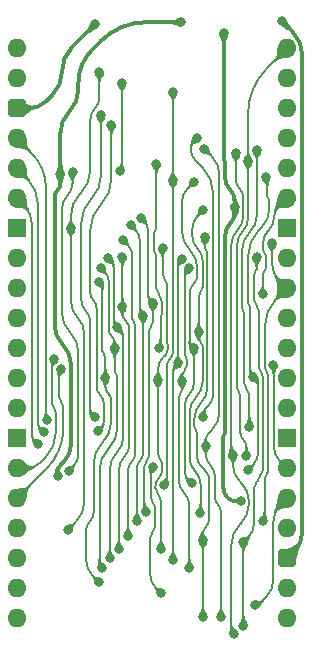
<source format=gbl>
%TF.GenerationSoftware,KiCad,Pcbnew,9.0.2*%
%TF.CreationDate,2025-06-15T19:51:53+02:00*%
%TF.ProjectId,HCP65 Coprocessor Memory,48435036-3520-4436-9f70-726f63657373,V0*%
%TF.SameCoordinates,Original*%
%TF.FileFunction,Copper,L2,Bot*%
%TF.FilePolarity,Positive*%
%FSLAX46Y46*%
G04 Gerber Fmt 4.6, Leading zero omitted, Abs format (unit mm)*
G04 Created by KiCad (PCBNEW 9.0.2) date 2025-06-15 19:51:53*
%MOMM*%
%LPD*%
G01*
G04 APERTURE LIST*
G04 Aperture macros list*
%AMRoundRect*
0 Rectangle with rounded corners*
0 $1 Rounding radius*
0 $2 $3 $4 $5 $6 $7 $8 $9 X,Y pos of 4 corners*
0 Add a 4 corners polygon primitive as box body*
4,1,4,$2,$3,$4,$5,$6,$7,$8,$9,$2,$3,0*
0 Add four circle primitives for the rounded corners*
1,1,$1+$1,$2,$3*
1,1,$1+$1,$4,$5*
1,1,$1+$1,$6,$7*
1,1,$1+$1,$8,$9*
0 Add four rect primitives between the rounded corners*
20,1,$1+$1,$2,$3,$4,$5,0*
20,1,$1+$1,$4,$5,$6,$7,0*
20,1,$1+$1,$6,$7,$8,$9,0*
20,1,$1+$1,$8,$9,$2,$3,0*%
G04 Aperture macros list end*
%TA.AperFunction,ComponentPad*%
%ADD10O,1.600000X1.600000*%
%TD*%
%TA.AperFunction,ComponentPad*%
%ADD11R,1.600000X1.600000*%
%TD*%
%TA.AperFunction,ComponentPad*%
%ADD12RoundRect,0.400000X-0.400000X-0.400000X0.400000X-0.400000X0.400000X0.400000X-0.400000X0.400000X0*%
%TD*%
%TA.AperFunction,ViaPad*%
%ADD13C,0.800000*%
%TD*%
%TA.AperFunction,Conductor*%
%ADD14C,0.380000*%
%TD*%
%TA.AperFunction,Conductor*%
%ADD15C,0.200000*%
%TD*%
G04 APERTURE END LIST*
D10*
%TO.P,J3,40,Pin_40*%
%TO.N,~{RD}*%
X22860000Y0D03*
%TO.P,J3,39,Pin_39*%
%TO.N,~{WD}*%
X22860000Y-2540000D03*
%TO.P,J3,38,Pin_38*%
%TO.N,unconnected-(J3-Pin_38-Pad38)*%
X22860000Y-5080000D03*
%TO.P,J3,37,Pin_37*%
%TO.N,D0*%
X22860000Y-7620000D03*
%TO.P,J3,36,Pin_36*%
%TO.N,D1*%
X22860000Y-10160000D03*
%TO.P,J3,35,Pin_35*%
%TO.N,D2*%
X22860000Y-12700000D03*
D11*
%TO.P,J3,34,Pin_34*%
%TO.N,GND*%
X22860000Y-15240000D03*
D10*
%TO.P,J3,33,Pin_33*%
%TO.N,D3*%
X22860000Y-17780000D03*
%TO.P,J3,32,Pin_32*%
%TO.N,D4*%
X22860000Y-20320000D03*
%TO.P,J3,31,Pin_31*%
%TO.N,D5*%
X22860000Y-22860000D03*
%TO.P,J3,30,Pin_30*%
%TO.N,D6*%
X22860000Y-25400000D03*
%TO.P,J3,29,Pin_29*%
%TO.N,D7*%
X22860000Y-27940000D03*
%TO.P,J3,28,Pin_28*%
%TO.N,unconnected-(J3-Pin_28-Pad28)*%
X22860000Y-30480000D03*
D11*
%TO.P,J3,27,Pin_27*%
%TO.N,GND*%
X22860000Y-33020000D03*
D10*
%TO.P,J3,26,Pin_26*%
%TO.N,~{CE1}*%
X22860000Y-35560000D03*
%TO.P,J3,25,Pin_25*%
%TO.N,~{CE0}*%
X22860000Y-38100000D03*
%TO.P,J3,24,Pin_24*%
%TO.N,A18*%
X22860000Y-40640000D03*
D12*
%TO.P,J3,23,Pin_23*%
%TO.N,5V*%
X22860000Y-43180000D03*
D10*
%TO.P,J3,22,Pin_22*%
%TO.N,A17*%
X22860000Y-45720000D03*
%TO.P,J3,21,Pin_21*%
%TO.N,A16*%
X22860000Y-48260000D03*
%TO.P,J3,20,Pin_20*%
%TO.N,unconnected-(J3-Pin_20-Pad20)*%
X0Y-48260000D03*
%TO.P,J3,19,Pin_19*%
%TO.N,A15*%
X0Y-45720000D03*
%TO.P,J3,18,Pin_18*%
%TO.N,A14*%
X0Y-43180000D03*
%TO.P,J3,17,Pin_17*%
%TO.N,A13*%
X0Y-40640000D03*
%TO.P,J3,16,Pin_16*%
%TO.N,A12*%
X0Y-38100000D03*
%TO.P,J3,15,Pin_15*%
%TO.N,A11*%
X0Y-35560000D03*
D11*
%TO.P,J3,14,Pin_14*%
%TO.N,GND*%
X0Y-33020000D03*
D10*
%TO.P,J3,13,Pin_13*%
%TO.N,A10*%
X0Y-30480000D03*
%TO.P,J3,12,Pin_12*%
%TO.N,A9*%
X0Y-27940000D03*
%TO.P,J3,11,Pin_11*%
%TO.N,A8*%
X0Y-25400000D03*
%TO.P,J3,10,Pin_10*%
%TO.N,A7*%
X0Y-22860000D03*
%TO.P,J3,9,Pin_9*%
%TO.N,A6*%
X0Y-20320000D03*
%TO.P,J3,8,Pin_8*%
%TO.N,A5*%
X0Y-17780000D03*
D11*
%TO.P,J3,7,Pin_7*%
%TO.N,GND*%
X0Y-15240000D03*
D10*
%TO.P,J3,6,Pin_6*%
%TO.N,A4*%
X0Y-12700000D03*
%TO.P,J3,5,Pin_5*%
%TO.N,A3*%
X0Y-10160000D03*
%TO.P,J3,4,Pin_4*%
%TO.N,A2*%
X0Y-7620000D03*
D12*
%TO.P,J3,3,Pin_3*%
%TO.N,5V*%
X0Y-5080000D03*
D10*
%TO.P,J3,2,Pin_2*%
%TO.N,A1*%
X0Y-2540000D03*
%TO.P,J3,1,Pin_1*%
%TO.N,A0*%
X0Y0D03*
%TD*%
D13*
%TO.N,A17*%
X15240000Y-7620000D03*
X15770498Y-31242000D03*
%TO.N,A18*%
X20320000Y-8636000D03*
%TO.N,/3.3V*%
X18442502Y-13462000D03*
%TO.N,A18*%
X19685000Y-32022000D03*
%TO.N,A16*%
X15875000Y-8509000D03*
%TO.N,D7*%
X21069535Y-10895583D03*
%TO.N,A15*%
X18542000Y-8890000D03*
%TO.N,A14*%
X20302858Y-17697150D03*
%TO.N,A16*%
X15998827Y-33650979D03*
X17272000Y-48133000D03*
%TO.N,D1*%
X13208000Y-3671000D03*
X13208000Y-11176000D03*
X12484691Y-36957000D03*
%TO.N,D0*%
X4709836Y-10477000D03*
X4373955Y-35782409D03*
%TO.N,A1*%
X8001000Y-6477000D03*
X6858000Y-32385000D03*
%TO.N,A0*%
X6604000Y-31222000D03*
X7112000Y-5677000D03*
%TO.N,5V*%
X22479000Y2286000D03*
%TO.N,~{CE0}*%
X12192000Y-46101000D03*
X11550000Y-35424816D03*
X20193000Y-47129000D03*
%TO.N,~{CE1}*%
X12072000Y-25400000D03*
X21717000Y-26797000D03*
X11811000Y-9779000D03*
%TO.N,A4*%
X1778000Y-33528000D03*
%TO.N,A3*%
X2286000Y-32512000D03*
%TO.N,A2*%
X2540000Y-31484000D03*
%TO.N,/3.3V*%
X13904000Y2220000D03*
%TO.N,D0*%
X8890000Y-2921000D03*
X8763000Y-10414000D03*
%TO.N,/3.3V*%
X18953000Y-38354000D03*
%TO.N,D7*%
X20015145Y-27828729D03*
X19558000Y-35687000D03*
%TO.N,D2*%
X10934000Y-39262000D03*
%TO.N,D3*%
X10160000Y-40005000D03*
%TO.N,~{WD}*%
X4318000Y-40767000D03*
X4572000Y-15240000D03*
X6985000Y-2032000D03*
%TO.N,D2*%
X20816000Y-20828000D03*
X11531000Y-21590000D03*
X10541000Y-14351000D03*
%TO.N,D3*%
X10668000Y-22625576D03*
X9652000Y-14986000D03*
%TO.N,A5*%
X9017000Y-16256000D03*
X9398000Y-41275000D03*
%TO.N,D4*%
X21597000Y-16510000D03*
X20828000Y-40005000D03*
%TO.N,/3.3V*%
X17527000Y1271000D03*
%TO.N,5V*%
X6604000Y2032000D03*
%TO.N,/3.3V*%
X3683000Y-10668000D03*
X3456304Y-36226364D03*
%TO.N,A13*%
X15748000Y-48121000D03*
X15935472Y-15990746D03*
X15748000Y-41656000D03*
%TO.N,A12*%
X12331000Y-16891000D03*
X12192000Y-42395702D03*
X11938000Y-28067000D03*
X3732000Y-27145497D03*
%TO.N,A11*%
X13958000Y-17823229D03*
X13208000Y-43307000D03*
X3173958Y-26256063D03*
X13656936Y-26670000D03*
%TO.N,A10*%
X14569106Y-18634310D03*
X14605000Y-44022000D03*
X13984691Y-28194000D03*
%TO.N,~{RD}*%
X19431000Y-34544000D03*
X19570000Y-9548196D03*
%TO.N,A15*%
X18370366Y-49555195D03*
%TO.N,A14*%
X19177000Y-48883000D03*
X19177000Y-41782998D03*
%TO.N,A15*%
X18285177Y-34403322D03*
%TO.N,D6*%
X14798827Y-36830000D03*
X14986000Y-25400000D03*
X14986000Y-11303000D03*
%TO.N,D5*%
X15494000Y-39370000D03*
X15774564Y-13695913D03*
X15379000Y-24003000D03*
%TO.N,A6*%
X8937000Y-17653000D03*
X8937000Y-21917200D03*
X8636000Y-42418000D03*
%TO.N,A8*%
X7201805Y-43986634D03*
%TO.N,A7*%
X7874000Y-43180000D03*
%TO.N,A8*%
X8282915Y-25400001D03*
%TO.N,A7*%
X7747000Y-17780000D03*
X8499254Y-23622000D03*
%TO.N,A8*%
X7128550Y-18628543D03*
%TO.N,A9*%
X7493000Y-27940000D03*
X6985732Y-19745371D03*
X6985000Y-45212000D03*
%TD*%
D14*
%TO.N,/3.3V*%
X17527000Y-9391667D02*
G75*
G03*
X17580977Y-9522058I184400J-33D01*
G01*
X17569283Y-32666843D02*
G75*
G03*
X17485606Y-32868953I202117J-202057D01*
G01*
X17644000Y-29316649D02*
G75*
G02*
X17653025Y-29338376I-21700J-21751D01*
G01*
X18442502Y-13956249D02*
G75*
G02*
X18093016Y-14799985I-1193222J-1D01*
G01*
X18048113Y-11952113D02*
G75*
G02*
X18442543Y-12904251I-952113J-952187D01*
G01*
X5207000Y-3494369D02*
G75*
G02*
X4445002Y-5334002I-2601640J-1D01*
G01*
X3708827Y-35259596D02*
G75*
G03*
X3456341Y-35869242I609673J-609604D01*
G01*
X18038751Y-14854249D02*
G75*
G03*
X17634995Y-15828990I974749J-974751D01*
G01*
X17653000Y-32464732D02*
G75*
G02*
X17569261Y-32666821I-285800J32D01*
G01*
X6374433Y-102566D02*
G75*
G03*
X5207004Y-2921000I2818427J-2818424D01*
G01*
X4572000Y-33607507D02*
G75*
G02*
X4014153Y-34954273I-1904610J-3D01*
G01*
X17581000Y-9522035D02*
G75*
G02*
X17634989Y-9652403I-130400J-130365D01*
G01*
X17635000Y-10968009D02*
G75*
G03*
X18038754Y-11942748I1378500J9D01*
G01*
X3193000Y-23426899D02*
G75*
G03*
X3882500Y-25091500I2354100J-1D01*
G01*
X3882500Y-25091500D02*
G75*
G02*
X4572000Y-26756100I-1664600J-1664600D01*
G01*
X3438000Y-11998036D02*
G75*
G03*
X3193018Y-12589518I591500J-591464D01*
G01*
X10950963Y2220000D02*
G75*
G03*
X7103210Y626204I7J-5441550D01*
G01*
X3683000Y-11406553D02*
G75*
G02*
X3438000Y-11998036I-836490J3D01*
G01*
X4445000Y-5334000D02*
G75*
G03*
X3682997Y-7173630I1839620J-1839630D01*
G01*
X17635000Y-29294921D02*
G75*
G03*
X17644016Y-29316633I30700J21D01*
G01*
X17880985Y-38073985D02*
G75*
G03*
X18557000Y-38354008I676015J675985D01*
G01*
X17485566Y-37200962D02*
G75*
G03*
X17823265Y-38016301I1153034J-38D01*
G01*
%TO.N,5V*%
X24174000Y-40936861D02*
G75*
G02*
X23517000Y-42523000I-2243140J1D01*
G01*
X3810000Y-1968500D02*
G75*
G02*
X2956874Y-4028122I-2912740J0D01*
G01*
X2578519Y-4406480D02*
G75*
G02*
X952500Y-5080000I-1626023J1626027D01*
G01*
X4663124Y91124D02*
G75*
G03*
X3809997Y-1968500I2059616J-2059624D01*
G01*
X23326500Y1438500D02*
G75*
G02*
X24174022Y-607545I-2046100J-2046100D01*
G01*
D15*
%TO.N,~{WD}*%
X5143500Y-22796500D02*
G75*
G02*
X5715003Y-24176223I-1379730J-1379730D01*
G01*
X5715000Y-38382171D02*
G75*
G02*
X5016502Y-40068502I-2384840J1D01*
G01*
X5335321Y-12317678D02*
G75*
G03*
X4572002Y-14160500I1842809J-1842812D01*
G01*
X6223000Y-10262566D02*
G75*
G02*
X5397498Y-12255498I-2818440J6D01*
G01*
X6985000Y-4161047D02*
G75*
G02*
X6603997Y-5080860I-1300820J7D01*
G01*
X4572000Y-21416776D02*
G75*
G03*
X5143497Y-22796503I1951230J-4D01*
G01*
X6604000Y-5080863D02*
G75*
G03*
X6222980Y-6000678I919800J-919837D01*
G01*
%TO.N,~{RD}*%
X18786500Y-29092500D02*
G75*
G02*
X18922983Y-29422040I-329500J-329500D01*
G01*
X21163792Y-1696207D02*
G75*
G03*
X19569959Y-5543963I3847708J-3847793D01*
G01*
X18650000Y-28762959D02*
G75*
G03*
X18786488Y-29092512I466000J-41D01*
G01*
X19110000Y-15503315D02*
G75*
G03*
X18649956Y-16613853I1110500J-1110585D01*
G01*
X19570000Y-14392776D02*
G75*
G02*
X19110024Y-15503339I-1570600J-24D01*
G01*
X19177000Y-33147000D02*
G75*
G02*
X19430996Y-33760210I-613200J-613200D01*
G01*
X18923000Y-32533789D02*
G75*
G03*
X19176997Y-33147003I867200J-11D01*
G01*
%TO.N,~{CE0}*%
X11684000Y-40497592D02*
G75*
G02*
X11493502Y-40957502I-650400J-8D01*
G01*
X11303000Y-44583382D02*
G75*
G03*
X11747495Y-45656505I1517600J-18D01*
G01*
X11334691Y-38011692D02*
G75*
G03*
X11509341Y-38433349I596309J-8D01*
G01*
X11493500Y-40957500D02*
G75*
G03*
X11303003Y-41417407I459900J-459900D01*
G01*
X21717000Y-44940489D02*
G75*
G02*
X21076003Y-46488003I-2188500J-11D01*
G01*
X22288500Y-38671500D02*
G75*
G03*
X21717010Y-40051223I1379700J-1379700D01*
G01*
X11442345Y-35532470D02*
G75*
G03*
X11334656Y-35792371I259855J-259930D01*
G01*
X20520559Y-47043440D02*
G75*
G02*
X20314000Y-47129005I-206559J206540D01*
G01*
X11509345Y-38433345D02*
G75*
G02*
X11684003Y-38854998I-421645J-421655D01*
G01*
%TO.N,A15*%
X18856000Y-11871000D02*
G75*
G02*
X19170015Y-12629063I-758100J-758100D01*
G01*
X18904999Y-40276999D02*
G75*
G03*
X18144005Y-42114216I1837201J-1837201D01*
G01*
X19170000Y-14164159D02*
G75*
G02*
X18665502Y-15382132I-1722480J-1D01*
G01*
X18542000Y-11112936D02*
G75*
G03*
X18856011Y-11870989I1072100J36D01*
G01*
X18975588Y-36755588D02*
G75*
G02*
X19666011Y-38422389I-1666788J-1666812D01*
G01*
X18665500Y-15382130D02*
G75*
G03*
X18161009Y-16600100I1218000J-1217970D01*
G01*
X18285177Y-35234249D02*
G75*
G03*
X18872731Y-36652731I2006033J-1D01*
G01*
X18161000Y-34191338D02*
G75*
G03*
X18223104Y-34341217I212000J38D01*
G01*
X18144000Y-49168764D02*
G75*
G03*
X18257171Y-49442024I386400J-36D01*
G01*
X19666000Y-38481000D02*
G75*
G02*
X18934142Y-40247853I-2498700J0D01*
G01*
%TO.N,A14*%
X20284255Y-36738743D02*
G75*
G03*
X20065979Y-37265660I526945J-526957D01*
G01*
X20847000Y-35615742D02*
G75*
G02*
X20674739Y-36031559I-588100J42D01*
G01*
X20502512Y-36362154D02*
G75*
G02*
X20390567Y-36632462I-382212J-46D01*
G01*
X20614471Y-36091860D02*
G75*
G03*
X20502489Y-36362154I270329J-270340D01*
G01*
X20066000Y-21225827D02*
G75*
G03*
X20284264Y-21752736I745200J27D01*
G01*
X20302858Y-18645658D02*
G75*
G02*
X20184453Y-18931595I-404358J-42D01*
G01*
X20674756Y-27427679D02*
G75*
G02*
X20846984Y-27843512I-415856J-415821D01*
G01*
X20184429Y-18931571D02*
G75*
G03*
X20065976Y-19217483I285871J-285929D01*
G01*
X20066000Y-40265380D02*
G75*
G02*
X19621506Y-41338504I-1517600J-20D01*
G01*
X20284256Y-21752744D02*
G75*
G02*
X20502528Y-22279660I-526956J-526956D01*
G01*
X20502512Y-27011845D02*
G75*
G03*
X20674776Y-27427659I588088J45D01*
G01*
%TO.N,A13*%
X15948827Y-35746405D02*
G75*
G03*
X15959036Y-35771012I34773J5D01*
G01*
X16102413Y-35914413D02*
G75*
G02*
X16255990Y-36285204I-370813J-370787D01*
G01*
X15020498Y-32010286D02*
G75*
G03*
X15130245Y-32275253I374702J-14D01*
G01*
X15574749Y-30018251D02*
G75*
G03*
X15020512Y-31356331I1338051J-1338049D01*
G01*
X15935472Y-16883942D02*
G75*
G03*
X16032266Y-17117520I330328J42D01*
G01*
X15130249Y-32275249D02*
G75*
G02*
X15239996Y-32540211I-264949J-264951D01*
G01*
X16129000Y-28680170D02*
G75*
G02*
X15574750Y-30018252I-1892340J0D01*
G01*
X16032236Y-17117550D02*
G75*
G02*
X16129021Y-17351158I-233636J-233650D01*
G01*
X15938629Y-35721786D02*
G75*
G02*
X15948820Y-35746405I-24629J-24614D01*
G01*
X16002000Y-40513000D02*
G75*
G03*
X15748004Y-41126210I613200J-613200D01*
G01*
X16256000Y-39899789D02*
G75*
G02*
X16002003Y-40513003I-867200J-11D01*
G01*
X15240000Y-34521940D02*
G75*
G03*
X15594414Y-35377569I1210040J0D01*
G01*
%TO.N,A12*%
X12379999Y-26152660D02*
G75*
G03*
X11938034Y-27219743I1067101J-1067040D01*
G01*
X12506000Y-19510000D02*
G75*
G02*
X12681005Y-19932487I-422500J-422500D01*
G01*
X12331000Y-19087512D02*
G75*
G03*
X12506004Y-19509996I597500J12D01*
G01*
X12017345Y-36363684D02*
G75*
G03*
X11734661Y-37046072I682355J-682416D01*
G01*
X11963345Y-37744345D02*
G75*
G02*
X12192017Y-38296366I-552045J-552055D01*
G01*
X12681000Y-24848636D02*
G75*
G03*
X12751519Y-25018820I240700J36D01*
G01*
X3937000Y-32131000D02*
G75*
G02*
X2500159Y-35599840I-4905685J2D01*
G01*
X11938000Y-34307027D02*
G75*
G03*
X12119008Y-34743992I618000J27D01*
G01*
X11734691Y-37192324D02*
G75*
G03*
X11963350Y-37744340I780709J24D01*
G01*
X3746500Y-29908500D02*
G75*
G02*
X3936997Y-30368407I-459900J-459900D01*
G01*
X12300000Y-35681296D02*
G75*
G02*
X12017339Y-36363678I-965000J-4D01*
G01*
X12822000Y-25400000D02*
G75*
G02*
X12602329Y-25930331I-750000J0D01*
G01*
X3556000Y-29448592D02*
G75*
G03*
X3746498Y-29908502I650400J-8D01*
G01*
X12751500Y-25018839D02*
G75*
G02*
X12821972Y-25189041I-170200J-170161D01*
G01*
X3644000Y-27233497D02*
G75*
G03*
X3556019Y-27445947I212400J-212403D01*
G01*
X12119000Y-34744000D02*
G75*
G02*
X12300011Y-35180972I-437000J-437000D01*
G01*
%TO.N,A11*%
X3136000Y-30441000D02*
G75*
G02*
X3290005Y-30812788I-371800J-371800D01*
G01*
X3077979Y-26352042D02*
G75*
G03*
X2981971Y-26583755I231721J-231758D01*
G01*
X13432468Y-26894468D02*
G75*
G03*
X13207992Y-27436381I541932J-541932D01*
G01*
X2982000Y-30069211D02*
G75*
G03*
X3136003Y-30440997I525800J11D01*
G01*
X3290000Y-32545249D02*
G75*
G02*
X2406999Y-34676999I-3014752J2D01*
G01*
X13807468Y-17973761D02*
G75*
G03*
X13656925Y-18337177I363432J-363439D01*
G01*
X2062815Y-35021184D02*
G75*
G02*
X762000Y-35560000I-1300815J1300814D01*
G01*
%TO.N,A10*%
X14317968Y-26168339D02*
G75*
G02*
X14406923Y-26383126I-214768J-214761D01*
G01*
X13984691Y-28878315D02*
G75*
G02*
X13850339Y-29202648I-458691J15D01*
G01*
X14160500Y-37655500D02*
G75*
G02*
X14604993Y-38728617I-1073100J-1073100D01*
G01*
X14229000Y-25953551D02*
G75*
G03*
X14317934Y-26168373I303800J-49D01*
G01*
X14195813Y-27262122D02*
G75*
G03*
X13984700Y-27771817I509687J-509678D01*
G01*
X14399053Y-18804363D02*
G75*
G03*
X14229006Y-19214907I410547J-410537D01*
G01*
X13716000Y-36582382D02*
G75*
G03*
X14160495Y-37655505I1517600J-18D01*
G01*
X13850345Y-29202654D02*
G75*
G03*
X13715999Y-29526993I324355J-324346D01*
G01*
X14406936Y-26752427D02*
G75*
G02*
X14195804Y-27262113I-720836J27D01*
G01*
%TO.N,A9*%
X6489000Y-39293501D02*
G75*
G02*
X6165499Y-40074499I-1104500J1D01*
G01*
X5842000Y-43260776D02*
G75*
G03*
X6413497Y-44640503I1951230J-4D01*
G01*
X6165500Y-40074500D02*
G75*
G03*
X5841999Y-40855498I781000J-781000D01*
G01*
X7741000Y-29216000D02*
G75*
G02*
X7988990Y-29814724I-598700J-598700D01*
G01*
X7112366Y-19872005D02*
G75*
G02*
X7238968Y-20177726I-305766J-305695D01*
G01*
X7989000Y-31590339D02*
G75*
G02*
X7239002Y-33401002I-2560670J-1D01*
G01*
X7239000Y-33401000D02*
G75*
G03*
X6488997Y-35211660I1810650J-1810660D01*
G01*
X7239000Y-25601394D02*
G75*
G03*
X7365998Y-25908002I433600J-6D01*
G01*
X7493000Y-28617275D02*
G75*
G03*
X7741001Y-29215999I846730J5D01*
G01*
X7366000Y-25908000D02*
G75*
G02*
X7492998Y-26214605I-306600J-306600D01*
G01*
%TO.N,A8*%
X7457775Y-18957768D02*
G75*
G02*
X7787022Y-19752587I-794775J-794832D01*
G01*
X8034957Y-24377957D02*
G75*
G02*
X8282919Y-24976579I-598657J-598643D01*
G01*
X7753000Y-33903000D02*
G75*
G03*
X6996999Y-35728145I1825130J-1825140D01*
G01*
X8509000Y-32077854D02*
G75*
G02*
X7752999Y-33902999I-2581150J4D01*
G01*
X8282915Y-27300048D02*
G75*
G03*
X8395924Y-27572990I385985J-52D01*
G01*
X8395957Y-27572957D02*
G75*
G02*
X8509039Y-27845866I-272857J-272943D01*
G01*
X7787000Y-23779335D02*
G75*
G03*
X8034957Y-24377957I846570J-5D01*
G01*
X6997000Y-43637009D02*
G75*
G03*
X7099412Y-43884221I349600J9D01*
G01*
%TO.N,A7*%
X8445500Y-34226500D02*
G75*
G03*
X7874010Y-35606223I1379700J-1379700D01*
G01*
X9017000Y-32846776D02*
G75*
G02*
X8445500Y-34226500I-1951240J6D01*
G01*
X8211346Y-23130510D02*
G75*
G03*
X8355313Y-23478033I491454J10D01*
G01*
X7979173Y-18012173D02*
G75*
G02*
X8211367Y-18572688I-560473J-560527D01*
G01*
X8758127Y-23880873D02*
G75*
G02*
X9016980Y-24505847I-624927J-624927D01*
G01*
%TO.N,A6*%
X9525000Y-33534382D02*
G75*
G02*
X9080499Y-34607499I-1517620J2D01*
G01*
X8937000Y-22367051D02*
G75*
G03*
X9231000Y-23076830I1003780J1D01*
G01*
X9080500Y-34607500D02*
G75*
G03*
X8636007Y-35680617I1073100J-1073100D01*
G01*
X9231000Y-23076830D02*
G75*
G02*
X9524988Y-23786608I-709800J-709770D01*
G01*
%TO.N,A5*%
X10033000Y-34221987D02*
G75*
G02*
X9715504Y-34988504I-1084000J-13D01*
G01*
X9779000Y-22879538D02*
G75*
G03*
X9906020Y-23186123I433600J38D01*
G01*
X9715500Y-34988500D02*
G75*
G03*
X9398005Y-35755012I766500J-766500D01*
G01*
X9906000Y-23186144D02*
G75*
G02*
X10033037Y-23492749I-306600J-306656D01*
G01*
X9398000Y-16637000D02*
G75*
G02*
X9778994Y-17556815I-919800J-919800D01*
G01*
%TO.N,A4*%
X1270000Y-32660789D02*
G75*
G03*
X1524000Y-33274000I867210J-1D01*
G01*
X635000Y-13335000D02*
G75*
G02*
X1270000Y-14868025I-1533030J-1533028D01*
G01*
%TO.N,A3*%
X1790000Y-31665275D02*
G75*
G03*
X2038001Y-32263999I846730J5D01*
G01*
X895000Y-11055000D02*
G75*
G02*
X1790000Y-13215721I-2160721J-2160721D01*
G01*
%TO.N,A2*%
X1234372Y-8854372D02*
G75*
G02*
X2468745Y-11834411I-2980046J-2980042D01*
G01*
X2468745Y-31362360D02*
G75*
G03*
X2504349Y-31448395I121655J-40D01*
G01*
%TO.N,A1*%
X8001000Y-11061764D02*
G75*
G02*
X7111999Y-13207999I-3035240J4D01*
G01*
X7054500Y-29365330D02*
G75*
G02*
X7366038Y-30117357I-752000J-752070D01*
G01*
X6223000Y-20714304D02*
G75*
G03*
X6483001Y-21341999I887700J4D01*
G01*
X6743000Y-28613302D02*
G75*
G03*
X7054507Y-29365323I1063500J2D01*
G01*
X6483000Y-21342000D02*
G75*
G02*
X6743002Y-21969695I-627700J-627700D01*
G01*
X7112000Y-13208000D02*
G75*
G03*
X6223002Y-15354235I2146230J-2146230D01*
G01*
X7366000Y-31517789D02*
G75*
G02*
X7112003Y-32131003I-867200J-11D01*
G01*
%TO.N,A0*%
X6286500Y-12763500D02*
G75*
G03*
X5461001Y-14756433I1992930J-1992930D01*
G01*
X6204000Y-30539157D02*
G75*
G03*
X6403999Y-31022001I682840J-3D01*
G01*
X5832500Y-22215500D02*
G75*
G02*
X6204008Y-23112380I-896900J-896900D01*
G01*
X5461000Y-21318619D02*
G75*
G03*
X5832500Y-22215500I1268380J-1D01*
G01*
X7112000Y-10770566D02*
G75*
G02*
X6286498Y-12763498I-2818440J6D01*
G01*
%TO.N,D0*%
X4709836Y-11417883D02*
G75*
G02*
X4259918Y-12504082I-1536126J3D01*
G01*
X4259918Y-12504082D02*
G75*
G03*
X3809981Y-13590280I1086182J-1086218D01*
G01*
X8890000Y-10197197D02*
G75*
G02*
X8826501Y-10350501I-216800J-3D01*
G01*
X5207000Y-34360312D02*
G75*
G02*
X4790477Y-35365886I-1422100J2D01*
G01*
X4508500Y-24066500D02*
G75*
G02*
X5207001Y-25752828I-1686330J-1686330D01*
G01*
X3810000Y-22380171D02*
G75*
G03*
X4508501Y-24066499I2384830J1D01*
G01*
%TO.N,D1*%
X12700000Y-36589444D02*
G75*
G02*
X12592332Y-36849332I-367600J44D01*
G01*
X13222000Y-25651890D02*
G75*
G02*
X12961003Y-26282003I-891100J-10D01*
G01*
X13215000Y-24916653D02*
G75*
G02*
X13222033Y-24933553I-16900J-16947D01*
G01*
X12961000Y-26282000D02*
G75*
G03*
X12700004Y-26912109I630100J-630100D01*
G01*
X13208000Y-24899753D02*
G75*
G03*
X13214977Y-24916676I23900J-47D01*
G01*
%TO.N,D2*%
X11531000Y-23134601D02*
G75*
G02*
X11359492Y-23548631I-585500J1D01*
G01*
X10994000Y-34920155D02*
G75*
G03*
X10799992Y-35388512I468300J-468345D01*
G01*
X20949929Y-17283560D02*
G75*
G02*
X21052881Y-17532052I-248529J-248540D01*
G01*
X21300999Y-15401999D02*
G75*
G03*
X20847021Y-16498052I1096001J-1096001D01*
G01*
X20847000Y-17035067D02*
G75*
G03*
X20949917Y-17283572I351400J-33D01*
G01*
X20934429Y-18914429D02*
G75*
G03*
X20816017Y-19200341I285871J-285871D01*
G01*
X21755000Y-14376500D02*
G75*
G02*
X21350884Y-15352107I-1379700J0D01*
G01*
X11359500Y-23548639D02*
G75*
G03*
X11187972Y-23962676I414000J-414061D01*
G01*
X21052858Y-18628516D02*
G75*
G02*
X20934424Y-18914424I-404358J16D01*
G01*
X10800000Y-39033247D02*
G75*
G03*
X10866985Y-39195015I228700J-53D01*
G01*
X22159111Y-13400888D02*
G75*
G03*
X21754993Y-14376500I975589J-975612D01*
G01*
X10801000Y-14611000D02*
G75*
G02*
X11061002Y-15238695I-627700J-627700D01*
G01*
X11061000Y-20787659D02*
G75*
G03*
X11296000Y-21355000I802340J-1D01*
G01*
X11188000Y-34451797D02*
G75*
G02*
X10994010Y-34920165I-662400J-3D01*
G01*
%TO.N,D3*%
X10668000Y-34321258D02*
G75*
G02*
X10413998Y-34934467I-867220J8D01*
G01*
X10033000Y-15367000D02*
G75*
G02*
X10413994Y-16286815I-919800J-919800D01*
G01*
X10414000Y-34934469D02*
G75*
G03*
X10159982Y-35547679I613200J-613231D01*
G01*
X10414000Y-22191970D02*
G75*
G03*
X10540986Y-22498590I433600J-30D01*
G01*
%TO.N,D4*%
X21008642Y-27027335D02*
G75*
G03*
X21127847Y-27315032I406858J35D01*
G01*
X21127821Y-27315058D02*
G75*
G02*
X21247014Y-27602781I-287721J-287742D01*
G01*
X20967000Y-39767712D02*
G75*
G02*
X20897496Y-39935496I-237300J12D01*
G01*
X21597000Y-18163924D02*
G75*
G03*
X22228507Y-19688493I2156100J24D01*
G01*
X21107000Y-36165018D02*
G75*
G03*
X20967009Y-36503007I338000J-337982D01*
G01*
X21934321Y-21245679D02*
G75*
G03*
X21008616Y-23480465I2234779J-2234821D01*
G01*
X21247000Y-35827028D02*
G75*
G02*
X21106988Y-36165006I-478000J28D01*
G01*
%TO.N,D5*%
X15174749Y-29529251D02*
G75*
G03*
X14620512Y-30867331I1338051J-1338049D01*
G01*
X15084662Y-35785662D02*
G75*
G02*
X15548868Y-36906254I-1120562J-1120638D01*
G01*
X15729000Y-28191170D02*
G75*
G02*
X15174750Y-29529252I-1892340J0D01*
G01*
X15729000Y-20199512D02*
G75*
G02*
X15553996Y-20621996I-597500J12D01*
G01*
X14620498Y-34665070D02*
G75*
G03*
X15084663Y-35785661I1584752J0D01*
G01*
X15554000Y-20622000D02*
G75*
G03*
X15378995Y-21044487I422500J-422500D01*
G01*
X15379000Y-24421512D02*
G75*
G03*
X15554004Y-24843996I597500J12D01*
G01*
X14859000Y-15894817D02*
G75*
G03*
X15294005Y-16944995I1485200J17D01*
G01*
X15548827Y-39276404D02*
G75*
G02*
X15521418Y-39342591I-93627J4D01*
G01*
X15554000Y-24844000D02*
G75*
G02*
X15729005Y-25266487I-422500J-422500D01*
G01*
X15294000Y-16945000D02*
G75*
G02*
X15729007Y-17995182I-1050200J-1050200D01*
G01*
X15316782Y-14153695D02*
G75*
G03*
X14858995Y-15258878I1105218J-1105205D01*
G01*
%TO.N,D6*%
X14603249Y-29292693D02*
G75*
G03*
X14220526Y-30216735I924051J-924007D01*
G01*
X15270124Y-19172738D02*
G75*
G02*
X14949554Y-19946636I-1094524J38D01*
G01*
X14620062Y-17033062D02*
G75*
G02*
X15270167Y-18602450I-1569362J-1569438D01*
G01*
X14478000Y-11811000D02*
G75*
G03*
X13970008Y-13037420I1226400J-1226400D01*
G01*
X14949562Y-19946644D02*
G75*
G03*
X14629044Y-20720549I773938J-773856D01*
G01*
X13970000Y-15463673D02*
G75*
G03*
X14620059Y-17033065I2219450J-7D01*
G01*
X14986000Y-28368650D02*
G75*
G02*
X14603250Y-29292694I-1306800J0D01*
G01*
X14220498Y-35842730D02*
G75*
G03*
X14509671Y-36540826I987302J30D01*
G01*
X14629000Y-24790562D02*
G75*
G03*
X14807489Y-25221511I609400J-38D01*
G01*
%TO.N,D7*%
X20231072Y-28044656D02*
G75*
G02*
X20447041Y-28565951I-521272J-521344D01*
G01*
X21355000Y-13652500D02*
G75*
G02*
X20743922Y-15127751I-2086300J0D01*
G01*
X20447000Y-34169382D02*
G75*
G02*
X20002505Y-35242505I-1517600J-18D01*
G01*
X21139267Y-10965315D02*
G75*
G02*
X21209020Y-11133664I-168367J-168385D01*
G01*
X21209000Y-12539077D02*
G75*
G03*
X21281996Y-12715319I249200J-23D01*
G01*
X19664756Y-21766071D02*
G75*
G02*
X19752491Y-21977932I-211856J-211829D01*
G01*
X19577000Y-21554209D02*
G75*
G03*
X19664764Y-21766063I299600J9D01*
G01*
X20466000Y-15405686D02*
G75*
G03*
X19577005Y-17551921I2146200J-2146214D01*
G01*
X21282000Y-12715315D02*
G75*
G02*
X21355045Y-12891552I-176200J-176285D01*
G01*
X19752512Y-27380386D02*
G75*
G03*
X19883833Y-27697407I448288J-14D01*
G01*
%TO.N,A18*%
X19050000Y-21963296D02*
G75*
G03*
X19145249Y-22193251I325200J-4D01*
G01*
X19240500Y-28324191D02*
G75*
G03*
X19462747Y-28860753I758800J-9D01*
G01*
X19145250Y-22193250D02*
G75*
G02*
X19240498Y-22423203I-229950J-229950D01*
G01*
X19462750Y-28860750D02*
G75*
G02*
X19684996Y-29397308I-536550J-536550D01*
G01*
X20320000Y-14087974D02*
G75*
G02*
X19685001Y-15621001I-2168040J4D01*
G01*
X19685000Y-15621000D02*
G75*
G03*
X19050011Y-17154025I1533000J-1533000D01*
G01*
%TO.N,A17*%
X16637000Y-29232290D02*
G75*
G02*
X16203751Y-30278253I-1479200J-10D01*
G01*
X14986000Y-7874000D02*
G75*
G03*
X14732004Y-8487210I613200J-613200D01*
G01*
X14732000Y-8604250D02*
G75*
G03*
X15068761Y-9417257I1149760J0D01*
G01*
X15684500Y-10033000D02*
G75*
G02*
X16636984Y-12332538I-2299500J-2299500D01*
G01*
X15958057Y-30523942D02*
G75*
G03*
X15770543Y-30976751I452843J-452758D01*
G01*
%TO.N,A16*%
X17018000Y-38608000D02*
G75*
G02*
X17271996Y-39221210I-613200J-613200D01*
G01*
X16764000Y-37994789D02*
G75*
G03*
X17017997Y-38608003I867200J-11D01*
G01*
X16510000Y-9144000D02*
G75*
G02*
X17144989Y-10677025I-1533000J-1533000D01*
G01*
X15998827Y-34380767D02*
G75*
G03*
X16381389Y-35304437I1306273J-33D01*
G01*
X16310592Y-32457407D02*
G75*
G03*
X15998821Y-33210076I752708J-752693D01*
G01*
X16381413Y-35304413D02*
G75*
G02*
X16764038Y-36228059I-923613J-923687D01*
G01*
X17145000Y-30812533D02*
G75*
G02*
X16571914Y-32196087I-1956650J3D01*
G01*
%TO.N,~{CE1}*%
X12174558Y-25224922D02*
G75*
G02*
X12123264Y-25348706I-175058J22D01*
G01*
X11696000Y-15456862D02*
G75*
G03*
X11580987Y-15734496I277600J-277638D01*
G01*
X11581000Y-17039026D02*
G75*
G03*
X11696020Y-17316641I392600J26D01*
G01*
X12046000Y-20878314D02*
G75*
G02*
X12281044Y-21445654I-567300J-567386D01*
G01*
X21737000Y-33642919D02*
G75*
G03*
X22298506Y-34998494I1917100J19D01*
G01*
X12227779Y-22581850D02*
G75*
G03*
X12174594Y-22710336I128521J-128450D01*
G01*
X12281000Y-22453363D02*
G75*
G02*
X12227796Y-22581867I-181700J-37D01*
G01*
X21727000Y-26807000D02*
G75*
G02*
X21736983Y-26831142I-24100J-24100D01*
G01*
X11811000Y-15179227D02*
G75*
G02*
X11695979Y-15456841I-392600J27D01*
G01*
X11811000Y-20310973D02*
G75*
G03*
X12045995Y-20878319I802300J-27D01*
G01*
X11696000Y-17316661D02*
G75*
G02*
X11811013Y-17594295I-277600J-277639D01*
G01*
%TO.N,A1*%
X8001000Y-6477000D02*
X8001000Y-11061764D01*
X6223000Y-20714304D02*
X6223000Y-15354235D01*
X6743000Y-28613302D02*
X6743000Y-21969695D01*
X7366000Y-30117357D02*
X7366000Y-31517789D01*
X6858000Y-32385000D02*
X7112000Y-32131000D01*
%TO.N,A0*%
X7112000Y-5677000D02*
X7112000Y-10770566D01*
X5461000Y-14756433D02*
X5461000Y-21318619D01*
X6204000Y-30539157D02*
X6204000Y-23112380D01*
X6404000Y-31022000D02*
X6604000Y-31222000D01*
%TO.N,A18*%
X19240500Y-28324191D02*
X19240500Y-22423203D01*
%TO.N,A15*%
X18223088Y-34341233D02*
X18285177Y-34403322D01*
X19170000Y-12629063D02*
X19170000Y-14164159D01*
X18161000Y-16600100D02*
X18161000Y-34191338D01*
X18542000Y-11112936D02*
X18542000Y-8890000D01*
D14*
%TO.N,/3.3V*%
X18953000Y-38354000D02*
X18557000Y-38354000D01*
X17485566Y-32868953D02*
X17485566Y-37200962D01*
X17880985Y-38073985D02*
X17823283Y-38016283D01*
X17653000Y-29338376D02*
X17653000Y-32464732D01*
X17635000Y-15828990D02*
X17635000Y-29294921D01*
X18093015Y-14799984D02*
X18038751Y-14854249D01*
X18442502Y-13956249D02*
X18442502Y-13462000D01*
D15*
%TO.N,A16*%
X15875000Y-8509000D02*
X16510000Y-9144000D01*
X17145000Y-10677025D02*
X17145000Y-30812533D01*
X16310592Y-32457407D02*
X16571913Y-32196086D01*
D14*
%TO.N,/3.3V*%
X17527000Y-9391667D02*
X17527000Y1271000D01*
D15*
%TO.N,A16*%
X15998827Y-33210076D02*
X15998827Y-33650979D01*
D14*
%TO.N,/3.3V*%
X17635000Y-9652403D02*
X17635000Y-10968009D01*
X18048113Y-11952113D02*
X18038751Y-11942751D01*
X18442502Y-12904251D02*
X18442502Y-13462000D01*
D15*
%TO.N,A9*%
X7493000Y-28617275D02*
X7493000Y-27940000D01*
X6489000Y-39293501D02*
X6489000Y-35211660D01*
X6413500Y-44640500D02*
X6985000Y-45212000D01*
X5842000Y-43260776D02*
X5842000Y-40855498D01*
X7989000Y-29814724D02*
X7989000Y-31590339D01*
%TO.N,D6*%
X14478000Y-11811000D02*
X14986000Y-11303000D01*
X15270124Y-19172738D02*
X15270124Y-18602450D01*
X14629000Y-20720549D02*
X14629000Y-24790562D01*
X13970000Y-13037420D02*
X13970000Y-15463673D01*
X14986000Y-25400000D02*
X14807500Y-25221500D01*
%TO.N,D3*%
X10414000Y-16286815D02*
X10414000Y-22191970D01*
X10668000Y-34321258D02*
X10668000Y-22625576D01*
X10033000Y-15367000D02*
X9652000Y-14986000D01*
X10541000Y-22498576D02*
X10668000Y-22625576D01*
X10160000Y-40005000D02*
X10160000Y-35547679D01*
%TO.N,D2*%
X11531000Y-21590000D02*
X11296000Y-21355000D01*
X11061000Y-15238695D02*
X11061000Y-20787659D01*
X10541000Y-14351000D02*
X10801000Y-14611000D01*
X10800000Y-35388512D02*
X10800000Y-39033247D01*
X11531000Y-23134601D02*
X11531000Y-21590000D01*
X10867000Y-39195000D02*
X10934000Y-39262000D01*
X11188000Y-23962676D02*
X11188000Y-34451797D01*
%TO.N,A10*%
X13984691Y-28194000D02*
X13984691Y-27771817D01*
X13984691Y-28878315D02*
X13984691Y-28194000D01*
X14406936Y-26383126D02*
X14406936Y-26752427D01*
X14229000Y-25953551D02*
X14229000Y-19214907D01*
X14569106Y-18634310D02*
X14399053Y-18804363D01*
X14605000Y-44022000D02*
X14605000Y-38728617D01*
X13716000Y-36582382D02*
X13716000Y-29526993D01*
%TO.N,D5*%
X15379000Y-24003000D02*
X15379000Y-24421512D01*
X14620498Y-30867331D02*
X14620498Y-34665070D01*
X15729000Y-28191170D02*
X15729000Y-25266487D01*
X15548827Y-36906254D02*
X15548827Y-39276404D01*
X15494000Y-39370000D02*
X15521413Y-39342586D01*
%TO.N,A13*%
X15748000Y-41126210D02*
X15748000Y-41656000D01*
X16256000Y-36285204D02*
X16256000Y-39899789D01*
X15959024Y-35771024D02*
X16102413Y-35914413D01*
X15938629Y-35721786D02*
X15594413Y-35377570D01*
X15240000Y-32540211D02*
X15240000Y-34521940D01*
X16129000Y-28680170D02*
X16129000Y-17351158D01*
X15935472Y-15990746D02*
X15935472Y-16883942D01*
X15020498Y-32010286D02*
X15020498Y-31356331D01*
%TO.N,A12*%
X11938000Y-34307027D02*
X11938000Y-28067000D01*
X12331000Y-19087512D02*
X12331000Y-16891000D01*
X12681000Y-19932487D02*
X12681000Y-24848636D01*
%TO.N,~{CE1}*%
X12123279Y-25348721D02*
X12072000Y-25400000D01*
X12174558Y-25224922D02*
X12174558Y-22710336D01*
X12281000Y-21445654D02*
X12281000Y-22453363D01*
X11811000Y-20310973D02*
X11811000Y-17594295D01*
X11811000Y-15179227D02*
X11811000Y-9779000D01*
X11581000Y-15734496D02*
X11581000Y-17039026D01*
%TO.N,D5*%
X15729000Y-20199512D02*
X15729000Y-17995182D01*
X14859000Y-15894817D02*
X14859000Y-15258878D01*
X15774564Y-13695913D02*
X15316782Y-14153695D01*
X15379000Y-24003000D02*
X15379000Y-21044487D01*
%TO.N,A17*%
X16637000Y-29232290D02*
X16637000Y-12332538D01*
X14732000Y-8487210D02*
X14732000Y-8604250D01*
X16203748Y-30278250D02*
X15958057Y-30523942D01*
X15068759Y-9417259D02*
X15684500Y-10033000D01*
X15770498Y-31242000D02*
X15770498Y-30976751D01*
X15240000Y-7620000D02*
X14986000Y-7874000D01*
%TO.N,A11*%
X13208000Y-43307000D02*
X13208000Y-27436381D01*
X13656936Y-26670000D02*
X13432468Y-26894468D01*
%TO.N,A12*%
X12192000Y-42395702D02*
X12192000Y-38296366D01*
X11734691Y-37046072D02*
X11734691Y-37192324D01*
X12300000Y-35681296D02*
X12300000Y-35180972D01*
%TO.N,~{CE0}*%
X11303000Y-44583382D02*
X11303000Y-41417407D01*
X11684000Y-40497592D02*
X11684000Y-38854998D01*
X11747500Y-45656500D02*
X12192000Y-46101000D01*
X11334691Y-38011692D02*
X11334691Y-35792371D01*
X11550000Y-35424816D02*
X11442345Y-35532470D01*
%TO.N,D1*%
X12700000Y-36589444D02*
X12700000Y-26912109D01*
X13222000Y-25651890D02*
X13222000Y-24933553D01*
X13208000Y-11176000D02*
X13208000Y-24899753D01*
X12592345Y-36849345D02*
X12484691Y-36957000D01*
%TO.N,A12*%
X12379999Y-26152660D02*
X12602329Y-25930331D01*
X12822000Y-25400000D02*
X12822000Y-25189041D01*
X11938000Y-27219743D02*
X11938000Y-28067000D01*
%TO.N,A5*%
X9398000Y-16637000D02*
X9017000Y-16256000D01*
X9779000Y-22879538D02*
X9779000Y-17556815D01*
X10033000Y-34221987D02*
X10033000Y-23492749D01*
X9398000Y-41275000D02*
X9398000Y-35755012D01*
%TO.N,A6*%
X8937000Y-22367051D02*
X8937000Y-21917200D01*
X9525000Y-33534382D02*
X9525000Y-23786608D01*
X8636000Y-42418000D02*
X8636000Y-35680617D01*
%TO.N,A8*%
X8509000Y-32077854D02*
X8509000Y-27845866D01*
X8282915Y-25400001D02*
X8282915Y-27300048D01*
X7201805Y-43986634D02*
X7099402Y-43884231D01*
X6997000Y-35728145D02*
X6997000Y-43637009D01*
%TO.N,A7*%
X8758127Y-23880873D02*
X8499254Y-23622000D01*
X9017000Y-32846776D02*
X9017000Y-24505847D01*
X7874000Y-35606223D02*
X7874000Y-43180000D01*
%TO.N,A8*%
X8282915Y-25400001D02*
X8282915Y-24976579D01*
%TO.N,A9*%
X7493000Y-27940000D02*
X7493000Y-26214605D01*
X7112366Y-19872005D02*
X6985732Y-19745371D01*
X7239000Y-20177726D02*
X7239000Y-25601394D01*
%TO.N,A8*%
X7787000Y-19752587D02*
X7787000Y-23779335D01*
X7457775Y-18957768D02*
X7128550Y-18628543D01*
%TO.N,A15*%
X18975588Y-36755588D02*
X18872731Y-36652731D01*
X19666000Y-38422389D02*
X19666000Y-38481000D01*
X18904999Y-40276999D02*
X18934144Y-40247855D01*
X18144000Y-42114216D02*
X18144000Y-49168764D01*
X18257183Y-49442012D02*
X18370366Y-49555195D01*
X18285177Y-35234249D02*
X18285177Y-34403322D01*
%TO.N,A14*%
X20302858Y-17697150D02*
X20302858Y-18645658D01*
X20066000Y-21225827D02*
X20066000Y-19217483D01*
X20847000Y-35615742D02*
X20847000Y-27843512D01*
X20674755Y-36031575D02*
X20614471Y-36091860D01*
X20284255Y-36738743D02*
X20390552Y-36632447D01*
X20066000Y-37265660D02*
X20066000Y-40265380D01*
X20502512Y-22279660D02*
X20502512Y-27011845D01*
X19177000Y-41782998D02*
X19621500Y-41338498D01*
%TO.N,A7*%
X8211346Y-23130510D02*
X8211346Y-18572688D01*
X7747000Y-17780000D02*
X7979173Y-18012173D01*
X8355300Y-23478046D02*
X8499254Y-23622000D01*
%TO.N,A6*%
X8937000Y-17653000D02*
X8937000Y-21917200D01*
%TO.N,~{WD}*%
X4572000Y-15240000D02*
X4572000Y-21416776D01*
X5715000Y-24176223D02*
X5715000Y-38382171D01*
X5016500Y-40068500D02*
X4318000Y-40767000D01*
%TO.N,~{RD}*%
X19570000Y-9548196D02*
X19570000Y-14392776D01*
X18923000Y-29422040D02*
X18923000Y-32533789D01*
X18650000Y-28762959D02*
X18650000Y-16613853D01*
X19431000Y-33760210D02*
X19431000Y-34544000D01*
%TO.N,A18*%
X20320000Y-14087974D02*
X20320000Y-8636000D01*
X19050000Y-21963296D02*
X19050000Y-17154025D01*
X19685000Y-32022000D02*
X19685000Y-29397308D01*
%TO.N,D7*%
X20002500Y-35242500D02*
X19558000Y-35687000D01*
X20447000Y-28565951D02*
X20447000Y-34169382D01*
X20231072Y-28044656D02*
X20015145Y-27828729D01*
%TO.N,D4*%
X20967000Y-39767712D02*
X20967000Y-36503007D01*
X20897500Y-39935500D02*
X20828000Y-40005000D01*
X21008642Y-27027335D02*
X21008642Y-23480465D01*
X21247000Y-27602781D02*
X21247000Y-35827028D01*
X22860000Y-20320000D02*
X21934321Y-21245679D01*
%TO.N,D6*%
X14798827Y-36830000D02*
X14509662Y-36540835D01*
X14220498Y-30216735D02*
X14220498Y-35842730D01*
X14986000Y-28368650D02*
X14986000Y-25400000D01*
%TO.N,~{RD}*%
X19570000Y-5543963D02*
X19570000Y-9548196D01*
X21163792Y-1696207D02*
X22860000Y0D01*
%TO.N,D7*%
X21209000Y-11133664D02*
X21209000Y-12539077D01*
X19752512Y-21977932D02*
X19752512Y-27380386D01*
X20015145Y-27828729D02*
X19883828Y-27697412D01*
X21355000Y-13652500D02*
X21355000Y-12891552D01*
X21069535Y-10895583D02*
X21139267Y-10965315D01*
X20743928Y-15127757D02*
X20466000Y-15405686D01*
%TO.N,D2*%
X20847000Y-16498052D02*
X20847000Y-17035067D01*
X22159111Y-13400888D02*
X22860000Y-12700000D01*
X21300999Y-15401999D02*
X21350888Y-15352111D01*
%TO.N,D7*%
X19577000Y-21554209D02*
X19577000Y-17551921D01*
%TO.N,D2*%
X21052858Y-17532052D02*
X21052858Y-18628516D01*
X20816000Y-19200341D02*
X20816000Y-20828000D01*
%TO.N,A16*%
X16764000Y-37994789D02*
X16764000Y-36228059D01*
X15998827Y-34380767D02*
X15998827Y-33650979D01*
X17272000Y-39221210D02*
X17272000Y-48133000D01*
%TO.N,D4*%
X21597000Y-18163924D02*
X21597000Y-16510000D01*
X22228500Y-19688500D02*
X22860000Y-20320000D01*
%TO.N,A14*%
X19177000Y-41782998D02*
X19177000Y-48883000D01*
%TO.N,~{CE0}*%
X20193000Y-47129000D02*
X20314000Y-47129000D01*
X21075999Y-46487999D02*
X20520559Y-47043440D01*
X22288500Y-38671500D02*
X22860000Y-38100000D01*
X21717000Y-44940489D02*
X21717000Y-40051223D01*
%TO.N,A11*%
X13807468Y-17973761D02*
X13958000Y-17823229D01*
X13656936Y-26670000D02*
X13656936Y-18337177D01*
%TO.N,A12*%
X2500159Y-35599840D02*
X0Y-38100000D01*
X3937000Y-32131000D02*
X3937000Y-30368407D01*
X3556000Y-29448592D02*
X3556000Y-27445947D01*
X3732000Y-27145497D02*
X3644000Y-27233497D01*
D14*
%TO.N,/3.3V*%
X4572000Y-33607507D02*
X4572000Y-26756100D01*
X3708827Y-35259596D02*
X4014152Y-34954272D01*
X3193000Y-23426899D02*
X3193000Y-12589518D01*
X3683000Y-10668000D02*
X3683000Y-11406553D01*
X3456304Y-35869242D02*
X3456304Y-36226364D01*
D15*
%TO.N,D0*%
X4709836Y-11417883D02*
X4709836Y-10477000D01*
X3810000Y-13590280D02*
X3810000Y-22380171D01*
X5207000Y-34360312D02*
X5207000Y-25752828D01*
X4790477Y-35365886D02*
X4373955Y-35782409D01*
%TO.N,D1*%
X13208000Y-3671000D02*
X13208000Y-11176000D01*
%TO.N,A11*%
X2982000Y-26583755D02*
X2982000Y-30069211D01*
X3290000Y-30812788D02*
X3290000Y-32545249D01*
X3077979Y-26352042D02*
X3173958Y-26256063D01*
X2406999Y-34676999D02*
X2062815Y-35021184D01*
X762000Y-35560000D02*
X0Y-35560000D01*
%TO.N,A2*%
X2540000Y-31484000D02*
X2504372Y-31448372D01*
X2468745Y-11834411D02*
X2468745Y-31362360D01*
X1234372Y-8854372D02*
X0Y-7620000D01*
%TO.N,A3*%
X2038000Y-32264000D02*
X2286000Y-32512000D01*
X1790000Y-31665275D02*
X1790000Y-13215721D01*
X895000Y-11055000D02*
X0Y-10160000D01*
%TO.N,~{WD}*%
X4572000Y-14160500D02*
X4572000Y-15240000D01*
X6223000Y-10262566D02*
X6223000Y-6000678D01*
X6985000Y-4161047D02*
X6985000Y-2032000D01*
X5335321Y-12317678D02*
X5397500Y-12255500D01*
D14*
%TO.N,5V*%
X23517000Y-42523000D02*
X22860000Y-43180000D01*
X24174000Y-40936861D02*
X24174000Y-607545D01*
X22479000Y2286000D02*
X23326500Y1438500D01*
D15*
%TO.N,A13*%
X15748000Y-48121000D02*
X15748000Y-41656000D01*
%TO.N,~{CE1}*%
X22298500Y-34998500D02*
X22860000Y-35560000D01*
X21737000Y-33642919D02*
X21737000Y-26831142D01*
X21717000Y-26797000D02*
X21727000Y-26807000D01*
%TO.N,A4*%
X635000Y-13335000D02*
X0Y-12700000D01*
X1270000Y-32660789D02*
X1270000Y-14868025D01*
X1524000Y-33274000D02*
X1778000Y-33528000D01*
D14*
%TO.N,/3.3V*%
X13904000Y2220000D02*
X10950963Y2220000D01*
X6374433Y-102566D02*
X7103207Y626207D01*
X3683000Y-10668000D02*
X3683000Y-7173630D01*
X5207000Y-3494369D02*
X5207000Y-2921000D01*
D15*
%TO.N,D0*%
X8763000Y-10414000D02*
X8826500Y-10350500D01*
X8890000Y-10197197D02*
X8890000Y-2921000D01*
D14*
%TO.N,5V*%
X6604000Y2032000D02*
X4663124Y91124D01*
X2956875Y-4028123D02*
X2578519Y-4406480D01*
X952500Y-5080000D02*
X0Y-5080000D01*
%TD*%
%TA.AperFunction,Conductor*%
%TO.N,/3.3V*%
G36*
X3415771Y-35350391D02*
G01*
X3416167Y-35350643D01*
X3652242Y-35508363D01*
X3713457Y-35549261D01*
X3718432Y-35556707D01*
X3717438Y-35564190D01*
X3670926Y-35657943D01*
X3664319Y-35741491D01*
X3689621Y-35815617D01*
X3734201Y-35890219D01*
X3734319Y-35890421D01*
X3804463Y-36013314D01*
X3805429Y-36015496D01*
X3844553Y-36135826D01*
X3843852Y-36144754D01*
X3837044Y-36150571D01*
X3835729Y-36150915D01*
X3460529Y-36226235D01*
X3451743Y-36224504D01*
X3451702Y-36224476D01*
X3132952Y-36010340D01*
X3127995Y-36002882D01*
X3129447Y-35994601D01*
X3184938Y-35902295D01*
X3223935Y-35817004D01*
X3264886Y-35674001D01*
X3312032Y-35515677D01*
X3312680Y-35513993D01*
X3349642Y-35436762D01*
X3350186Y-35435758D01*
X3399697Y-35354311D01*
X3406922Y-35349022D01*
X3415771Y-35350391D01*
G37*
%TD.AperFunction*%
%TD*%
%TA.AperFunction,Conductor*%
%TO.N,5V*%
G36*
X23817541Y-41763877D02*
G01*
X24148047Y-41900778D01*
X24154379Y-41907110D01*
X24154379Y-41916064D01*
X24153566Y-41917666D01*
X24058038Y-42074742D01*
X24058029Y-42074758D01*
X23893167Y-42407616D01*
X23893162Y-42407628D01*
X23766578Y-42739324D01*
X23766577Y-42739327D01*
X23688462Y-43032155D01*
X23655409Y-43275354D01*
X23655408Y-43275364D01*
X23659597Y-43453498D01*
X23656365Y-43461849D01*
X23648175Y-43465470D01*
X23643918Y-43464775D01*
X22864186Y-43182576D01*
X22857574Y-43176539D01*
X22494689Y-42398171D01*
X22494300Y-42389225D01*
X22500350Y-42382624D01*
X22506204Y-42381564D01*
X22535756Y-42383877D01*
X22549406Y-42384946D01*
X22549408Y-42384945D01*
X22549422Y-42384947D01*
X22661642Y-42384285D01*
X22774292Y-42372556D01*
X22898308Y-42347926D01*
X23020448Y-42312404D01*
X23149742Y-42263012D01*
X23273696Y-42204177D01*
X23395140Y-42134937D01*
X23507230Y-42059456D01*
X23690915Y-41903043D01*
X23804076Y-41767198D01*
X23812004Y-41763035D01*
X23817541Y-41763877D01*
G37*
%TD.AperFunction*%
%TD*%
%TA.AperFunction,Conductor*%
%TO.N,~{CE0}*%
G36*
X11554005Y-35426505D02*
G01*
X11554049Y-35426534D01*
X11722860Y-35539837D01*
X11856559Y-35629574D01*
X11872037Y-35639962D01*
X11876997Y-35647418D01*
X11875232Y-35656197D01*
X11874662Y-35656974D01*
X11821340Y-35723798D01*
X11819977Y-35725238D01*
X11757310Y-35781056D01*
X11755632Y-35782300D01*
X11630654Y-35858733D01*
X11630227Y-35858982D01*
X11575078Y-35889586D01*
X11575070Y-35889591D01*
X11499614Y-35948434D01*
X11499613Y-35948435D01*
X11473420Y-35983883D01*
X11453331Y-36027823D01*
X11439523Y-36086746D01*
X11439522Y-36086750D01*
X11439521Y-36086757D01*
X11439521Y-36086763D01*
X11435407Y-36149584D01*
X11431447Y-36157615D01*
X11423732Y-36160519D01*
X11246009Y-36160519D01*
X11237736Y-36157092D01*
X11234315Y-36149208D01*
X11228814Y-35983883D01*
X11224919Y-35866799D01*
X11183406Y-35629589D01*
X11160016Y-35514334D01*
X11161729Y-35505546D01*
X11169155Y-35500542D01*
X11169166Y-35500539D01*
X11545218Y-35424779D01*
X11554005Y-35426505D01*
G37*
%TD.AperFunction*%
%TD*%
%TA.AperFunction,Conductor*%
%TO.N,A15*%
G36*
X18241977Y-48827875D02*
G01*
X18245309Y-48834661D01*
X18259566Y-48945936D01*
X18259566Y-48945937D01*
X18259567Y-48945939D01*
X18302168Y-49025783D01*
X18365653Y-49079306D01*
X18443871Y-49121833D01*
X18443881Y-49121838D01*
X18503568Y-49152994D01*
X18504822Y-49153752D01*
X18610895Y-49227320D01*
X18613068Y-49229271D01*
X18694284Y-49322965D01*
X18697113Y-49331461D01*
X18693106Y-49339469D01*
X18691963Y-49340343D01*
X18374415Y-49553476D01*
X18365636Y-49555241D01*
X18365584Y-49555231D01*
X17989494Y-49479464D01*
X17982061Y-49474470D01*
X17980330Y-49465710D01*
X17981905Y-49457793D01*
X18035533Y-49148141D01*
X18035534Y-49148132D01*
X18043702Y-48835842D01*
X18047344Y-48827661D01*
X18055398Y-48824448D01*
X18233704Y-48824448D01*
X18241977Y-48827875D01*
G37*
%TD.AperFunction*%
%TD*%
%TA.AperFunction,Conductor*%
%TO.N,A11*%
G36*
X13652347Y-26668080D02*
G01*
X13659804Y-26673037D01*
X13659832Y-26673078D01*
X13872150Y-26992051D01*
X13873881Y-27000837D01*
X13868893Y-27008274D01*
X13868108Y-27008753D01*
X13800027Y-27046718D01*
X13798398Y-27047469D01*
X13723469Y-27075264D01*
X13721750Y-27075756D01*
X13582390Y-27104330D01*
X13582113Y-27104383D01*
X13501587Y-27118882D01*
X13501584Y-27118883D01*
X13419344Y-27150951D01*
X13387766Y-27176312D01*
X13387760Y-27176319D01*
X13360568Y-27211128D01*
X13360560Y-27211141D01*
X13336081Y-27262647D01*
X13320477Y-27320075D01*
X13315000Y-27327160D01*
X13306903Y-27328482D01*
X13132995Y-27293887D01*
X13125550Y-27288912D01*
X13123803Y-27280130D01*
X13193028Y-26941843D01*
X13262295Y-26603334D01*
X13267310Y-26595916D01*
X13276008Y-26594199D01*
X13652347Y-26668080D01*
G37*
%TD.AperFunction*%
%TD*%
%TA.AperFunction,Conductor*%
%TO.N,A11*%
G36*
X13577491Y-17747511D02*
G01*
X13953218Y-17821290D01*
X13960676Y-17826247D01*
X13960701Y-17826284D01*
X14173151Y-18145193D01*
X14174886Y-18153978D01*
X14169901Y-18161417D01*
X14169031Y-18161944D01*
X14068489Y-18216967D01*
X14067139Y-18217597D01*
X13966530Y-18257007D01*
X13966445Y-18257040D01*
X13898224Y-18283146D01*
X13898213Y-18283151D01*
X13821878Y-18328559D01*
X13821875Y-18328561D01*
X13795784Y-18357767D01*
X13795784Y-18357769D01*
X13775951Y-18395054D01*
X13775949Y-18395060D01*
X13761812Y-18448901D01*
X13758601Y-18494526D01*
X13757735Y-18506851D01*
X13757702Y-18507315D01*
X13753703Y-18515328D01*
X13746031Y-18518194D01*
X13568285Y-18518194D01*
X13560012Y-18514767D01*
X13556590Y-18506851D01*
X13554823Y-18448901D01*
X13551459Y-18338562D01*
X13540257Y-18208118D01*
X13540231Y-18207745D01*
X13537818Y-18161944D01*
X13530215Y-18017612D01*
X13530237Y-18016053D01*
X13539726Y-17900435D01*
X13539848Y-17899464D01*
X13563698Y-17757057D01*
X13568444Y-17749466D01*
X13577170Y-17747453D01*
X13577491Y-17747511D01*
G37*
%TD.AperFunction*%
%TD*%
%TA.AperFunction,Conductor*%
%TO.N,A11*%
G36*
X167976Y-34778368D02*
G01*
X262966Y-34802280D01*
X263862Y-34802506D01*
X265003Y-34802856D01*
X361048Y-34837772D01*
X362558Y-34838446D01*
X491452Y-34907477D01*
X527844Y-34926968D01*
X529380Y-34927952D01*
X666123Y-35031421D01*
X666914Y-35032076D01*
X785443Y-35139349D01*
X785561Y-35139458D01*
X826216Y-35177279D01*
X961366Y-35289390D01*
X961370Y-35289393D01*
X1075034Y-35349988D01*
X1075041Y-35349991D01*
X1192992Y-35373545D01*
X1192996Y-35373545D01*
X1193001Y-35373546D01*
X1259885Y-35371093D01*
X1332941Y-35357602D01*
X1419019Y-35329712D01*
X1504175Y-35291224D01*
X1513125Y-35290941D01*
X1519418Y-35296575D01*
X1599928Y-35454584D01*
X1600630Y-35463511D01*
X1594998Y-35470225D01*
X1354406Y-35598218D01*
X1354366Y-35598240D01*
X1172278Y-35706894D01*
X891571Y-35906274D01*
X843483Y-35942429D01*
X843216Y-35942623D01*
X454255Y-36218232D01*
X445524Y-36220219D01*
X437945Y-36215450D01*
X437771Y-36215198D01*
X1815Y-35564492D01*
X57Y-35555712D01*
X62Y-35555686D01*
X41187Y-35349991D01*
X153662Y-34787423D01*
X158644Y-34779983D01*
X167429Y-34778245D01*
X167976Y-34778368D01*
G37*
%TD.AperFunction*%
%TD*%
%TA.AperFunction,Conductor*%
%TO.N,A10*%
G36*
X14188468Y-18558566D02*
G01*
X14558692Y-18631265D01*
X14564324Y-18632371D01*
X14571782Y-18637328D01*
X14571807Y-18637365D01*
X14784068Y-18955991D01*
X14785803Y-18964776D01*
X14780818Y-18972215D01*
X14779677Y-18972885D01*
X14664750Y-19031920D01*
X14662970Y-19032656D01*
X14547516Y-19069608D01*
X14547412Y-19069641D01*
X14468336Y-19094135D01*
X14468334Y-19094136D01*
X14393555Y-19134576D01*
X14367675Y-19162142D01*
X14367671Y-19162147D01*
X14347946Y-19197906D01*
X14333869Y-19249885D01*
X14333866Y-19249899D01*
X14329787Y-19306130D01*
X14325771Y-19314133D01*
X14318118Y-19316983D01*
X14140550Y-19316983D01*
X14132277Y-19313556D01*
X14128851Y-19305434D01*
X14126136Y-19095549D01*
X14126135Y-19095472D01*
X14125732Y-19031920D01*
X14125096Y-18931661D01*
X14125138Y-18930602D01*
X14138145Y-18778029D01*
X14138274Y-18777040D01*
X14174738Y-18568045D01*
X14179536Y-18560485D01*
X14188275Y-18558531D01*
X14188468Y-18558566D01*
G37*
%TD.AperFunction*%
%TD*%
%TA.AperFunction,Conductor*%
%TO.N,A9*%
G36*
X6990492Y-19745330D02*
G01*
X7367076Y-19821197D01*
X7374508Y-19826190D01*
X7376325Y-19834464D01*
X7338236Y-20079304D01*
X7338235Y-20079314D01*
X7336324Y-20271993D01*
X7338833Y-20450618D01*
X7335522Y-20458938D01*
X7327298Y-20462481D01*
X7327134Y-20462482D01*
X7149210Y-20462482D01*
X7140937Y-20459055D01*
X7137618Y-20452366D01*
X7122547Y-20342073D01*
X7122546Y-20342069D01*
X7103232Y-20298902D01*
X7103232Y-20298901D01*
X7077634Y-20264502D01*
X7061152Y-20252092D01*
X7010926Y-20214276D01*
X6929047Y-20175876D01*
X6929047Y-20175875D01*
X6847881Y-20138561D01*
X6846307Y-20137685D01*
X6742725Y-20069070D01*
X6740392Y-20067033D01*
X6661927Y-19977609D01*
X6659046Y-19969130D01*
X6663004Y-19961098D01*
X6664193Y-19960182D01*
X6981682Y-19747088D01*
X6990461Y-19745324D01*
X6990492Y-19745330D01*
G37*
%TD.AperFunction*%
%TD*%
%TA.AperFunction,Conductor*%
%TO.N,A8*%
G36*
X7094907Y-43250179D02*
G01*
X7098249Y-43257042D01*
X7111848Y-43369078D01*
X7111850Y-43369084D01*
X7152580Y-43450609D01*
X7152582Y-43450611D01*
X7152583Y-43450613D01*
X7209246Y-43502694D01*
X7213486Y-43506591D01*
X7236813Y-43520728D01*
X7288836Y-43552257D01*
X7331010Y-43576513D01*
X7332019Y-43577164D01*
X7440210Y-43655157D01*
X7442247Y-43657029D01*
X7525816Y-43754411D01*
X7528603Y-43762921D01*
X7524556Y-43770909D01*
X7523457Y-43771745D01*
X7205854Y-43984915D01*
X7197075Y-43986680D01*
X7197023Y-43986670D01*
X6821065Y-43910929D01*
X6813632Y-43905935D01*
X6811906Y-43897149D01*
X6848289Y-43724707D01*
X6873694Y-43602826D01*
X6891587Y-43458982D01*
X6896709Y-43258153D01*
X6900345Y-43249971D01*
X6908405Y-43246752D01*
X7086634Y-43246752D01*
X7094907Y-43250179D01*
G37*
%TD.AperFunction*%
%TD*%
%TA.AperFunction,Conductor*%
%TO.N,A7*%
G36*
X8309357Y-22926671D02*
G01*
X8312684Y-22933419D01*
X8326218Y-23036352D01*
X8344080Y-23076302D01*
X8368247Y-23107838D01*
X8368248Y-23107839D01*
X8433547Y-23153597D01*
X8433549Y-23153598D01*
X8518242Y-23189515D01*
X8584704Y-23216342D01*
X8585838Y-23216873D01*
X8710116Y-23283334D01*
X8715796Y-23290257D01*
X8714916Y-23299168D01*
X8714336Y-23300138D01*
X8503606Y-23616466D01*
X8496167Y-23621451D01*
X8491558Y-23621449D01*
X8117622Y-23546116D01*
X8110189Y-23541122D01*
X8108329Y-23533156D01*
X8134801Y-23327278D01*
X8125847Y-23175118D01*
X8112058Y-22935615D01*
X8115004Y-22927160D01*
X8123067Y-22923263D01*
X8123739Y-22923244D01*
X8301084Y-22923244D01*
X8309357Y-22926671D01*
G37*
%TD.AperFunction*%
%TD*%
%TA.AperFunction,Conductor*%
%TO.N,A7*%
G36*
X8136870Y-17705935D02*
G01*
X8141772Y-17713131D01*
X8215867Y-18049669D01*
X8289838Y-18385624D01*
X8288271Y-18394441D01*
X8280928Y-18399566D01*
X8280695Y-18399615D01*
X8107006Y-18434168D01*
X8098223Y-18432421D01*
X8093420Y-18425714D01*
X8079178Y-18372421D01*
X8079176Y-18372417D01*
X8079175Y-18372412D01*
X8056770Y-18323078D01*
X8029359Y-18286167D01*
X7997268Y-18259537D01*
X7997266Y-18259536D01*
X7997266Y-18259535D01*
X7920347Y-18228562D01*
X7920344Y-18228561D01*
X7828615Y-18213031D01*
X7783898Y-18206621D01*
X7782846Y-18206420D01*
X7649123Y-18174552D01*
X7646598Y-18173632D01*
X7536601Y-18118515D01*
X7530740Y-18111746D01*
X7531383Y-18102815D01*
X7532096Y-18101583D01*
X7744104Y-17783076D01*
X7751539Y-17778090D01*
X8128094Y-17704166D01*
X8136870Y-17705935D01*
G37*
%TD.AperFunction*%
%TD*%
%TA.AperFunction,Conductor*%
%TO.N,A7*%
G36*
X8888789Y-23548002D02*
G01*
X8893746Y-23555460D01*
X8893760Y-23555535D01*
X8924799Y-23719317D01*
X8948315Y-23841778D01*
X8948316Y-23841782D01*
X8989256Y-23991543D01*
X9066775Y-24192698D01*
X9066553Y-24201650D01*
X9060336Y-24207713D01*
X8895706Y-24275900D01*
X8886752Y-24275900D01*
X8881022Y-24270809D01*
X8845681Y-24207715D01*
X8824281Y-24169509D01*
X8754298Y-24107361D01*
X8675413Y-24076864D01*
X8675409Y-24076863D01*
X8586876Y-24061449D01*
X8543074Y-24054913D01*
X8541982Y-24054696D01*
X8408987Y-24021676D01*
X8406482Y-24020740D01*
X8288712Y-23960559D01*
X8282904Y-23953742D01*
X8283617Y-23944816D01*
X8284285Y-23943674D01*
X8496171Y-23625137D01*
X8503606Y-23620148D01*
X8503646Y-23620139D01*
X8880012Y-23546233D01*
X8888789Y-23548002D01*
G37*
%TD.AperFunction*%
%TD*%
%TA.AperFunction,Conductor*%
%TO.N,A4*%
G36*
X1399099Y-32887616D02*
G01*
X1403894Y-32894293D01*
X1418460Y-32948213D01*
X1418461Y-32948216D01*
X1418462Y-32948218D01*
X1441515Y-32997570D01*
X1441516Y-32997571D01*
X1469830Y-33033994D01*
X1503026Y-33059682D01*
X1503029Y-33059683D01*
X1503031Y-33059685D01*
X1582604Y-33087682D01*
X1677248Y-33099163D01*
X1746029Y-33106197D01*
X1747346Y-33106408D01*
X1878102Y-33135253D01*
X1880778Y-33136195D01*
X1988321Y-33189509D01*
X1994211Y-33196254D01*
X1993607Y-33205189D01*
X1992864Y-33206475D01*
X1780896Y-33524921D01*
X1773459Y-33529909D01*
X1773410Y-33529919D01*
X1396768Y-33603860D01*
X1387990Y-33602091D01*
X1383120Y-33595037D01*
X1338045Y-33401789D01*
X1295286Y-33264395D01*
X1276669Y-33207605D01*
X1276554Y-33207231D01*
X1273375Y-33196254D01*
X1242644Y-33090133D01*
X1242489Y-33089536D01*
X1207524Y-32934454D01*
X1209048Y-32925634D01*
X1216365Y-32920471D01*
X1216569Y-32920428D01*
X1390318Y-32885869D01*
X1399099Y-32887616D01*
G37*
%TD.AperFunction*%
%TD*%
%TA.AperFunction,Conductor*%
%TO.N,A3*%
G36*
X1914843Y-31868187D02*
G01*
X1919640Y-31874872D01*
X1928074Y-31906187D01*
X1934114Y-31928610D01*
X1956985Y-31977948D01*
X1985045Y-32014502D01*
X2017935Y-32040455D01*
X2096763Y-32069286D01*
X2190584Y-32081903D01*
X2252765Y-32088951D01*
X2253990Y-32089158D01*
X2385526Y-32118783D01*
X2388157Y-32119717D01*
X2496341Y-32173502D01*
X2502223Y-32180254D01*
X2501609Y-32189188D01*
X2500872Y-32190462D01*
X2288896Y-32508921D01*
X2281459Y-32513909D01*
X2281410Y-32513919D01*
X1904837Y-32587846D01*
X1896059Y-32586077D01*
X1891173Y-32578952D01*
X1847222Y-32385080D01*
X1847218Y-32385061D01*
X1807162Y-32246676D01*
X1796539Y-32211844D01*
X1796474Y-32211621D01*
X1761368Y-32086035D01*
X1761229Y-32085479D01*
X1723241Y-31915006D01*
X1724786Y-31906187D01*
X1732116Y-31901043D01*
X1732314Y-31901001D01*
X1906060Y-31866440D01*
X1914843Y-31868187D01*
G37*
%TD.AperFunction*%
%TD*%
%TA.AperFunction,Conductor*%
%TO.N,A1*%
G36*
X7419257Y-31777394D02*
G01*
X7426703Y-31782369D01*
X7428450Y-31791151D01*
X7428369Y-31791527D01*
X7383571Y-31983592D01*
X7383348Y-31984411D01*
X7340753Y-32121272D01*
X7340700Y-32121439D01*
X7322040Y-32178363D01*
X7287985Y-32295957D01*
X7287975Y-32295994D01*
X7252816Y-32451936D01*
X7247654Y-32459253D01*
X7239149Y-32460844D01*
X6862589Y-32386919D01*
X6855131Y-32381962D01*
X6855103Y-32381921D01*
X6642873Y-32063081D01*
X6641143Y-32054296D01*
X6646131Y-32046859D01*
X6647038Y-32046314D01*
X6720969Y-32006298D01*
X6722849Y-32005486D01*
X6804143Y-31978688D01*
X6806118Y-31978223D01*
X6958640Y-31956179D01*
X6958866Y-31956149D01*
X7053652Y-31944634D01*
X7134232Y-31915931D01*
X7165536Y-31891625D01*
X7192493Y-31857802D01*
X7216756Y-31807381D01*
X7232086Y-31751254D01*
X7237571Y-31744178D01*
X7245653Y-31742864D01*
X7419257Y-31777394D01*
G37*
%TD.AperFunction*%
%TD*%
%TA.AperFunction,Conductor*%
%TO.N,A0*%
G36*
X6302025Y-30564823D02*
G01*
X6305604Y-30572188D01*
X6310540Y-30624076D01*
X6324558Y-30672905D01*
X6324559Y-30672907D01*
X6345956Y-30709897D01*
X6374064Y-30737119D01*
X6447740Y-30770547D01*
X6447741Y-30770547D01*
X6447743Y-30770548D01*
X6517569Y-30785060D01*
X6540081Y-30789739D01*
X6540410Y-30789813D01*
X6704774Y-30829164D01*
X6707270Y-30830071D01*
X6814361Y-30883492D01*
X6820234Y-30890252D01*
X6819608Y-30899185D01*
X6818876Y-30900448D01*
X6606725Y-31218943D01*
X6599286Y-31223929D01*
X6599241Y-31223938D01*
X6222982Y-31297817D01*
X6214204Y-31296048D01*
X6209286Y-31288776D01*
X6164399Y-31078190D01*
X6135511Y-30941589D01*
X6135361Y-30940711D01*
X6115362Y-30789990D01*
X6115276Y-30789048D01*
X6105204Y-30578187D01*
X6108233Y-30569761D01*
X6116333Y-30565943D01*
X6116494Y-30565937D01*
X6293673Y-30561600D01*
X6302025Y-30564823D01*
G37*
%TD.AperFunction*%
%TD*%
%TA.AperFunction,Conductor*%
%TO.N,D1*%
G36*
X12796955Y-36224668D02*
G01*
X12800376Y-36232552D01*
X12809772Y-36515004D01*
X12811182Y-36523061D01*
X12851296Y-36752284D01*
X12874674Y-36867480D01*
X12872961Y-36876269D01*
X12865535Y-36881273D01*
X12865519Y-36881277D01*
X12489472Y-36957036D01*
X12480685Y-36955310D01*
X12480641Y-36955281D01*
X12162652Y-36741852D01*
X12157692Y-36734396D01*
X12159457Y-36725617D01*
X12160014Y-36724856D01*
X12213358Y-36658004D01*
X12214708Y-36656578D01*
X12277383Y-36600749D01*
X12279045Y-36599515D01*
X12404059Y-36523047D01*
X12404439Y-36522825D01*
X12459615Y-36492202D01*
X12535078Y-36433344D01*
X12535081Y-36433339D01*
X12535083Y-36433338D01*
X12561267Y-36397898D01*
X12561270Y-36397894D01*
X12581357Y-36353955D01*
X12595170Y-36295010D01*
X12599284Y-36232175D01*
X12603244Y-36224145D01*
X12610959Y-36221241D01*
X12788682Y-36221241D01*
X12796955Y-36224668D01*
G37*
%TD.AperFunction*%
%TD*%
%TA.AperFunction,Conductor*%
%TO.N,D2*%
G36*
X10930542Y-14277000D02*
G01*
X10935499Y-14284458D01*
X10935512Y-14284527D01*
X10965939Y-14444569D01*
X10989136Y-14565110D01*
X10989139Y-14565124D01*
X11030506Y-14717219D01*
X11109170Y-14921317D01*
X11108948Y-14930269D01*
X11102730Y-14936334D01*
X10938102Y-15004525D01*
X10929148Y-15004525D01*
X10923419Y-14999437D01*
X10866651Y-14898138D01*
X10796617Y-14836039D01*
X10796615Y-14836038D01*
X10717672Y-14805629D01*
X10717671Y-14805628D01*
X10717669Y-14805628D01*
X10712202Y-14804683D01*
X10629088Y-14790326D01*
X10584646Y-14783749D01*
X10583545Y-14783532D01*
X10450640Y-14750606D01*
X10448132Y-14749668D01*
X10330461Y-14689559D01*
X10324652Y-14682744D01*
X10325364Y-14673818D01*
X10326041Y-14672660D01*
X10397579Y-14565114D01*
X10537917Y-14354137D01*
X10545352Y-14349148D01*
X10545392Y-14349139D01*
X10921766Y-14275231D01*
X10930542Y-14277000D01*
G37*
%TD.AperFunction*%
%TD*%
%TA.AperFunction,Conductor*%
%TO.N,D2*%
G36*
X11176203Y-20939118D02*
G01*
X11181005Y-20945822D01*
X11195286Y-20999192D01*
X11217775Y-21048524D01*
X11217779Y-21048531D01*
X11245297Y-21085365D01*
X11245301Y-21085369D01*
X11277534Y-21111874D01*
X11277536Y-21111875D01*
X11354786Y-21142459D01*
X11354789Y-21142459D01*
X11354795Y-21142462D01*
X11446903Y-21157468D01*
X11494814Y-21164069D01*
X11495878Y-21164267D01*
X11629193Y-21195703D01*
X11631743Y-21196628D01*
X11741386Y-21251487D01*
X11747252Y-21258253D01*
X11746614Y-21267185D01*
X11745891Y-21268433D01*
X11533896Y-21586921D01*
X11526459Y-21591909D01*
X11526410Y-21591919D01*
X11149847Y-21665844D01*
X11141069Y-21664075D01*
X11136180Y-21656940D01*
X11120368Y-21586921D01*
X11060351Y-21321146D01*
X10984660Y-20985959D01*
X10986181Y-20977135D01*
X10993496Y-20971970D01*
X10993706Y-20971925D01*
X11167421Y-20937371D01*
X11176203Y-20939118D01*
G37*
%TD.AperFunction*%
%TD*%
%TA.AperFunction,Conductor*%
%TO.N,D3*%
G36*
X10512065Y-21912437D02*
G01*
X10515384Y-21919123D01*
X10530476Y-22029364D01*
X10549819Y-22072496D01*
X10549820Y-22072497D01*
X10575448Y-22106843D01*
X10575455Y-22106850D01*
X10608828Y-22131887D01*
X10642246Y-22156959D01*
X10724180Y-22195203D01*
X10806006Y-22232669D01*
X10807588Y-22233548D01*
X10911087Y-22302010D01*
X10913425Y-22304050D01*
X10991801Y-22393338D01*
X10994683Y-22401816D01*
X10990726Y-22409849D01*
X10989528Y-22410771D01*
X10672049Y-22623857D01*
X10663270Y-22625622D01*
X10663218Y-22625612D01*
X10286650Y-22549748D01*
X10279217Y-22544754D01*
X10277399Y-22536487D01*
X10315152Y-22292980D01*
X10316848Y-22101952D01*
X10314175Y-21920882D01*
X10317480Y-21912560D01*
X10325701Y-21909011D01*
X10325874Y-21909010D01*
X10503792Y-21909010D01*
X10512065Y-21912437D01*
G37*
%TD.AperFunction*%
%TD*%
%TA.AperFunction,Conductor*%
%TO.N,D6*%
G36*
X14726341Y-24726397D02*
G01*
X14729741Y-24733877D01*
X14733237Y-24785364D01*
X14733239Y-24785377D01*
X14745517Y-24834549D01*
X14765191Y-24872538D01*
X14791603Y-24901334D01*
X14837072Y-24925914D01*
X14862052Y-24939419D01*
X14951537Y-24964882D01*
X14951641Y-24964964D01*
X14951656Y-24964916D01*
X15082711Y-25003718D01*
X15084698Y-25004511D01*
X15196508Y-25061444D01*
X15202325Y-25068252D01*
X15201625Y-25077179D01*
X15200936Y-25078357D01*
X14988701Y-25396944D01*
X14981262Y-25401929D01*
X14981218Y-25401938D01*
X14605495Y-25475717D01*
X14596717Y-25473948D01*
X14591760Y-25466490D01*
X14591701Y-25466166D01*
X14536380Y-25135312D01*
X14536224Y-25133673D01*
X14534847Y-25078357D01*
X14529504Y-24863647D01*
X14529500Y-24863356D01*
X14529500Y-24734670D01*
X14532927Y-24726397D01*
X14541200Y-24722970D01*
X14718068Y-24722970D01*
X14726341Y-24726397D01*
G37*
%TD.AperFunction*%
%TD*%
%TA.AperFunction,Conductor*%
%TO.N,D7*%
G36*
X20404664Y-27754733D02*
G01*
X20409621Y-27762191D01*
X20409638Y-27762282D01*
X20473703Y-28102893D01*
X20537908Y-28444175D01*
X20536070Y-28452939D01*
X20528693Y-28457813D01*
X20353926Y-28492589D01*
X20345144Y-28490843D01*
X20340576Y-28484912D01*
X20305080Y-28381452D01*
X20305078Y-28381449D01*
X20305078Y-28381448D01*
X20278315Y-28344054D01*
X20278312Y-28344051D01*
X20247021Y-28316629D01*
X20247020Y-28316628D01*
X20171984Y-28283281D01*
X20105881Y-28269502D01*
X20082252Y-28264577D01*
X20074812Y-28263249D01*
X20056936Y-28260058D01*
X20056101Y-28259877D01*
X19919455Y-28225028D01*
X19917064Y-28224131D01*
X19804678Y-28167267D01*
X19798843Y-28160474D01*
X19799520Y-28151545D01*
X19800213Y-28150355D01*
X20012249Y-27831805D01*
X20019684Y-27826819D01*
X20395888Y-27752964D01*
X20404664Y-27754733D01*
G37*
%TD.AperFunction*%
%TD*%
%TA.AperFunction,Conductor*%
%TO.N,D7*%
G36*
X19850438Y-27120120D02*
G01*
X19853777Y-27126962D01*
X19866862Y-27233157D01*
X19907830Y-27308248D01*
X19907834Y-27308253D01*
X19927679Y-27323684D01*
X19972295Y-27358377D01*
X20057126Y-27399942D01*
X20086873Y-27413593D01*
X20091757Y-27415835D01*
X20092529Y-27416225D01*
X20226235Y-27489996D01*
X20231823Y-27496993D01*
X20230827Y-27505892D01*
X20230320Y-27506727D01*
X20019497Y-27823195D01*
X20012058Y-27828180D01*
X20007449Y-27828178D01*
X19633726Y-27752888D01*
X19626293Y-27747894D01*
X19624464Y-27739699D01*
X19658687Y-27509362D01*
X19657762Y-27333836D01*
X19652802Y-27128676D01*
X19656028Y-27120322D01*
X19664216Y-27116696D01*
X19664499Y-27116693D01*
X19842165Y-27116693D01*
X19850438Y-27120120D01*
G37*
%TD.AperFunction*%
%TD*%
%TA.AperFunction,Conductor*%
%TO.N,A17*%
G36*
X15235411Y-7618080D02*
G01*
X15242868Y-7623037D01*
X15242896Y-7623078D01*
X15455125Y-7941917D01*
X15456856Y-7950702D01*
X15451868Y-7958139D01*
X15450954Y-7958689D01*
X15377038Y-7998696D01*
X15375132Y-7999518D01*
X15293864Y-8026308D01*
X15291875Y-8026776D01*
X15139380Y-8048817D01*
X15139117Y-8048852D01*
X15083192Y-8055647D01*
X15044350Y-8060366D01*
X15044347Y-8060366D01*
X15044347Y-8060367D01*
X14963770Y-8089069D01*
X14932465Y-8113376D01*
X14905510Y-8147199D01*
X14881246Y-8197620D01*
X14874415Y-8222632D01*
X14865917Y-8253745D01*
X14860431Y-8260823D01*
X14852348Y-8262137D01*
X14678746Y-8227607D01*
X14671300Y-8222632D01*
X14669553Y-8213850D01*
X14669634Y-8213474D01*
X14673333Y-8197615D01*
X14714437Y-8021384D01*
X14714648Y-8020610D01*
X14757288Y-7883601D01*
X14775957Y-7826649D01*
X14810015Y-7709042D01*
X14845184Y-7553059D01*
X14850345Y-7545746D01*
X14858848Y-7544155D01*
X15235411Y-7618080D01*
G37*
%TD.AperFunction*%
%TD*%
%TA.AperFunction,Conductor*%
%TO.N,A17*%
G36*
X15917435Y-30439697D02*
G01*
X15917665Y-30439922D01*
X16042864Y-30565120D01*
X16046291Y-30573393D01*
X16043418Y-30581072D01*
X16009386Y-30620189D01*
X15983575Y-30663822D01*
X15971226Y-30704689D01*
X15971225Y-30704696D01*
X15970409Y-30743754D01*
X15970410Y-30743758D01*
X15995676Y-30820291D01*
X16043927Y-30901016D01*
X16044037Y-30901205D01*
X16119301Y-31032641D01*
X16120261Y-31034794D01*
X16158681Y-31151424D01*
X16158014Y-31160354D01*
X16151229Y-31166198D01*
X16149866Y-31166557D01*
X15774568Y-31241749D01*
X15765783Y-31240014D01*
X15765746Y-31239989D01*
X15447582Y-31026269D01*
X15442625Y-31018811D01*
X15444366Y-31010074D01*
X15496361Y-30931981D01*
X15520219Y-30896091D01*
X15520375Y-30895865D01*
X15678975Y-30674780D01*
X15679967Y-30673577D01*
X15900895Y-30440151D01*
X15909070Y-30436499D01*
X15917435Y-30439697D01*
G37*
%TD.AperFunction*%
%TD*%
%TA.AperFunction,Conductor*%
%TO.N,A1*%
G36*
X8381070Y-6552569D02*
G01*
X8388503Y-6557563D01*
X8390229Y-6566350D01*
X8390053Y-6567093D01*
X8362442Y-6669213D01*
X8361857Y-6670871D01*
X8323550Y-6757930D01*
X8322515Y-6759799D01*
X8234162Y-6889679D01*
X8234052Y-6889837D01*
X8165335Y-6987353D01*
X8119068Y-7101937D01*
X8105758Y-7177332D01*
X8105757Y-7177341D01*
X8101574Y-7258218D01*
X8097725Y-7266303D01*
X8089890Y-7269314D01*
X7911785Y-7269314D01*
X7903512Y-7265887D01*
X7900124Y-7258565D01*
X7893502Y-7177332D01*
X7890042Y-7134880D01*
X7860688Y-7035287D01*
X7860686Y-7035283D01*
X7818213Y-6957821D01*
X7767886Y-6889752D01*
X7759276Y-6878383D01*
X7729724Y-6839359D01*
X7728950Y-6838197D01*
X7682195Y-6757930D01*
X7659140Y-6718350D01*
X7658295Y-6716568D01*
X7631407Y-6644822D01*
X7631018Y-6643578D01*
X7611688Y-6566939D01*
X7612988Y-6558083D01*
X7620171Y-6552736D01*
X7620713Y-6552612D01*
X7998692Y-6476465D01*
X8003308Y-6476465D01*
X8381070Y-6552569D01*
G37*
%TD.AperFunction*%
%TD*%
%TA.AperFunction,Conductor*%
%TO.N,A0*%
G36*
X7492070Y-5752569D02*
G01*
X7499503Y-5757563D01*
X7501229Y-5766350D01*
X7501053Y-5767093D01*
X7473442Y-5869213D01*
X7472857Y-5870871D01*
X7434550Y-5957930D01*
X7433515Y-5959799D01*
X7345162Y-6089679D01*
X7345052Y-6089837D01*
X7276335Y-6187353D01*
X7230068Y-6301937D01*
X7216758Y-6377332D01*
X7216757Y-6377341D01*
X7212574Y-6458218D01*
X7208725Y-6466303D01*
X7200890Y-6469314D01*
X7022785Y-6469314D01*
X7014512Y-6465887D01*
X7011124Y-6458565D01*
X7004502Y-6377332D01*
X7001042Y-6334880D01*
X6971688Y-6235287D01*
X6971686Y-6235283D01*
X6929213Y-6157821D01*
X6878886Y-6089752D01*
X6870276Y-6078383D01*
X6840724Y-6039359D01*
X6839950Y-6038197D01*
X6793195Y-5957930D01*
X6770140Y-5918350D01*
X6769295Y-5916568D01*
X6742407Y-5844822D01*
X6742018Y-5843578D01*
X6722688Y-5766939D01*
X6723988Y-5758083D01*
X6731171Y-5752736D01*
X6731713Y-5752612D01*
X7109692Y-5676465D01*
X7114308Y-5676465D01*
X7492070Y-5752569D01*
G37*
%TD.AperFunction*%
%TD*%
%TA.AperFunction,Conductor*%
%TO.N,A15*%
G36*
X18258622Y-33633547D02*
G01*
X18261997Y-33640723D01*
X18273114Y-33758811D01*
X18273115Y-33758817D01*
X18306925Y-33848211D01*
X18358632Y-33914309D01*
X18358634Y-33914310D01*
X18358637Y-33914314D01*
X18424416Y-33973091D01*
X18424434Y-33973130D01*
X18424446Y-33973118D01*
X18511859Y-34051790D01*
X18513089Y-34053081D01*
X18609625Y-34171139D01*
X18612210Y-34179713D01*
X18607974Y-34187602D01*
X18607088Y-34188260D01*
X18289226Y-34401603D01*
X18280447Y-34403368D01*
X18280395Y-34403358D01*
X17904972Y-34327725D01*
X17897539Y-34322731D01*
X17895813Y-34313944D01*
X17895955Y-34313326D01*
X17938708Y-34147963D01*
X17939082Y-34146783D01*
X17985408Y-34024182D01*
X17985506Y-34023935D01*
X17999108Y-33990378D01*
X18043240Y-33846981D01*
X18056280Y-33752536D01*
X18060566Y-33641368D01*
X18064309Y-33633234D01*
X18072257Y-33630120D01*
X18250349Y-33630120D01*
X18258622Y-33633547D01*
G37*
%TD.AperFunction*%
%TD*%
%TA.AperFunction,Conductor*%
%TO.N,A15*%
G36*
X18922070Y-8965569D02*
G01*
X18929503Y-8970563D01*
X18931229Y-8979350D01*
X18931053Y-8980093D01*
X18903442Y-9082213D01*
X18902857Y-9083871D01*
X18864550Y-9170930D01*
X18863515Y-9172799D01*
X18775162Y-9302679D01*
X18775052Y-9302837D01*
X18706335Y-9400353D01*
X18660068Y-9514937D01*
X18646758Y-9590332D01*
X18646757Y-9590341D01*
X18642574Y-9671218D01*
X18638725Y-9679303D01*
X18630890Y-9682314D01*
X18452785Y-9682314D01*
X18444512Y-9678887D01*
X18441124Y-9671565D01*
X18434502Y-9590332D01*
X18431042Y-9547880D01*
X18401688Y-9448287D01*
X18401686Y-9448283D01*
X18359213Y-9370821D01*
X18308886Y-9302752D01*
X18300276Y-9291383D01*
X18270724Y-9252359D01*
X18269950Y-9251197D01*
X18223195Y-9170930D01*
X18200140Y-9131350D01*
X18199295Y-9129568D01*
X18172407Y-9057822D01*
X18172018Y-9056578D01*
X18152688Y-8979939D01*
X18153988Y-8971083D01*
X18161171Y-8965736D01*
X18161713Y-8965612D01*
X18539692Y-8889465D01*
X18544308Y-8889465D01*
X18922070Y-8965569D01*
G37*
%TD.AperFunction*%
%TD*%
%TA.AperFunction,Conductor*%
%TO.N,/3.3V*%
G36*
X18822889Y-13537632D02*
G01*
X18830321Y-13542625D01*
X18832046Y-13551412D01*
X18831947Y-13551860D01*
X18769276Y-13810162D01*
X18768891Y-13811431D01*
X18702780Y-13991722D01*
X18702781Y-13991723D01*
X18596291Y-14283436D01*
X18590235Y-14290033D01*
X18581684Y-14290551D01*
X18241059Y-14179875D01*
X18234250Y-14174060D01*
X18233235Y-14166294D01*
X18256826Y-14056350D01*
X18250084Y-13964950D01*
X18219846Y-13890126D01*
X18175267Y-13819755D01*
X18175057Y-13819410D01*
X18096701Y-13685730D01*
X18095643Y-13683351D01*
X18054131Y-13552468D01*
X18054896Y-13543548D01*
X18061746Y-13537781D01*
X18062965Y-13537465D01*
X18440504Y-13461513D01*
X18445118Y-13461513D01*
X18822889Y-13537632D01*
G37*
%TD.AperFunction*%
%TD*%
%TA.AperFunction,Conductor*%
%TO.N,A16*%
G36*
X16213406Y-8296953D02*
G01*
X16213808Y-8297602D01*
X16266496Y-8389341D01*
X16267254Y-8390927D01*
X16301726Y-8479569D01*
X16302316Y-8481623D01*
X16331685Y-8635972D01*
X16331719Y-8636162D01*
X16352077Y-8753670D01*
X16352078Y-8753674D01*
X16389039Y-8840699D01*
X16400385Y-8867411D01*
X16438165Y-8921392D01*
X16444284Y-8930135D01*
X16498520Y-8990288D01*
X16501515Y-8998727D01*
X16498104Y-9006396D01*
X16372166Y-9132334D01*
X16363893Y-9135761D01*
X16356319Y-9132979D01*
X16261735Y-9052652D01*
X16261733Y-9052651D01*
X16261732Y-9052650D01*
X16170552Y-9002984D01*
X16170551Y-9002983D01*
X16170550Y-9002983D01*
X16085743Y-8978241D01*
X16016992Y-8967939D01*
X16002036Y-8965698D01*
X16002022Y-8965696D01*
X15939416Y-8957048D01*
X15938032Y-8956771D01*
X15803928Y-8921392D01*
X15802069Y-8920729D01*
X15732327Y-8889010D01*
X15731172Y-8888405D01*
X15686400Y-8861669D01*
X15663312Y-8847882D01*
X15657967Y-8840699D01*
X15659267Y-8831839D01*
X15659556Y-8831379D01*
X15872988Y-8510255D01*
X15876256Y-8506988D01*
X15917510Y-8479569D01*
X16197187Y-8293684D01*
X16205973Y-8291959D01*
X16213406Y-8296953D01*
G37*
%TD.AperFunction*%
%TD*%
%TA.AperFunction,Conductor*%
%TO.N,/3.3V*%
G36*
X17906961Y1195452D02*
G01*
X17914394Y1190458D01*
X17916120Y1181671D01*
X17915917Y1180829D01*
X17866264Y1003420D01*
X17865671Y1001783D01*
X17808056Y873395D01*
X17807931Y873125D01*
X17779519Y813886D01*
X17779512Y813869D01*
X17734821Y679619D01*
X17721727Y590853D01*
X17717472Y489893D01*
X17713699Y481772D01*
X17705782Y478686D01*
X17348091Y478686D01*
X17339818Y482113D01*
X17336408Y489762D01*
X17329716Y615000D01*
X17329716Y615001D01*
X17309994Y717370D01*
X17281027Y799038D01*
X17246009Y873250D01*
X17190562Y995945D01*
X17189968Y997574D01*
X17138126Y1180804D01*
X17139171Y1189697D01*
X17146199Y1195247D01*
X17147073Y1195459D01*
X17524689Y1271534D01*
X17529311Y1271534D01*
X17906961Y1195452D01*
G37*
%TD.AperFunction*%
%TD*%
%TA.AperFunction,Conductor*%
%TO.N,A16*%
G36*
X15960473Y-32866515D02*
G01*
X16124919Y-32934632D01*
X16131251Y-32940964D01*
X16131759Y-32948411D01*
X16103918Y-33054482D01*
X16105258Y-33101100D01*
X16105258Y-33101103D01*
X16105259Y-33101107D01*
X16111536Y-33125878D01*
X16115648Y-33142106D01*
X16157599Y-33213019D01*
X16157600Y-33213020D01*
X16217853Y-33278858D01*
X16277137Y-33342583D01*
X16278255Y-33343986D01*
X16347431Y-33446007D01*
X16348821Y-33448798D01*
X16386839Y-33560325D01*
X16386265Y-33569261D01*
X16379540Y-33575174D01*
X16378071Y-33575570D01*
X16003226Y-33650940D01*
X15994440Y-33649212D01*
X15994396Y-33649182D01*
X15675571Y-33435019D01*
X15670614Y-33427561D01*
X15672130Y-33419177D01*
X15806698Y-33200514D01*
X15889621Y-33010129D01*
X15945152Y-32872932D01*
X15951431Y-32866551D01*
X15960386Y-32866479D01*
X15960473Y-32866515D01*
G37*
%TD.AperFunction*%
%TD*%
%TA.AperFunction,Conductor*%
%TO.N,/3.3V*%
G36*
X18626137Y-12772526D02*
G01*
X18630735Y-12779707D01*
X18650122Y-12877077D01*
X18674941Y-12959937D01*
X18730653Y-13084441D01*
X18730664Y-13084464D01*
X18779476Y-13189690D01*
X18779934Y-13190832D01*
X18808127Y-13273381D01*
X18808430Y-13274422D01*
X18831971Y-13372154D01*
X18830576Y-13381000D01*
X18823336Y-13386269D01*
X18822907Y-13386363D01*
X18444969Y-13462521D01*
X18440349Y-13462522D01*
X18062484Y-13386439D01*
X18055051Y-13381447D01*
X18053324Y-13372661D01*
X18053508Y-13371884D01*
X18073286Y-13299930D01*
X18073884Y-13298266D01*
X18103156Y-13232952D01*
X18104152Y-13231169D01*
X18172068Y-13131280D01*
X18224752Y-13055539D01*
X18256414Y-12964414D01*
X18260291Y-12903258D01*
X18254249Y-12839065D01*
X18256886Y-12830511D01*
X18264065Y-12826417D01*
X18617431Y-12770436D01*
X18626137Y-12772526D01*
G37*
%TD.AperFunction*%
%TD*%
%TA.AperFunction,Conductor*%
%TO.N,A9*%
G36*
X7499325Y-27943393D02*
G01*
X7815396Y-28155392D01*
X7820358Y-28162847D01*
X7818596Y-28171626D01*
X7818274Y-28172082D01*
X7758380Y-28252778D01*
X7757835Y-28253458D01*
X7697313Y-28323440D01*
X7697210Y-28323558D01*
X7677667Y-28345554D01*
X7677660Y-28345563D01*
X7611224Y-28434600D01*
X7611223Y-28434602D01*
X7592614Y-28477678D01*
X7582017Y-28527262D01*
X7582016Y-28527267D01*
X7580916Y-28595653D01*
X7580916Y-28595661D01*
X7591342Y-28670040D01*
X7589096Y-28678709D01*
X7582038Y-28683139D01*
X7408018Y-28717754D01*
X7399235Y-28716007D01*
X7394298Y-28708740D01*
X7369979Y-28595662D01*
X7359281Y-28545918D01*
X7359275Y-28545897D01*
X7321437Y-28428662D01*
X7321435Y-28428655D01*
X7264783Y-28321566D01*
X7264779Y-28321560D01*
X7264775Y-28321552D01*
X7170877Y-28177886D01*
X7166898Y-28171933D01*
X7165150Y-28163153D01*
X7170103Y-28155720D01*
X7486287Y-27943396D01*
X7495064Y-27941630D01*
X7499325Y-27943393D01*
G37*
%TD.AperFunction*%
%TD*%
%TA.AperFunction,Conductor*%
%TO.N,A9*%
G36*
X6503679Y-44588019D02*
G01*
X6598267Y-44668350D01*
X6689447Y-44718015D01*
X6732965Y-44730711D01*
X6774255Y-44742757D01*
X6774256Y-44742757D01*
X6774259Y-44742758D01*
X6857962Y-44755301D01*
X6920582Y-44763950D01*
X6921967Y-44764227D01*
X7056078Y-44799609D01*
X7057922Y-44800267D01*
X7122236Y-44829517D01*
X7127671Y-44831989D01*
X7128826Y-44832594D01*
X7196686Y-44873117D01*
X7202032Y-44880301D01*
X7200732Y-44889161D01*
X7200431Y-44889638D01*
X6987011Y-45210743D01*
X6983743Y-45214011D01*
X6662813Y-45427314D01*
X6654026Y-45429040D01*
X6646593Y-45424046D01*
X6646191Y-45423397D01*
X6593503Y-45331658D01*
X6592745Y-45330072D01*
X6558271Y-45241422D01*
X6557685Y-45239383D01*
X6528313Y-45085025D01*
X6528279Y-45084835D01*
X6528190Y-45084322D01*
X6507921Y-44967326D01*
X6459615Y-44853588D01*
X6415718Y-44790869D01*
X6361477Y-44730710D01*
X6358484Y-44722271D01*
X6361894Y-44714604D01*
X6487834Y-44588664D01*
X6496106Y-44585238D01*
X6503679Y-44588019D01*
G37*
%TD.AperFunction*%
%TD*%
%TA.AperFunction,Conductor*%
%TO.N,D6*%
G36*
X14605707Y-11227329D02*
G01*
X14963156Y-11297650D01*
X14978988Y-11300765D01*
X14986445Y-11305724D01*
X14988210Y-11309986D01*
X15061644Y-11683162D01*
X15059879Y-11691941D01*
X15052423Y-11696901D01*
X15051767Y-11697011D01*
X14880027Y-11720769D01*
X14879879Y-11720788D01*
X14785405Y-11732624D01*
X14739375Y-11749188D01*
X14685257Y-11768662D01*
X14685256Y-11768662D01*
X14685255Y-11768663D01*
X14622584Y-11812380D01*
X14558052Y-11872857D01*
X14549672Y-11876014D01*
X14541923Y-11872736D01*
X14413998Y-11749188D01*
X14410428Y-11740976D01*
X14413240Y-11733161D01*
X14487971Y-11645936D01*
X14533455Y-11566523D01*
X14555567Y-11489881D01*
X14567352Y-11402596D01*
X14591887Y-11237093D01*
X14596491Y-11229414D01*
X14605177Y-11227237D01*
X14605707Y-11227329D01*
G37*
%TD.AperFunction*%
%TD*%
%TA.AperFunction,Conductor*%
%TO.N,D3*%
G36*
X11048070Y-22701145D02*
G01*
X11055503Y-22706139D01*
X11057229Y-22714926D01*
X11057053Y-22715669D01*
X11029442Y-22817789D01*
X11028857Y-22819447D01*
X10990550Y-22906506D01*
X10989515Y-22908375D01*
X10901162Y-23038255D01*
X10901052Y-23038413D01*
X10832335Y-23135929D01*
X10786068Y-23250513D01*
X10772758Y-23325908D01*
X10772757Y-23325917D01*
X10768574Y-23406794D01*
X10764725Y-23414879D01*
X10756890Y-23417890D01*
X10578785Y-23417890D01*
X10570512Y-23414463D01*
X10567124Y-23407141D01*
X10560502Y-23325908D01*
X10557042Y-23283456D01*
X10527688Y-23183863D01*
X10527686Y-23183859D01*
X10485213Y-23106397D01*
X10434886Y-23038328D01*
X10426276Y-23026959D01*
X10396724Y-22987935D01*
X10395950Y-22986773D01*
X10349195Y-22906506D01*
X10326140Y-22866926D01*
X10325295Y-22865144D01*
X10298407Y-22793398D01*
X10298018Y-22792154D01*
X10278688Y-22715515D01*
X10279988Y-22706659D01*
X10287171Y-22701312D01*
X10287713Y-22701188D01*
X10665692Y-22625041D01*
X10670308Y-22625041D01*
X11048070Y-22701145D01*
G37*
%TD.AperFunction*%
%TD*%
%TA.AperFunction,Conductor*%
%TO.N,D3*%
G36*
X10040994Y-14912108D02*
G01*
X10045952Y-14919564D01*
X10046055Y-14920168D01*
X10069171Y-15082148D01*
X10069225Y-15082587D01*
X10072468Y-15113686D01*
X10096356Y-15226764D01*
X10096359Y-15226774D01*
X10129731Y-15297340D01*
X10181624Y-15376260D01*
X10183306Y-15385055D01*
X10178725Y-15392154D01*
X10034468Y-15496962D01*
X10025761Y-15499052D01*
X10018906Y-15495336D01*
X9962242Y-15432569D01*
X9901883Y-15397734D01*
X9848484Y-15388447D01*
X9839762Y-15386930D01*
X9770798Y-15388446D01*
X9713202Y-15390586D01*
X9711733Y-15390548D01*
X9586922Y-15379464D01*
X9578984Y-15375319D01*
X9576303Y-15366775D01*
X9576475Y-15365566D01*
X9649895Y-14992893D01*
X9654856Y-14985440D01*
X9659113Y-14983677D01*
X10032217Y-14910341D01*
X10040994Y-14912108D01*
G37*
%TD.AperFunction*%
%TD*%
%TA.AperFunction,Conductor*%
%TO.N,D3*%
G36*
X10257488Y-39216113D02*
G01*
X10260876Y-39223435D01*
X10270958Y-39347120D01*
X10300312Y-39446714D01*
X10300313Y-39446716D01*
X10342785Y-39524178D01*
X10393113Y-39592247D01*
X10393168Y-39592319D01*
X10431272Y-39642635D01*
X10432049Y-39643801D01*
X10501858Y-39763647D01*
X10502704Y-39765430D01*
X10529592Y-39837177D01*
X10529981Y-39838421D01*
X10549311Y-39915056D01*
X10548011Y-39923916D01*
X10540828Y-39929263D01*
X10540277Y-39929388D01*
X10162311Y-40005534D01*
X10157689Y-40005534D01*
X9779929Y-39929430D01*
X9772496Y-39924436D01*
X9770770Y-39915649D01*
X9770946Y-39914906D01*
X9791797Y-39837789D01*
X9798559Y-39812778D01*
X9799139Y-39811135D01*
X9837451Y-39724062D01*
X9838480Y-39722203D01*
X9926887Y-39592247D01*
X9926917Y-39592203D01*
X9995665Y-39494644D01*
X10041932Y-39380062D01*
X10055241Y-39304673D01*
X10059426Y-39223782D01*
X10063275Y-39215697D01*
X10071110Y-39212686D01*
X10249215Y-39212686D01*
X10257488Y-39216113D01*
G37*
%TD.AperFunction*%
%TD*%
%TA.AperFunction,Conductor*%
%TO.N,D2*%
G36*
X10897659Y-38496294D02*
G01*
X10901031Y-38503430D01*
X10912451Y-38620404D01*
X10947091Y-38708649D01*
X10995383Y-38767898D01*
X10999849Y-38773377D01*
X10999851Y-38773379D01*
X10999856Y-38773384D01*
X11035385Y-38803691D01*
X11066573Y-38830296D01*
X11066625Y-38830397D01*
X11066654Y-38830365D01*
X11162555Y-38913696D01*
X11163913Y-38915090D01*
X11258384Y-39029810D01*
X11260998Y-39038375D01*
X11256790Y-39046280D01*
X11255872Y-39046963D01*
X10938049Y-39260281D01*
X10929270Y-39262046D01*
X10929218Y-39262036D01*
X10553719Y-39186388D01*
X10546286Y-39181394D01*
X10544560Y-39172607D01*
X10544678Y-39172089D01*
X10585368Y-39010599D01*
X10585679Y-39009574D01*
X10628743Y-38888804D01*
X10628776Y-38888713D01*
X10638164Y-38864129D01*
X10648242Y-38830365D01*
X10656054Y-38804188D01*
X10682232Y-38716482D01*
X10695279Y-38619623D01*
X10699580Y-38504130D01*
X10703313Y-38495992D01*
X10711272Y-38492867D01*
X10889386Y-38492867D01*
X10897659Y-38496294D01*
G37*
%TD.AperFunction*%
%TD*%
%TA.AperFunction,Conductor*%
%TO.N,D2*%
G36*
X11911070Y-21665569D02*
G01*
X11918503Y-21670563D01*
X11920229Y-21679350D01*
X11920053Y-21680093D01*
X11892442Y-21782213D01*
X11891857Y-21783871D01*
X11853550Y-21870930D01*
X11852515Y-21872799D01*
X11764162Y-22002679D01*
X11764052Y-22002837D01*
X11695335Y-22100353D01*
X11649068Y-22214937D01*
X11635758Y-22290332D01*
X11635757Y-22290341D01*
X11631574Y-22371218D01*
X11627725Y-22379303D01*
X11619890Y-22382314D01*
X11441785Y-22382314D01*
X11433512Y-22378887D01*
X11430124Y-22371565D01*
X11423502Y-22290332D01*
X11420042Y-22247880D01*
X11390688Y-22148287D01*
X11390686Y-22148283D01*
X11348213Y-22070821D01*
X11297886Y-22002752D01*
X11289276Y-21991383D01*
X11259724Y-21952359D01*
X11258950Y-21951197D01*
X11212195Y-21870930D01*
X11189140Y-21831350D01*
X11188295Y-21829568D01*
X11161407Y-21757822D01*
X11161018Y-21756578D01*
X11141688Y-21679939D01*
X11142988Y-21671083D01*
X11150171Y-21665736D01*
X11150713Y-21665612D01*
X11528692Y-21589465D01*
X11533308Y-21589465D01*
X11911070Y-21665569D01*
G37*
%TD.AperFunction*%
%TD*%
%TA.AperFunction,Conductor*%
%TO.N,A10*%
G36*
X13994522Y-27381980D02*
G01*
X13994797Y-27382158D01*
X14142019Y-27480525D01*
X14146994Y-27487970D01*
X14145680Y-27496054D01*
X14118897Y-27542969D01*
X14101485Y-27592669D01*
X14097020Y-27636943D01*
X14097020Y-27636946D01*
X14103670Y-27677047D01*
X14103671Y-27677050D01*
X14143000Y-27749782D01*
X14143001Y-27749784D01*
X14177425Y-27789401D01*
X14204826Y-27820935D01*
X14204850Y-27820962D01*
X14204857Y-27820970D01*
X14261798Y-27884920D01*
X14262778Y-27886186D01*
X14324313Y-27978011D01*
X14334062Y-27992558D01*
X14335405Y-27995259D01*
X14372645Y-28103314D01*
X14372100Y-28112252D01*
X14365395Y-28118188D01*
X14363886Y-28118597D01*
X13988916Y-28193871D01*
X13980130Y-28192140D01*
X13980089Y-28192112D01*
X13661390Y-27978011D01*
X13656433Y-27970553D01*
X13657919Y-27962218D01*
X13757435Y-27798758D01*
X13818451Y-27673620D01*
X13852294Y-27601466D01*
X13852559Y-27600941D01*
X13856974Y-27592669D01*
X13904341Y-27503904D01*
X13904746Y-27503206D01*
X13914294Y-27487970D01*
X13978397Y-27385679D01*
X13985692Y-27380490D01*
X13994522Y-27381980D01*
G37*
%TD.AperFunction*%
%TD*%
%TA.AperFunction,Conductor*%
%TO.N,A10*%
G36*
X13991466Y-28197412D02*
G01*
X14307590Y-28409721D01*
X14307741Y-28409822D01*
X14312699Y-28417280D01*
X14311048Y-28425880D01*
X14226941Y-28556195D01*
X14226933Y-28556208D01*
X14172480Y-28658475D01*
X14135324Y-28760575D01*
X14135315Y-28760601D01*
X14096894Y-28899986D01*
X14082761Y-28953059D01*
X14077321Y-28960171D01*
X14068444Y-28961354D01*
X14068427Y-28961349D01*
X13896703Y-28915332D01*
X13889598Y-28909881D01*
X13888169Y-28902243D01*
X13904481Y-28796864D01*
X13889648Y-28712624D01*
X13848864Y-28645142D01*
X13788929Y-28579666D01*
X13778519Y-28568796D01*
X13755213Y-28544460D01*
X13754543Y-28543697D01*
X13721559Y-28502655D01*
X13660091Y-28426168D01*
X13657581Y-28417575D01*
X13661883Y-28409721D01*
X13662684Y-28409132D01*
X13978427Y-28197407D01*
X13987207Y-28195646D01*
X13991466Y-28197412D01*
G37*
%TD.AperFunction*%
%TD*%
%TA.AperFunction,Conductor*%
%TO.N,A10*%
G36*
X14702488Y-43233113D02*
G01*
X14705876Y-43240435D01*
X14715958Y-43364120D01*
X14745312Y-43463714D01*
X14745313Y-43463716D01*
X14787785Y-43541178D01*
X14838113Y-43609247D01*
X14838168Y-43609319D01*
X14876272Y-43659635D01*
X14877049Y-43660801D01*
X14946858Y-43780647D01*
X14947704Y-43782430D01*
X14974592Y-43854177D01*
X14974981Y-43855421D01*
X14994311Y-43932056D01*
X14993011Y-43940916D01*
X14985828Y-43946263D01*
X14985277Y-43946388D01*
X14607311Y-44022534D01*
X14602689Y-44022534D01*
X14224929Y-43946430D01*
X14217496Y-43941436D01*
X14215770Y-43932649D01*
X14215946Y-43931906D01*
X14236797Y-43854789D01*
X14243559Y-43829778D01*
X14244139Y-43828135D01*
X14282451Y-43741062D01*
X14283480Y-43739203D01*
X14371887Y-43609247D01*
X14371917Y-43609203D01*
X14440665Y-43511644D01*
X14486932Y-43397062D01*
X14500241Y-43321673D01*
X14504426Y-43240782D01*
X14508275Y-43232697D01*
X14516110Y-43229686D01*
X14694215Y-43229686D01*
X14702488Y-43233113D01*
G37*
%TD.AperFunction*%
%TD*%
%TA.AperFunction,Conductor*%
%TO.N,D5*%
G36*
X15758750Y-24078512D02*
G01*
X15766186Y-24083501D01*
X15767917Y-24092287D01*
X15767660Y-24093318D01*
X15744507Y-24171164D01*
X15743728Y-24173121D01*
X15706576Y-24246370D01*
X15705452Y-24248162D01*
X15616554Y-24365006D01*
X15616314Y-24365312D01*
X15567148Y-24425657D01*
X15567145Y-24425662D01*
X15525855Y-24502635D01*
X15518494Y-24541753D01*
X15518494Y-24541756D01*
X15518494Y-24541758D01*
X15520564Y-24585068D01*
X15520564Y-24585071D01*
X15520565Y-24585073D01*
X15535429Y-24638601D01*
X15535431Y-24638609D01*
X15560669Y-24690467D01*
X15561208Y-24699406D01*
X15555999Y-24705719D01*
X15402435Y-24794381D01*
X15393557Y-24795550D01*
X15386453Y-24790099D01*
X15386451Y-24790097D01*
X15284963Y-24611633D01*
X15284942Y-24611596D01*
X15284942Y-24611595D01*
X15189503Y-24446564D01*
X15189497Y-24446556D01*
X15189488Y-24446539D01*
X15052651Y-24234879D01*
X15051039Y-24226073D01*
X15055953Y-24218818D01*
X15374452Y-24004852D01*
X15383230Y-24003084D01*
X15758750Y-24078512D01*
G37*
%TD.AperFunction*%
%TD*%
%TA.AperFunction,Conductor*%
%TO.N,D5*%
G36*
X15646132Y-38581113D02*
G01*
X15649535Y-38588630D01*
X15657549Y-38712461D01*
X15681026Y-38813341D01*
X15681030Y-38813352D01*
X15715234Y-38893119D01*
X15715236Y-38893124D01*
X15740391Y-38937057D01*
X15756043Y-38964394D01*
X15756232Y-38964739D01*
X15787340Y-39024125D01*
X15833090Y-39111464D01*
X15833758Y-39112996D01*
X15861658Y-39191976D01*
X15861987Y-39193078D01*
X15883397Y-39280109D01*
X15882046Y-39288961D01*
X15874831Y-39294265D01*
X15874347Y-39294374D01*
X15498781Y-39370036D01*
X15489994Y-39368310D01*
X15489950Y-39368281D01*
X15171539Y-39154569D01*
X15166579Y-39147113D01*
X15168344Y-39138334D01*
X15168624Y-39137936D01*
X15187489Y-39112208D01*
X15237699Y-39043731D01*
X15238195Y-39043101D01*
X15304098Y-38965170D01*
X15382668Y-38866765D01*
X15409374Y-38818381D01*
X15429465Y-38761874D01*
X15443907Y-38681512D01*
X15448299Y-38588832D01*
X15452114Y-38580731D01*
X15459986Y-38577686D01*
X15637859Y-38577686D01*
X15646132Y-38581113D01*
G37*
%TD.AperFunction*%
%TD*%
%TA.AperFunction,Conductor*%
%TO.N,A13*%
G36*
X15701711Y-40840096D02*
G01*
X15865199Y-40907812D01*
X15871531Y-40914143D01*
X15871793Y-40922404D01*
X15853023Y-40977328D01*
X15853023Y-40977331D01*
X15843245Y-41033733D01*
X15843245Y-41033739D01*
X15844461Y-41082720D01*
X15844461Y-41082724D01*
X15855112Y-41125830D01*
X15855113Y-41125833D01*
X15855114Y-41125834D01*
X15898501Y-41200498D01*
X15960962Y-41269901D01*
X15989329Y-41301000D01*
X16024534Y-41339596D01*
X16025644Y-41341020D01*
X16095780Y-41446906D01*
X16097115Y-41449634D01*
X16136077Y-41565378D01*
X16135468Y-41574312D01*
X16128721Y-41580200D01*
X16127294Y-41580581D01*
X15752399Y-41655961D01*
X15743613Y-41654233D01*
X15743569Y-41654203D01*
X15436870Y-41448186D01*
X15424599Y-41439943D01*
X15419643Y-41432486D01*
X15421064Y-41424257D01*
X15541628Y-41221336D01*
X15606327Y-41057987D01*
X15686297Y-40846763D01*
X15692431Y-40840240D01*
X15701382Y-40839965D01*
X15701711Y-40840096D01*
G37*
%TD.AperFunction*%
%TD*%
%TA.AperFunction,Conductor*%
%TO.N,A13*%
G36*
X16315542Y-16066315D02*
G01*
X16322975Y-16071309D01*
X16324701Y-16080096D01*
X16324525Y-16080839D01*
X16296914Y-16182959D01*
X16296329Y-16184617D01*
X16258022Y-16271676D01*
X16256987Y-16273545D01*
X16168634Y-16403425D01*
X16168524Y-16403583D01*
X16099807Y-16501099D01*
X16053540Y-16615683D01*
X16040230Y-16691078D01*
X16040229Y-16691087D01*
X16036046Y-16771964D01*
X16032197Y-16780049D01*
X16024362Y-16783060D01*
X15846257Y-16783060D01*
X15837984Y-16779633D01*
X15834596Y-16772311D01*
X15827974Y-16691078D01*
X15824514Y-16648626D01*
X15795160Y-16549033D01*
X15795158Y-16549029D01*
X15752685Y-16471567D01*
X15702358Y-16403498D01*
X15693748Y-16392129D01*
X15664196Y-16353105D01*
X15663422Y-16351943D01*
X15616667Y-16271676D01*
X15593612Y-16232096D01*
X15592767Y-16230314D01*
X15565879Y-16158568D01*
X15565490Y-16157324D01*
X15546160Y-16080685D01*
X15547460Y-16071829D01*
X15554643Y-16066482D01*
X15555185Y-16066358D01*
X15933164Y-15990211D01*
X15937780Y-15990211D01*
X16315542Y-16066315D01*
G37*
%TD.AperFunction*%
%TD*%
%TA.AperFunction,Conductor*%
%TO.N,A12*%
G36*
X12318070Y-28142569D02*
G01*
X12325503Y-28147563D01*
X12327229Y-28156350D01*
X12327053Y-28157093D01*
X12299442Y-28259213D01*
X12298857Y-28260871D01*
X12260550Y-28347930D01*
X12259515Y-28349799D01*
X12171162Y-28479679D01*
X12171052Y-28479837D01*
X12102335Y-28577353D01*
X12056068Y-28691937D01*
X12042758Y-28767332D01*
X12042757Y-28767341D01*
X12038574Y-28848218D01*
X12034725Y-28856303D01*
X12026890Y-28859314D01*
X11848785Y-28859314D01*
X11840512Y-28855887D01*
X11837124Y-28848565D01*
X11830502Y-28767332D01*
X11827042Y-28724880D01*
X11797688Y-28625287D01*
X11797686Y-28625283D01*
X11755213Y-28547821D01*
X11704886Y-28479752D01*
X11696276Y-28468383D01*
X11666724Y-28429359D01*
X11665950Y-28428197D01*
X11619195Y-28347930D01*
X11596140Y-28308350D01*
X11595295Y-28306568D01*
X11568407Y-28234822D01*
X11568018Y-28233578D01*
X11548688Y-28156939D01*
X11549988Y-28148083D01*
X11557171Y-28142736D01*
X11557713Y-28142612D01*
X11935692Y-28066465D01*
X11940308Y-28066465D01*
X12318070Y-28142569D01*
G37*
%TD.AperFunction*%
%TD*%
%TA.AperFunction,Conductor*%
%TO.N,A12*%
G36*
X12711070Y-16966569D02*
G01*
X12718503Y-16971563D01*
X12720229Y-16980350D01*
X12720053Y-16981093D01*
X12692442Y-17083213D01*
X12691857Y-17084871D01*
X12653550Y-17171930D01*
X12652515Y-17173799D01*
X12564162Y-17303679D01*
X12564052Y-17303837D01*
X12495335Y-17401353D01*
X12449068Y-17515937D01*
X12435758Y-17591332D01*
X12435757Y-17591341D01*
X12431574Y-17672218D01*
X12427725Y-17680303D01*
X12419890Y-17683314D01*
X12241785Y-17683314D01*
X12233512Y-17679887D01*
X12230124Y-17672565D01*
X12223502Y-17591332D01*
X12220042Y-17548880D01*
X12190688Y-17449287D01*
X12190686Y-17449283D01*
X12148213Y-17371821D01*
X12097886Y-17303752D01*
X12089276Y-17292383D01*
X12059724Y-17253359D01*
X12058950Y-17252197D01*
X12012195Y-17171930D01*
X11989140Y-17132350D01*
X11988295Y-17130568D01*
X11961407Y-17058822D01*
X11961018Y-17057578D01*
X11941688Y-16980939D01*
X11942988Y-16972083D01*
X11950171Y-16966736D01*
X11950713Y-16966612D01*
X12328692Y-16890465D01*
X12333308Y-16890465D01*
X12711070Y-16966569D01*
G37*
%TD.AperFunction*%
%TD*%
%TA.AperFunction,Conductor*%
%TO.N,~{CE1}*%
G36*
X12271704Y-24621270D02*
G01*
X12275116Y-24628956D01*
X12281342Y-24752944D01*
X12299755Y-24854418D01*
X12326886Y-24935550D01*
X12326892Y-24935567D01*
X12359806Y-25009592D01*
X12359855Y-25009705D01*
X12407930Y-25120974D01*
X12408457Y-25122460D01*
X12460916Y-25309828D01*
X12459846Y-25318718D01*
X12452803Y-25324249D01*
X12451960Y-25324452D01*
X12076781Y-25400036D01*
X12067994Y-25398310D01*
X12067950Y-25398281D01*
X11749873Y-25184793D01*
X11744913Y-25177337D01*
X11746678Y-25168558D01*
X11747186Y-25167858D01*
X11832937Y-25058505D01*
X11833883Y-25057442D01*
X11917724Y-24974349D01*
X12009320Y-24877026D01*
X12035642Y-24833026D01*
X12055699Y-24780354D01*
X12069701Y-24708649D01*
X12069701Y-24708643D01*
X12069702Y-24708640D01*
X12073966Y-24628918D01*
X12077829Y-24620840D01*
X12085649Y-24617843D01*
X12263431Y-24617843D01*
X12271704Y-24621270D01*
G37*
%TD.AperFunction*%
%TD*%
%TA.AperFunction,Conductor*%
%TO.N,~{CE1}*%
G36*
X12191070Y-9854569D02*
G01*
X12198503Y-9859563D01*
X12200229Y-9868350D01*
X12200053Y-9869093D01*
X12172442Y-9971213D01*
X12171857Y-9972871D01*
X12133550Y-10059930D01*
X12132515Y-10061799D01*
X12044162Y-10191679D01*
X12044052Y-10191837D01*
X11975335Y-10289353D01*
X11929068Y-10403937D01*
X11915758Y-10479332D01*
X11915757Y-10479341D01*
X11911574Y-10560218D01*
X11907725Y-10568303D01*
X11899890Y-10571314D01*
X11721785Y-10571314D01*
X11713512Y-10567887D01*
X11710124Y-10560565D01*
X11703502Y-10479332D01*
X11700042Y-10436880D01*
X11670688Y-10337287D01*
X11670686Y-10337283D01*
X11628213Y-10259821D01*
X11577886Y-10191752D01*
X11569276Y-10180383D01*
X11539724Y-10141359D01*
X11538950Y-10140197D01*
X11492195Y-10059930D01*
X11469140Y-10020350D01*
X11468295Y-10018568D01*
X11441407Y-9946822D01*
X11441018Y-9945578D01*
X11421688Y-9868939D01*
X11422988Y-9860083D01*
X11430171Y-9854736D01*
X11430713Y-9854612D01*
X11808692Y-9778465D01*
X11813308Y-9778465D01*
X12191070Y-9854569D01*
G37*
%TD.AperFunction*%
%TD*%
%TA.AperFunction,Conductor*%
%TO.N,D5*%
G36*
X15402707Y-13621898D02*
G01*
X15767447Y-13693589D01*
X15774902Y-13698547D01*
X15776668Y-13702807D01*
X15850183Y-14075960D01*
X15848420Y-14084740D01*
X15840966Y-14089701D01*
X15840201Y-14089826D01*
X15654374Y-14113791D01*
X15516194Y-14133635D01*
X15470061Y-14151437D01*
X15470060Y-14151438D01*
X15424760Y-14179551D01*
X15424748Y-14179560D01*
X15370829Y-14228944D01*
X15370821Y-14228953D01*
X15319412Y-14292309D01*
X15311538Y-14296574D01*
X15303452Y-14294403D01*
X15159873Y-14190087D01*
X15155196Y-14182454D01*
X15157133Y-14173964D01*
X15248031Y-14042720D01*
X15304517Y-13937464D01*
X15338723Y-13830244D01*
X15365307Y-13702807D01*
X15369278Y-13683772D01*
X15369291Y-13683707D01*
X15379991Y-13629351D01*
X15384950Y-13621898D01*
X15393727Y-13620133D01*
X15402707Y-13621898D01*
G37*
%TD.AperFunction*%
%TD*%
%TA.AperFunction,Conductor*%
%TO.N,D5*%
G36*
X15476488Y-23214113D02*
G01*
X15479876Y-23221435D01*
X15489958Y-23345120D01*
X15519312Y-23444714D01*
X15519313Y-23444716D01*
X15561785Y-23522178D01*
X15612113Y-23590247D01*
X15612168Y-23590319D01*
X15650272Y-23640635D01*
X15651049Y-23641801D01*
X15720858Y-23761647D01*
X15721704Y-23763430D01*
X15748592Y-23835177D01*
X15748981Y-23836421D01*
X15768311Y-23913056D01*
X15767011Y-23921916D01*
X15759828Y-23927263D01*
X15759277Y-23927388D01*
X15381311Y-24003534D01*
X15376689Y-24003534D01*
X14998929Y-23927430D01*
X14991496Y-23922436D01*
X14989770Y-23913649D01*
X14989946Y-23912906D01*
X15010797Y-23835789D01*
X15017559Y-23810778D01*
X15018139Y-23809135D01*
X15056451Y-23722062D01*
X15057480Y-23720203D01*
X15145887Y-23590247D01*
X15145917Y-23590203D01*
X15214665Y-23492644D01*
X15260932Y-23378062D01*
X15274241Y-23302673D01*
X15278426Y-23221782D01*
X15282275Y-23213697D01*
X15290110Y-23210686D01*
X15468215Y-23210686D01*
X15476488Y-23214113D01*
G37*
%TD.AperFunction*%
%TD*%
%TA.AperFunction,Conductor*%
%TO.N,A11*%
G36*
X13305488Y-42518113D02*
G01*
X13308876Y-42525435D01*
X13318958Y-42649120D01*
X13348312Y-42748714D01*
X13348313Y-42748716D01*
X13390785Y-42826178D01*
X13441113Y-42894247D01*
X13441168Y-42894319D01*
X13479272Y-42944635D01*
X13480049Y-42945801D01*
X13549858Y-43065647D01*
X13550704Y-43067430D01*
X13577592Y-43139177D01*
X13577981Y-43140421D01*
X13597311Y-43217056D01*
X13596011Y-43225916D01*
X13588828Y-43231263D01*
X13588277Y-43231388D01*
X13210311Y-43307534D01*
X13205689Y-43307534D01*
X12827929Y-43231430D01*
X12820496Y-43226436D01*
X12818770Y-43217649D01*
X12818946Y-43216906D01*
X12839797Y-43139789D01*
X12846559Y-43114778D01*
X12847139Y-43113135D01*
X12885451Y-43026062D01*
X12886480Y-43024203D01*
X12974887Y-42894247D01*
X12974917Y-42894203D01*
X13043665Y-42796644D01*
X13089932Y-42682062D01*
X13103241Y-42606673D01*
X13107426Y-42525782D01*
X13111275Y-42517697D01*
X13119110Y-42514686D01*
X13297215Y-42514686D01*
X13305488Y-42518113D01*
G37*
%TD.AperFunction*%
%TD*%
%TA.AperFunction,Conductor*%
%TO.N,A12*%
G36*
X12289488Y-41606815D02*
G01*
X12292876Y-41614137D01*
X12302958Y-41737822D01*
X12332312Y-41837416D01*
X12332313Y-41837418D01*
X12374785Y-41914880D01*
X12425113Y-41982949D01*
X12425168Y-41983021D01*
X12463272Y-42033337D01*
X12464049Y-42034503D01*
X12533858Y-42154349D01*
X12534704Y-42156132D01*
X12561592Y-42227879D01*
X12561981Y-42229123D01*
X12581311Y-42305758D01*
X12580011Y-42314618D01*
X12572828Y-42319965D01*
X12572277Y-42320090D01*
X12194311Y-42396236D01*
X12189689Y-42396236D01*
X11811929Y-42320132D01*
X11804496Y-42315138D01*
X11802770Y-42306351D01*
X11802946Y-42305608D01*
X11823797Y-42228491D01*
X11830559Y-42203480D01*
X11831139Y-42201837D01*
X11869451Y-42114764D01*
X11870480Y-42112905D01*
X11958887Y-41982949D01*
X11958917Y-41982905D01*
X12027665Y-41885346D01*
X12073932Y-41770764D01*
X12087241Y-41695375D01*
X12091426Y-41614484D01*
X12095275Y-41606399D01*
X12103110Y-41603388D01*
X12281215Y-41603388D01*
X12289488Y-41606815D01*
G37*
%TD.AperFunction*%
%TD*%
%TA.AperFunction,Conductor*%
%TO.N,~{CE0}*%
G36*
X11752539Y-45520015D02*
G01*
X11792021Y-45565404D01*
X11826782Y-45605365D01*
X11877123Y-45638855D01*
X11902076Y-45655456D01*
X11980278Y-45677089D01*
X12070162Y-45685132D01*
X12070364Y-45685152D01*
X12257484Y-45707206D01*
X12265298Y-45711578D01*
X12267733Y-45720196D01*
X12267592Y-45721088D01*
X12194104Y-46094105D01*
X12189143Y-46101559D01*
X12184882Y-46103323D01*
X11811209Y-46176771D01*
X11802430Y-46175004D01*
X11797472Y-46167548D01*
X11797463Y-46167505D01*
X11785092Y-46103323D01*
X11780365Y-46078796D01*
X11738076Y-45893720D01*
X11685352Y-45780117D01*
X11685351Y-45780114D01*
X11590026Y-45638855D01*
X11588238Y-45630080D01*
X11592844Y-45622847D01*
X11736839Y-45518229D01*
X11745543Y-45516140D01*
X11752539Y-45520015D01*
G37*
%TD.AperFunction*%
%TD*%
%TA.AperFunction,Conductor*%
%TO.N,D1*%
G36*
X13588070Y-11251569D02*
G01*
X13595503Y-11256563D01*
X13597229Y-11265350D01*
X13597053Y-11266093D01*
X13569442Y-11368213D01*
X13568857Y-11369871D01*
X13530550Y-11456930D01*
X13529515Y-11458799D01*
X13441162Y-11588679D01*
X13441052Y-11588837D01*
X13372335Y-11686353D01*
X13326068Y-11800937D01*
X13312758Y-11876332D01*
X13312757Y-11876341D01*
X13308574Y-11957218D01*
X13304725Y-11965303D01*
X13296890Y-11968314D01*
X13118785Y-11968314D01*
X13110512Y-11964887D01*
X13107124Y-11957565D01*
X13100502Y-11876332D01*
X13097042Y-11833880D01*
X13067688Y-11734287D01*
X13067686Y-11734283D01*
X13025213Y-11656821D01*
X12974886Y-11588752D01*
X12966276Y-11577383D01*
X12936724Y-11538359D01*
X12935950Y-11537197D01*
X12889195Y-11456930D01*
X12866140Y-11417350D01*
X12865295Y-11415568D01*
X12838407Y-11343822D01*
X12838018Y-11342578D01*
X12818688Y-11265939D01*
X12819988Y-11257083D01*
X12827171Y-11251736D01*
X12827713Y-11251612D01*
X13205692Y-11175465D01*
X13210308Y-11175465D01*
X13588070Y-11251569D01*
G37*
%TD.AperFunction*%
%TD*%
%TA.AperFunction,Conductor*%
%TO.N,A12*%
G36*
X12035488Y-27278113D02*
G01*
X12038876Y-27285435D01*
X12048958Y-27409120D01*
X12078312Y-27508714D01*
X12078313Y-27508716D01*
X12120785Y-27586178D01*
X12171113Y-27654247D01*
X12171168Y-27654319D01*
X12209272Y-27704635D01*
X12210049Y-27705801D01*
X12279858Y-27825647D01*
X12280704Y-27827430D01*
X12307592Y-27899177D01*
X12307981Y-27900421D01*
X12327311Y-27977056D01*
X12326011Y-27985916D01*
X12318828Y-27991263D01*
X12318277Y-27991388D01*
X11940311Y-28067534D01*
X11935689Y-28067534D01*
X11557929Y-27991430D01*
X11550496Y-27986436D01*
X11548770Y-27977649D01*
X11548946Y-27976906D01*
X11569797Y-27899789D01*
X11576559Y-27874778D01*
X11577139Y-27873135D01*
X11615451Y-27786062D01*
X11616480Y-27784203D01*
X11704887Y-27654247D01*
X11704917Y-27654203D01*
X11773665Y-27556644D01*
X11819932Y-27442062D01*
X11833241Y-27366673D01*
X11837426Y-27285782D01*
X11841275Y-27277697D01*
X11849110Y-27274686D01*
X12027215Y-27274686D01*
X12035488Y-27278113D01*
G37*
%TD.AperFunction*%
%TD*%
%TA.AperFunction,Conductor*%
%TO.N,A5*%
G36*
X9405994Y-16182108D02*
G01*
X9410952Y-16189564D01*
X9411055Y-16190168D01*
X9434171Y-16352148D01*
X9434225Y-16352587D01*
X9437468Y-16383686D01*
X9461356Y-16496764D01*
X9461359Y-16496774D01*
X9494731Y-16567340D01*
X9546624Y-16646260D01*
X9548306Y-16655055D01*
X9543725Y-16662154D01*
X9399468Y-16766962D01*
X9390761Y-16769052D01*
X9383906Y-16765336D01*
X9327242Y-16702569D01*
X9266883Y-16667734D01*
X9213484Y-16658447D01*
X9204762Y-16656930D01*
X9135798Y-16658446D01*
X9078202Y-16660586D01*
X9076733Y-16660548D01*
X8951922Y-16649464D01*
X8943984Y-16645319D01*
X8941303Y-16636775D01*
X8941475Y-16635566D01*
X9014895Y-16262893D01*
X9019856Y-16255440D01*
X9024113Y-16253677D01*
X9397217Y-16180341D01*
X9405994Y-16182108D01*
G37*
%TD.AperFunction*%
%TD*%
%TA.AperFunction,Conductor*%
%TO.N,A5*%
G36*
X9495488Y-40486113D02*
G01*
X9498876Y-40493435D01*
X9508958Y-40617120D01*
X9538312Y-40716714D01*
X9538313Y-40716716D01*
X9580785Y-40794178D01*
X9631113Y-40862247D01*
X9631168Y-40862319D01*
X9669272Y-40912635D01*
X9670049Y-40913801D01*
X9739858Y-41033647D01*
X9740704Y-41035430D01*
X9767592Y-41107177D01*
X9767981Y-41108421D01*
X9787311Y-41185056D01*
X9786011Y-41193916D01*
X9778828Y-41199263D01*
X9778277Y-41199388D01*
X9400311Y-41275534D01*
X9395689Y-41275534D01*
X9017929Y-41199430D01*
X9010496Y-41194436D01*
X9008770Y-41185649D01*
X9008946Y-41184906D01*
X9029797Y-41107789D01*
X9036559Y-41082778D01*
X9037139Y-41081135D01*
X9075451Y-40994062D01*
X9076480Y-40992203D01*
X9164887Y-40862247D01*
X9164917Y-40862203D01*
X9233665Y-40764644D01*
X9279932Y-40650062D01*
X9293241Y-40574673D01*
X9297426Y-40493782D01*
X9301275Y-40485697D01*
X9309110Y-40482686D01*
X9487215Y-40482686D01*
X9495488Y-40486113D01*
G37*
%TD.AperFunction*%
%TD*%
%TA.AperFunction,Conductor*%
%TO.N,A6*%
G36*
X8943139Y-21920647D02*
G01*
X9259315Y-22132543D01*
X9264279Y-22139995D01*
X9262520Y-22148776D01*
X9262144Y-22149304D01*
X9206701Y-22222862D01*
X9206097Y-22223599D01*
X9146964Y-22290033D01*
X9146919Y-22290084D01*
X9107648Y-22333691D01*
X9054479Y-22412103D01*
X9054476Y-22412110D01*
X9041974Y-22450865D01*
X9038419Y-22494394D01*
X9038419Y-22494398D01*
X9046778Y-22551941D01*
X9046782Y-22551955D01*
X9066557Y-22610576D01*
X9065955Y-22619511D01*
X9059948Y-22625125D01*
X8896161Y-22692968D01*
X8887207Y-22692968D01*
X8880875Y-22686636D01*
X8880866Y-22686614D01*
X8829567Y-22560382D01*
X8826139Y-22551941D01*
X8795475Y-22476426D01*
X8795472Y-22476419D01*
X8795472Y-22476418D01*
X8726240Y-22332638D01*
X8610473Y-22149041D01*
X8608960Y-22140217D01*
X8613847Y-22133090D01*
X8930102Y-21920653D01*
X8938879Y-21918885D01*
X8943139Y-21920647D01*
G37*
%TD.AperFunction*%
%TD*%
%TA.AperFunction,Conductor*%
%TO.N,A6*%
G36*
X8733488Y-41629113D02*
G01*
X8736876Y-41636435D01*
X8746958Y-41760120D01*
X8776312Y-41859714D01*
X8776313Y-41859716D01*
X8818785Y-41937178D01*
X8869113Y-42005247D01*
X8869168Y-42005319D01*
X8907272Y-42055635D01*
X8908049Y-42056801D01*
X8977858Y-42176647D01*
X8978704Y-42178430D01*
X9005592Y-42250177D01*
X9005981Y-42251421D01*
X9025311Y-42328056D01*
X9024011Y-42336916D01*
X9016828Y-42342263D01*
X9016277Y-42342388D01*
X8638311Y-42418534D01*
X8633689Y-42418534D01*
X8255929Y-42342430D01*
X8248496Y-42337436D01*
X8246770Y-42328649D01*
X8246946Y-42327906D01*
X8267797Y-42250789D01*
X8274559Y-42225778D01*
X8275139Y-42224135D01*
X8313451Y-42137062D01*
X8314480Y-42135203D01*
X8402887Y-42005247D01*
X8402917Y-42005203D01*
X8471665Y-41907644D01*
X8517932Y-41793062D01*
X8531241Y-41717673D01*
X8535426Y-41636782D01*
X8539275Y-41628697D01*
X8547110Y-41625686D01*
X8725215Y-41625686D01*
X8733488Y-41629113D01*
G37*
%TD.AperFunction*%
%TD*%
%TA.AperFunction,Conductor*%
%TO.N,A8*%
G36*
X8662985Y-25475570D02*
G01*
X8670418Y-25480564D01*
X8672144Y-25489351D01*
X8671968Y-25490094D01*
X8644357Y-25592214D01*
X8643772Y-25593872D01*
X8605465Y-25680931D01*
X8604430Y-25682800D01*
X8516077Y-25812680D01*
X8515967Y-25812838D01*
X8447250Y-25910354D01*
X8400983Y-26024938D01*
X8387673Y-26100333D01*
X8387672Y-26100342D01*
X8383489Y-26181219D01*
X8379640Y-26189304D01*
X8371805Y-26192315D01*
X8193700Y-26192315D01*
X8185427Y-26188888D01*
X8182039Y-26181566D01*
X8175417Y-26100333D01*
X8171957Y-26057881D01*
X8142603Y-25958288D01*
X8142601Y-25958284D01*
X8100128Y-25880822D01*
X8049801Y-25812753D01*
X8041191Y-25801384D01*
X8011639Y-25762360D01*
X8010865Y-25761198D01*
X7964110Y-25680931D01*
X7941055Y-25641351D01*
X7940210Y-25639569D01*
X7913322Y-25567823D01*
X7912933Y-25566579D01*
X7893603Y-25489940D01*
X7894903Y-25481084D01*
X7902086Y-25475737D01*
X7902628Y-25475613D01*
X8280607Y-25399466D01*
X8285223Y-25399466D01*
X8662985Y-25475570D01*
G37*
%TD.AperFunction*%
%TD*%
%TA.AperFunction,Conductor*%
%TO.N,A7*%
G36*
X7971488Y-42391113D02*
G01*
X7974876Y-42398435D01*
X7984958Y-42522120D01*
X8014312Y-42621714D01*
X8014313Y-42621716D01*
X8056785Y-42699178D01*
X8107113Y-42767247D01*
X8107168Y-42767319D01*
X8145272Y-42817635D01*
X8146049Y-42818801D01*
X8215858Y-42938647D01*
X8216704Y-42940430D01*
X8243592Y-43012177D01*
X8243981Y-43013421D01*
X8263311Y-43090056D01*
X8262011Y-43098916D01*
X8254828Y-43104263D01*
X8254277Y-43104388D01*
X7876311Y-43180534D01*
X7871689Y-43180534D01*
X7493929Y-43104430D01*
X7486496Y-43099436D01*
X7484770Y-43090649D01*
X7484946Y-43089906D01*
X7505797Y-43012789D01*
X7512559Y-42987778D01*
X7513139Y-42986135D01*
X7551451Y-42899062D01*
X7552480Y-42897203D01*
X7640887Y-42767247D01*
X7640917Y-42767203D01*
X7709665Y-42669644D01*
X7755932Y-42555062D01*
X7769241Y-42479673D01*
X7773426Y-42398782D01*
X7777275Y-42390697D01*
X7785110Y-42387686D01*
X7963215Y-42387686D01*
X7971488Y-42391113D01*
G37*
%TD.AperFunction*%
%TD*%
%TA.AperFunction,Conductor*%
%TO.N,A8*%
G36*
X8311524Y-24619813D02*
G01*
X8433400Y-24892259D01*
X8489377Y-24980822D01*
X8585678Y-25133183D01*
X8609010Y-25168067D01*
X8610761Y-25176849D01*
X8605809Y-25184284D01*
X8287345Y-25398204D01*
X8278567Y-25399973D01*
X8278515Y-25399962D01*
X7903137Y-25324485D01*
X7895701Y-25319495D01*
X7893973Y-25310709D01*
X7894216Y-25309721D01*
X7918536Y-25227377D01*
X7919324Y-25225397D01*
X7957486Y-25150242D01*
X7958670Y-25148374D01*
X8049738Y-25031300D01*
X8049997Y-25030982D01*
X8092680Y-24980821D01*
X8140868Y-24900673D01*
X8151979Y-24859194D01*
X8154253Y-24812273D01*
X8145106Y-24754117D01*
X8125602Y-24696329D01*
X8126204Y-24687395D01*
X8132210Y-24681779D01*
X8296370Y-24613782D01*
X8305321Y-24613782D01*
X8311524Y-24619813D01*
G37*
%TD.AperFunction*%
%TD*%
%TA.AperFunction,Conductor*%
%TO.N,A9*%
G36*
X7590488Y-27151113D02*
G01*
X7593876Y-27158435D01*
X7603958Y-27282120D01*
X7633312Y-27381714D01*
X7633313Y-27381716D01*
X7675785Y-27459178D01*
X7726113Y-27527247D01*
X7726168Y-27527319D01*
X7764272Y-27577635D01*
X7765049Y-27578801D01*
X7834858Y-27698647D01*
X7835704Y-27700430D01*
X7862592Y-27772177D01*
X7862981Y-27773421D01*
X7882311Y-27850056D01*
X7881011Y-27858916D01*
X7873828Y-27864263D01*
X7873277Y-27864388D01*
X7495311Y-27940534D01*
X7490689Y-27940534D01*
X7112929Y-27864430D01*
X7105496Y-27859436D01*
X7103770Y-27850649D01*
X7103946Y-27849906D01*
X7124797Y-27772789D01*
X7131559Y-27747778D01*
X7132139Y-27746135D01*
X7170451Y-27659062D01*
X7171480Y-27657203D01*
X7259887Y-27527247D01*
X7259917Y-27527203D01*
X7328665Y-27429644D01*
X7374932Y-27315062D01*
X7388241Y-27239673D01*
X7392426Y-27158782D01*
X7396275Y-27150697D01*
X7404110Y-27147686D01*
X7582215Y-27147686D01*
X7590488Y-27151113D01*
G37*
%TD.AperFunction*%
%TD*%
%TA.AperFunction,Conductor*%
%TO.N,A8*%
G36*
X7517821Y-18554597D02*
G01*
X7522778Y-18562054D01*
X7522840Y-18562391D01*
X7550461Y-18728493D01*
X7550498Y-18728733D01*
X7555401Y-18762559D01*
X7586371Y-18898274D01*
X7626652Y-18986575D01*
X7690959Y-19091188D01*
X7692373Y-19100031D01*
X7687493Y-19107043D01*
X7539457Y-19205965D01*
X7530674Y-19207712D01*
X7523854Y-19203588D01*
X7457814Y-19121807D01*
X7436836Y-19107043D01*
X7388732Y-19073187D01*
X7388725Y-19073184D01*
X7315329Y-19051716D01*
X7229733Y-19043079D01*
X7229468Y-19043049D01*
X7062982Y-19022403D01*
X7055194Y-19017984D01*
X7052811Y-19009352D01*
X7052943Y-19008530D01*
X7057271Y-18986571D01*
X7126477Y-18635413D01*
X7131438Y-18627960D01*
X7135694Y-18626198D01*
X7509042Y-18552830D01*
X7517821Y-18554597D01*
G37*
%TD.AperFunction*%
%TD*%
%TA.AperFunction,Conductor*%
%TO.N,A15*%
G36*
X18665247Y-34478891D02*
G01*
X18672680Y-34483885D01*
X18674406Y-34492672D01*
X18674230Y-34493415D01*
X18646619Y-34595535D01*
X18646034Y-34597193D01*
X18607727Y-34684252D01*
X18606692Y-34686121D01*
X18518339Y-34816001D01*
X18518229Y-34816159D01*
X18449512Y-34913675D01*
X18403245Y-35028259D01*
X18389935Y-35103654D01*
X18389934Y-35103663D01*
X18385751Y-35184540D01*
X18381902Y-35192625D01*
X18374067Y-35195636D01*
X18195962Y-35195636D01*
X18187689Y-35192209D01*
X18184301Y-35184887D01*
X18177679Y-35103654D01*
X18174219Y-35061202D01*
X18144865Y-34961609D01*
X18144863Y-34961605D01*
X18102390Y-34884143D01*
X18052063Y-34816074D01*
X18043453Y-34804705D01*
X18013901Y-34765681D01*
X18013127Y-34764519D01*
X17966372Y-34684252D01*
X17943317Y-34644672D01*
X17942472Y-34642890D01*
X17915584Y-34571144D01*
X17915195Y-34569900D01*
X17895865Y-34493261D01*
X17897165Y-34484405D01*
X17904348Y-34479058D01*
X17904890Y-34478934D01*
X18282869Y-34402787D01*
X18287485Y-34402787D01*
X18665247Y-34478891D01*
G37*
%TD.AperFunction*%
%TD*%
%TA.AperFunction,Conductor*%
%TO.N,A14*%
G36*
X20682928Y-17772719D02*
G01*
X20690361Y-17777713D01*
X20692087Y-17786500D01*
X20691911Y-17787243D01*
X20664300Y-17889363D01*
X20663715Y-17891021D01*
X20625408Y-17978080D01*
X20624373Y-17979949D01*
X20536020Y-18109829D01*
X20535910Y-18109987D01*
X20467193Y-18207503D01*
X20420926Y-18322087D01*
X20407616Y-18397482D01*
X20407615Y-18397491D01*
X20403432Y-18478368D01*
X20399583Y-18486453D01*
X20391748Y-18489464D01*
X20213643Y-18489464D01*
X20205370Y-18486037D01*
X20201982Y-18478715D01*
X20195360Y-18397482D01*
X20191900Y-18355030D01*
X20162546Y-18255437D01*
X20162544Y-18255433D01*
X20120071Y-18177971D01*
X20069744Y-18109902D01*
X20061134Y-18098533D01*
X20031582Y-18059509D01*
X20030808Y-18058347D01*
X19984053Y-17978080D01*
X19960998Y-17938500D01*
X19960153Y-17936718D01*
X19933265Y-17864972D01*
X19932876Y-17863728D01*
X19913546Y-17787089D01*
X19914846Y-17778233D01*
X19922029Y-17772886D01*
X19922571Y-17772762D01*
X20300550Y-17696615D01*
X20305166Y-17696615D01*
X20682928Y-17772719D01*
G37*
%TD.AperFunction*%
%TD*%
%TA.AperFunction,Conductor*%
%TO.N,A14*%
G36*
X19632442Y-41200432D02*
G01*
X19699389Y-41249072D01*
X19776083Y-41304794D01*
X19780762Y-41312429D01*
X19778854Y-41320877D01*
X19696132Y-41441472D01*
X19696130Y-41441475D01*
X19644411Y-41539647D01*
X19644405Y-41539659D01*
X19613957Y-41636088D01*
X19613953Y-41636102D01*
X19588644Y-41760746D01*
X19571536Y-41849502D01*
X19566605Y-41856977D01*
X19557833Y-41858777D01*
X19557790Y-41858768D01*
X19184117Y-41785321D01*
X19176661Y-41780363D01*
X19174895Y-41776103D01*
X19171870Y-41760746D01*
X19101407Y-41403085D01*
X19103170Y-41394306D01*
X19110624Y-41389345D01*
X19111504Y-41389205D01*
X19298718Y-41367141D01*
X19427536Y-41351221D01*
X19472256Y-41335015D01*
X19516192Y-41308659D01*
X19567836Y-41262164D01*
X19616502Y-41202502D01*
X19624385Y-41198258D01*
X19632442Y-41200432D01*
G37*
%TD.AperFunction*%
%TD*%
%TA.AperFunction,Conductor*%
%TO.N,A6*%
G36*
X9034488Y-21128313D02*
G01*
X9037876Y-21135635D01*
X9047958Y-21259320D01*
X9077312Y-21358914D01*
X9077313Y-21358916D01*
X9119785Y-21436378D01*
X9170113Y-21504447D01*
X9170168Y-21504519D01*
X9208272Y-21554835D01*
X9209049Y-21556001D01*
X9278858Y-21675847D01*
X9279704Y-21677630D01*
X9306592Y-21749377D01*
X9306981Y-21750621D01*
X9326311Y-21827256D01*
X9325011Y-21836116D01*
X9317828Y-21841463D01*
X9317277Y-21841588D01*
X8939311Y-21917734D01*
X8934689Y-21917734D01*
X8556929Y-21841630D01*
X8549496Y-21836636D01*
X8547770Y-21827849D01*
X8547946Y-21827106D01*
X8568797Y-21749989D01*
X8575559Y-21724978D01*
X8576139Y-21723335D01*
X8614451Y-21636262D01*
X8615480Y-21634403D01*
X8703887Y-21504447D01*
X8703917Y-21504403D01*
X8772665Y-21406844D01*
X8818932Y-21292262D01*
X8832241Y-21216873D01*
X8836426Y-21135982D01*
X8840275Y-21127897D01*
X8848110Y-21124886D01*
X9026215Y-21124886D01*
X9034488Y-21128313D01*
G37*
%TD.AperFunction*%
%TD*%
%TA.AperFunction,Conductor*%
%TO.N,A6*%
G36*
X9317070Y-17728569D02*
G01*
X9324503Y-17733563D01*
X9326229Y-17742350D01*
X9326053Y-17743093D01*
X9298442Y-17845213D01*
X9297857Y-17846871D01*
X9259550Y-17933930D01*
X9258515Y-17935799D01*
X9170162Y-18065679D01*
X9170052Y-18065837D01*
X9101335Y-18163353D01*
X9055068Y-18277937D01*
X9041758Y-18353332D01*
X9041757Y-18353341D01*
X9037574Y-18434218D01*
X9033725Y-18442303D01*
X9025890Y-18445314D01*
X8847785Y-18445314D01*
X8839512Y-18441887D01*
X8836124Y-18434565D01*
X8829502Y-18353332D01*
X8826042Y-18310880D01*
X8796688Y-18211287D01*
X8796686Y-18211283D01*
X8754213Y-18133821D01*
X8703886Y-18065752D01*
X8695276Y-18054383D01*
X8665724Y-18015359D01*
X8664950Y-18014197D01*
X8618195Y-17933930D01*
X8595140Y-17894350D01*
X8594295Y-17892568D01*
X8567407Y-17820822D01*
X8567018Y-17819578D01*
X8547688Y-17742939D01*
X8548988Y-17734083D01*
X8556171Y-17728736D01*
X8556713Y-17728612D01*
X8934692Y-17652465D01*
X8939308Y-17652465D01*
X9317070Y-17728569D01*
G37*
%TD.AperFunction*%
%TD*%
%TA.AperFunction,Conductor*%
%TO.N,~{WD}*%
G36*
X4952070Y-15315569D02*
G01*
X4959503Y-15320563D01*
X4961229Y-15329350D01*
X4961053Y-15330093D01*
X4933442Y-15432213D01*
X4932857Y-15433871D01*
X4894550Y-15520930D01*
X4893515Y-15522799D01*
X4805162Y-15652679D01*
X4805052Y-15652837D01*
X4736335Y-15750353D01*
X4690068Y-15864937D01*
X4676758Y-15940332D01*
X4676757Y-15940341D01*
X4672574Y-16021218D01*
X4668725Y-16029303D01*
X4660890Y-16032314D01*
X4482785Y-16032314D01*
X4474512Y-16028887D01*
X4471124Y-16021565D01*
X4464502Y-15940332D01*
X4461042Y-15897880D01*
X4431688Y-15798287D01*
X4431686Y-15798283D01*
X4389213Y-15720821D01*
X4338886Y-15652752D01*
X4330276Y-15641383D01*
X4300724Y-15602359D01*
X4299950Y-15601197D01*
X4253195Y-15520930D01*
X4230140Y-15481350D01*
X4229295Y-15479568D01*
X4202407Y-15407822D01*
X4202018Y-15406578D01*
X4182688Y-15329939D01*
X4183988Y-15321083D01*
X4191171Y-15315736D01*
X4191713Y-15315612D01*
X4569692Y-15239465D01*
X4574308Y-15239465D01*
X4952070Y-15315569D01*
G37*
%TD.AperFunction*%
%TD*%
%TA.AperFunction,Conductor*%
%TO.N,~{WD}*%
G36*
X4815396Y-40143895D02*
G01*
X4941334Y-40269833D01*
X4944761Y-40278106D01*
X4941979Y-40285680D01*
X4861652Y-40380263D01*
X4811983Y-40471448D01*
X4787241Y-40556255D01*
X4774696Y-40639976D01*
X4766048Y-40702582D01*
X4765771Y-40703966D01*
X4730392Y-40838070D01*
X4729729Y-40839929D01*
X4698010Y-40909671D01*
X4697405Y-40910826D01*
X4656882Y-40978686D01*
X4649698Y-40984032D01*
X4640838Y-40982732D01*
X4640361Y-40982431D01*
X4634726Y-40978686D01*
X4530889Y-40909671D01*
X4319256Y-40769011D01*
X4315988Y-40765743D01*
X4102685Y-40444813D01*
X4100959Y-40436026D01*
X4105953Y-40428593D01*
X4106579Y-40428204D01*
X4198347Y-40375499D01*
X4199920Y-40374748D01*
X4288579Y-40340270D01*
X4290612Y-40339685D01*
X4444988Y-40310310D01*
X4445132Y-40310284D01*
X4562674Y-40289921D01*
X4676411Y-40241615D01*
X4739131Y-40197718D01*
X4799288Y-40143478D01*
X4807727Y-40140484D01*
X4815396Y-40143895D01*
G37*
%TD.AperFunction*%
%TD*%
%TA.AperFunction,Conductor*%
%TO.N,~{RD}*%
G36*
X19950070Y-9623765D02*
G01*
X19957503Y-9628759D01*
X19959229Y-9637546D01*
X19959053Y-9638289D01*
X19931442Y-9740409D01*
X19930857Y-9742067D01*
X19892550Y-9829126D01*
X19891515Y-9830995D01*
X19803162Y-9960875D01*
X19803052Y-9961033D01*
X19734335Y-10058549D01*
X19688068Y-10173133D01*
X19674758Y-10248528D01*
X19674757Y-10248537D01*
X19670574Y-10329414D01*
X19666725Y-10337499D01*
X19658890Y-10340510D01*
X19480785Y-10340510D01*
X19472512Y-10337083D01*
X19469124Y-10329761D01*
X19462502Y-10248528D01*
X19459042Y-10206076D01*
X19429688Y-10106483D01*
X19429686Y-10106479D01*
X19387213Y-10029017D01*
X19336886Y-9960948D01*
X19328276Y-9949579D01*
X19298724Y-9910555D01*
X19297950Y-9909393D01*
X19251195Y-9829126D01*
X19228140Y-9789546D01*
X19227295Y-9787764D01*
X19200407Y-9716018D01*
X19200018Y-9714774D01*
X19180688Y-9638135D01*
X19181988Y-9629279D01*
X19189171Y-9623932D01*
X19189713Y-9623808D01*
X19567692Y-9547661D01*
X19572308Y-9547661D01*
X19950070Y-9623765D01*
G37*
%TD.AperFunction*%
%TD*%
%TA.AperFunction,Conductor*%
%TO.N,~{RD}*%
G36*
X19528511Y-33761697D02*
G01*
X19532047Y-33768978D01*
X19544145Y-33890883D01*
X19544146Y-33890891D01*
X19574255Y-33989241D01*
X19574260Y-33989253D01*
X19616432Y-34065721D01*
X19665804Y-34132763D01*
X19702390Y-34181261D01*
X19703162Y-34182421D01*
X19772728Y-34301938D01*
X19773574Y-34303723D01*
X19800488Y-34375646D01*
X19800876Y-34376889D01*
X19820315Y-34454060D01*
X19819012Y-34462920D01*
X19811827Y-34468264D01*
X19811280Y-34468388D01*
X19435799Y-34544035D01*
X19427012Y-34542309D01*
X19426968Y-34542280D01*
X19108409Y-34328481D01*
X19103449Y-34321025D01*
X19105214Y-34312246D01*
X19105404Y-34311971D01*
X19111289Y-34303723D01*
X19196966Y-34183631D01*
X19198629Y-34181261D01*
X19208974Y-34166510D01*
X19267727Y-34082745D01*
X19314264Y-33973056D01*
X19328302Y-33882851D01*
X19330767Y-33773409D01*
X19334379Y-33765217D01*
X19342228Y-33761976D01*
X19520171Y-33758435D01*
X19528511Y-33761697D01*
G37*
%TD.AperFunction*%
%TD*%
%TA.AperFunction,Conductor*%
%TO.N,A18*%
G36*
X20700070Y-8711569D02*
G01*
X20707503Y-8716563D01*
X20709229Y-8725350D01*
X20709053Y-8726093D01*
X20681442Y-8828213D01*
X20680857Y-8829871D01*
X20642550Y-8916930D01*
X20641515Y-8918799D01*
X20553162Y-9048679D01*
X20553052Y-9048837D01*
X20484335Y-9146353D01*
X20438068Y-9260937D01*
X20424758Y-9336332D01*
X20424757Y-9336341D01*
X20420574Y-9417218D01*
X20416725Y-9425303D01*
X20408890Y-9428314D01*
X20230785Y-9428314D01*
X20222512Y-9424887D01*
X20219124Y-9417565D01*
X20212502Y-9336332D01*
X20209042Y-9293880D01*
X20179688Y-9194287D01*
X20179686Y-9194283D01*
X20137213Y-9116821D01*
X20086886Y-9048752D01*
X20078276Y-9037383D01*
X20048724Y-8998359D01*
X20047950Y-8997197D01*
X20001195Y-8916930D01*
X19978140Y-8877350D01*
X19977295Y-8875568D01*
X19950407Y-8803822D01*
X19950018Y-8802578D01*
X19930688Y-8725939D01*
X19931988Y-8717083D01*
X19939171Y-8711736D01*
X19939713Y-8711612D01*
X20317692Y-8635465D01*
X20322308Y-8635465D01*
X20700070Y-8711569D01*
G37*
%TD.AperFunction*%
%TD*%
%TA.AperFunction,Conductor*%
%TO.N,A18*%
G36*
X19782488Y-31233113D02*
G01*
X19785876Y-31240435D01*
X19795958Y-31364120D01*
X19825312Y-31463714D01*
X19825313Y-31463716D01*
X19867785Y-31541178D01*
X19918113Y-31609247D01*
X19918168Y-31609319D01*
X19956272Y-31659635D01*
X19957049Y-31660801D01*
X20026858Y-31780647D01*
X20027704Y-31782430D01*
X20054592Y-31854177D01*
X20054981Y-31855421D01*
X20074311Y-31932056D01*
X20073011Y-31940916D01*
X20065828Y-31946263D01*
X20065277Y-31946388D01*
X19687311Y-32022534D01*
X19682689Y-32022534D01*
X19304929Y-31946430D01*
X19297496Y-31941436D01*
X19295770Y-31932649D01*
X19295946Y-31931906D01*
X19316797Y-31854789D01*
X19323559Y-31829778D01*
X19324139Y-31828135D01*
X19362451Y-31741062D01*
X19363480Y-31739203D01*
X19451887Y-31609247D01*
X19451917Y-31609203D01*
X19520665Y-31511644D01*
X19566932Y-31397062D01*
X19580241Y-31321673D01*
X19584426Y-31240782D01*
X19588275Y-31232697D01*
X19596110Y-31229686D01*
X19774215Y-31229686D01*
X19782488Y-31233113D01*
G37*
%TD.AperFunction*%
%TD*%
%TA.AperFunction,Conductor*%
%TO.N,D7*%
G36*
X20013441Y-35104433D02*
G01*
X20080388Y-35153073D01*
X20157082Y-35208795D01*
X20161761Y-35216430D01*
X20159853Y-35224878D01*
X20077132Y-35345472D01*
X20077130Y-35345476D01*
X20025411Y-35443646D01*
X20025405Y-35443658D01*
X19994957Y-35540086D01*
X19994953Y-35540100D01*
X19969646Y-35664740D01*
X19952536Y-35753505D01*
X19947605Y-35760980D01*
X19938834Y-35762779D01*
X19829670Y-35741322D01*
X19565117Y-35689323D01*
X19557661Y-35684365D01*
X19555895Y-35680105D01*
X19509313Y-35443658D01*
X19482407Y-35307087D01*
X19484170Y-35298308D01*
X19491624Y-35293347D01*
X19492504Y-35293207D01*
X19679717Y-35271143D01*
X19808534Y-35255223D01*
X19853254Y-35239016D01*
X19897191Y-35212660D01*
X19948835Y-35166165D01*
X19997501Y-35106503D01*
X20005384Y-35102259D01*
X20013441Y-35104433D01*
G37*
%TD.AperFunction*%
%TD*%
%TA.AperFunction,Conductor*%
%TO.N,D4*%
G36*
X21064021Y-39241365D02*
G01*
X21067439Y-39249182D01*
X21072317Y-39374164D01*
X21074236Y-39387555D01*
X21086935Y-39476186D01*
X21136078Y-39635119D01*
X21136084Y-39635135D01*
X21160750Y-39703476D01*
X21161051Y-39704437D01*
X21217111Y-39914940D01*
X21215929Y-39923816D01*
X21208816Y-39929257D01*
X21208116Y-39929421D01*
X20832781Y-40005036D01*
X20823994Y-40003310D01*
X20823950Y-40003281D01*
X20506173Y-39789994D01*
X20501213Y-39782538D01*
X20502978Y-39773759D01*
X20503687Y-39772810D01*
X20599990Y-39656885D01*
X20601400Y-39655459D01*
X20698561Y-39572860D01*
X20698796Y-39572668D01*
X20723914Y-39552783D01*
X20801979Y-39477616D01*
X20828212Y-39436916D01*
X20848289Y-39387555D01*
X20862161Y-39321263D01*
X20866360Y-39248960D01*
X20870260Y-39240899D01*
X20878040Y-39237938D01*
X21055748Y-39237938D01*
X21064021Y-39241365D01*
G37*
%TD.AperFunction*%
%TD*%
%TA.AperFunction,Conductor*%
%TO.N,D4*%
G36*
X22087412Y-20166309D02*
G01*
X22852937Y-20317699D01*
X22860388Y-20322666D01*
X22862144Y-20326905D01*
X23013713Y-21092712D01*
X23011958Y-21101493D01*
X23004508Y-21106461D01*
X23004077Y-21106538D01*
X22877512Y-21126699D01*
X22876658Y-21126803D01*
X22753445Y-21137229D01*
X22752557Y-21137271D01*
X22541071Y-21139060D01*
X22540844Y-21139059D01*
X22459513Y-21138170D01*
X22300707Y-21149034D01*
X22172865Y-21188273D01*
X22108872Y-21223671D01*
X22043290Y-21272332D01*
X22043286Y-21272335D01*
X21968371Y-21343227D01*
X21896150Y-21426642D01*
X21888144Y-21430654D01*
X21880011Y-21428131D01*
X21741069Y-21317327D01*
X21736739Y-21309491D01*
X21738815Y-21301422D01*
X21882416Y-21098591D01*
X21930426Y-21009301D01*
X21964395Y-20926712D01*
X22002060Y-20768468D01*
X22019102Y-20597524D01*
X22030300Y-20467594D01*
X22030378Y-20466933D01*
X22073569Y-20176067D01*
X22078174Y-20168388D01*
X22086861Y-20166214D01*
X22087412Y-20166309D01*
G37*
%TD.AperFunction*%
%TD*%
%TA.AperFunction,Conductor*%
%TO.N,D6*%
G36*
X14402884Y-36209099D02*
G01*
X14459146Y-36307379D01*
X14529613Y-36365407D01*
X14609366Y-36390886D01*
X14656100Y-36395900D01*
X14698617Y-36400463D01*
X14735421Y-36403789D01*
X14766693Y-36406617D01*
X14768126Y-36406837D01*
X14894926Y-36434602D01*
X14897657Y-36435568D01*
X15009229Y-36491485D01*
X15015090Y-36498256D01*
X15014447Y-36507187D01*
X15013729Y-36508425D01*
X14801910Y-36826861D01*
X14794474Y-36831851D01*
X14794422Y-36831862D01*
X14417667Y-36905845D01*
X14408889Y-36904076D01*
X14404002Y-36896948D01*
X14389265Y-36831862D01*
X14334745Y-36591066D01*
X14221933Y-36298275D01*
X14217471Y-36287508D01*
X14217471Y-36278555D01*
X14223800Y-36272223D01*
X14388254Y-36204103D01*
X14397207Y-36204103D01*
X14402884Y-36209099D01*
G37*
%TD.AperFunction*%
%TD*%
%TA.AperFunction,Conductor*%
%TO.N,D6*%
G36*
X15366070Y-25475569D02*
G01*
X15373503Y-25480563D01*
X15375229Y-25489350D01*
X15375053Y-25490093D01*
X15347442Y-25592213D01*
X15346857Y-25593871D01*
X15308550Y-25680930D01*
X15307515Y-25682799D01*
X15219162Y-25812679D01*
X15219052Y-25812837D01*
X15150335Y-25910353D01*
X15104068Y-26024937D01*
X15090758Y-26100332D01*
X15090757Y-26100341D01*
X15086574Y-26181218D01*
X15082725Y-26189303D01*
X15074890Y-26192314D01*
X14896785Y-26192314D01*
X14888512Y-26188887D01*
X14885124Y-26181565D01*
X14878502Y-26100332D01*
X14875042Y-26057880D01*
X14845688Y-25958287D01*
X14845686Y-25958283D01*
X14803213Y-25880821D01*
X14752886Y-25812752D01*
X14744276Y-25801383D01*
X14714724Y-25762359D01*
X14713950Y-25761197D01*
X14667195Y-25680930D01*
X14644140Y-25641350D01*
X14643295Y-25639568D01*
X14616407Y-25567822D01*
X14616018Y-25566578D01*
X14596688Y-25489939D01*
X14597988Y-25481083D01*
X14605171Y-25475736D01*
X14605713Y-25475612D01*
X14983692Y-25399465D01*
X14988308Y-25399465D01*
X15366070Y-25475569D01*
G37*
%TD.AperFunction*%
%TD*%
%TA.AperFunction,Conductor*%
%TO.N,~{RD}*%
G36*
X19667488Y-8759309D02*
G01*
X19670876Y-8766631D01*
X19680958Y-8890316D01*
X19710312Y-8989910D01*
X19710313Y-8989912D01*
X19752785Y-9067374D01*
X19803113Y-9135443D01*
X19803168Y-9135515D01*
X19841272Y-9185831D01*
X19842049Y-9186997D01*
X19911858Y-9306843D01*
X19912704Y-9308626D01*
X19939592Y-9380373D01*
X19939981Y-9381617D01*
X19959311Y-9458252D01*
X19958011Y-9467112D01*
X19950828Y-9472459D01*
X19950277Y-9472584D01*
X19572311Y-9548730D01*
X19567689Y-9548730D01*
X19189929Y-9472626D01*
X19182496Y-9467632D01*
X19180770Y-9458845D01*
X19180946Y-9458102D01*
X19201797Y-9380985D01*
X19208559Y-9355974D01*
X19209139Y-9354331D01*
X19247451Y-9267258D01*
X19248480Y-9265399D01*
X19336887Y-9135443D01*
X19336917Y-9135399D01*
X19405665Y-9037840D01*
X19451932Y-8923258D01*
X19465241Y-8847869D01*
X19469426Y-8766978D01*
X19473275Y-8758893D01*
X19481110Y-8755882D01*
X19659215Y-8755882D01*
X19667488Y-8759309D01*
G37*
%TD.AperFunction*%
%TD*%
%TA.AperFunction,Conductor*%
%TO.N,~{RD}*%
G36*
X22087418Y153688D02*
G01*
X22682629Y35936D01*
X22853020Y2227D01*
X22860470Y-2740D01*
X22862227Y-6979D01*
X23013709Y-772684D01*
X23011952Y-781465D01*
X23004502Y-786433D01*
X23004044Y-786514D01*
X22766365Y-823784D01*
X22765616Y-823876D01*
X22565876Y-842122D01*
X22339649Y-867250D01*
X22339645Y-867250D01*
X22339643Y-867251D01*
X22280783Y-884658D01*
X22185507Y-912835D01*
X22106924Y-951742D01*
X22106921Y-951744D01*
X22024225Y-1004926D01*
X21923030Y-1085391D01*
X21923029Y-1085392D01*
X21818473Y-1183459D01*
X21810094Y-1186619D01*
X21802196Y-1183198D01*
X21676804Y-1057806D01*
X21673377Y-1049533D01*
X21676547Y-1041525D01*
X21773368Y-938393D01*
X21853216Y-838360D01*
X21911992Y-746428D01*
X21953356Y-659335D01*
X21980967Y-573820D01*
X21998484Y-486622D01*
X22017876Y-294127D01*
X22030305Y-148480D01*
X22030384Y-147808D01*
X22073573Y143923D01*
X22078175Y151606D01*
X22086860Y153784D01*
X22087418Y153688D01*
G37*
%TD.AperFunction*%
%TD*%
%TA.AperFunction,Conductor*%
%TO.N,D7*%
G36*
X21074295Y-10895542D02*
G01*
X21300321Y-10941077D01*
X21449856Y-10971203D01*
X21457289Y-10976197D01*
X21459015Y-10984984D01*
X21458900Y-10985493D01*
X21419410Y-11144532D01*
X21419116Y-11145525D01*
X21377920Y-11265016D01*
X21377837Y-11265249D01*
X21370857Y-11284187D01*
X21326785Y-11434604D01*
X21326782Y-11434620D01*
X21313724Y-11532955D01*
X21313722Y-11532983D01*
X21309411Y-11651178D01*
X21305685Y-11659321D01*
X21297719Y-11662452D01*
X21119593Y-11662452D01*
X21111320Y-11659025D01*
X21107951Y-11651911D01*
X21096363Y-11535506D01*
X21095352Y-11532983D01*
X21061258Y-11447870D01*
X21007904Y-11383883D01*
X20940598Y-11327936D01*
X20940490Y-11327846D01*
X20839995Y-11242202D01*
X20838576Y-11240761D01*
X20745182Y-11127774D01*
X20742553Y-11119215D01*
X20746747Y-11111303D01*
X20747674Y-11110610D01*
X21065485Y-10897300D01*
X21074264Y-10895536D01*
X21074295Y-10895542D01*
G37*
%TD.AperFunction*%
%TD*%
%TA.AperFunction,Conductor*%
%TO.N,D2*%
G36*
X22852623Y-12697530D02*
G01*
X22860075Y-12702496D01*
X22861832Y-12706732D01*
X23013701Y-13472670D01*
X23011948Y-13481452D01*
X23004500Y-13486423D01*
X23004026Y-13486506D01*
X22888276Y-13504553D01*
X22887409Y-13504656D01*
X22768265Y-13514210D01*
X22767442Y-13514246D01*
X22551956Y-13516311D01*
X22331761Y-13521894D01*
X22209269Y-13549925D01*
X22209266Y-13549926D01*
X22113140Y-13606379D01*
X22069440Y-13650197D01*
X22029288Y-13706022D01*
X22029278Y-13706038D01*
X21989051Y-13783143D01*
X21989050Y-13783145D01*
X21956853Y-13868057D01*
X21950715Y-13874578D01*
X21942297Y-13875036D01*
X21773582Y-13820216D01*
X21766773Y-13814401D01*
X21765996Y-13805714D01*
X21925123Y-13277865D01*
X22016652Y-12845307D01*
X22073128Y-12555440D01*
X22078074Y-12547977D01*
X22086849Y-12546196D01*
X22852623Y-12697530D01*
G37*
%TD.AperFunction*%
%TD*%
%TA.AperFunction,Conductor*%
%TO.N,D2*%
G36*
X20913488Y-20039113D02*
G01*
X20916876Y-20046435D01*
X20926958Y-20170120D01*
X20956312Y-20269714D01*
X20956313Y-20269716D01*
X20998785Y-20347178D01*
X21049113Y-20415247D01*
X21049168Y-20415319D01*
X21087272Y-20465635D01*
X21088049Y-20466801D01*
X21157858Y-20586647D01*
X21158704Y-20588430D01*
X21185592Y-20660177D01*
X21185981Y-20661421D01*
X21205311Y-20738056D01*
X21204011Y-20746916D01*
X21196828Y-20752263D01*
X21196277Y-20752388D01*
X20818311Y-20828534D01*
X20813689Y-20828534D01*
X20435929Y-20752430D01*
X20428496Y-20747436D01*
X20426770Y-20738649D01*
X20426946Y-20737906D01*
X20447797Y-20660789D01*
X20454559Y-20635778D01*
X20455139Y-20634135D01*
X20493451Y-20547062D01*
X20494480Y-20545203D01*
X20582887Y-20415247D01*
X20582917Y-20415203D01*
X20651665Y-20317644D01*
X20697932Y-20203062D01*
X20711241Y-20127673D01*
X20715426Y-20046782D01*
X20719275Y-20038697D01*
X20727110Y-20035686D01*
X20905215Y-20035686D01*
X20913488Y-20039113D01*
G37*
%TD.AperFunction*%
%TD*%
%TA.AperFunction,Conductor*%
%TO.N,A16*%
G36*
X16005329Y-33654356D02*
G01*
X16321189Y-33866344D01*
X16326149Y-33873800D01*
X16324384Y-33882579D01*
X16324038Y-33883067D01*
X16221210Y-34020533D01*
X16221150Y-34020612D01*
X16160857Y-34099806D01*
X16160855Y-34099809D01*
X16160855Y-34099810D01*
X16132347Y-34161696D01*
X16115387Y-34198512D01*
X16101931Y-34276132D01*
X16099148Y-34367817D01*
X16095471Y-34375982D01*
X16087665Y-34379160D01*
X15909889Y-34382375D01*
X15901555Y-34379098D01*
X15898011Y-34371561D01*
X15889036Y-34252880D01*
X15864817Y-34161696D01*
X15825554Y-34089217D01*
X15770611Y-34015637D01*
X15673445Y-33883041D01*
X15671320Y-33874343D01*
X15675967Y-33866689D01*
X15676323Y-33866438D01*
X15992290Y-33654355D01*
X16001067Y-33652591D01*
X16005329Y-33654356D01*
G37*
%TD.AperFunction*%
%TD*%
%TA.AperFunction,Conductor*%
%TO.N,A16*%
G36*
X17369488Y-47344113D02*
G01*
X17372876Y-47351435D01*
X17382958Y-47475120D01*
X17412312Y-47574714D01*
X17412313Y-47574716D01*
X17454785Y-47652178D01*
X17505113Y-47720247D01*
X17505168Y-47720319D01*
X17543272Y-47770635D01*
X17544049Y-47771801D01*
X17613858Y-47891647D01*
X17614704Y-47893430D01*
X17641592Y-47965177D01*
X17641981Y-47966421D01*
X17661311Y-48043056D01*
X17660011Y-48051916D01*
X17652828Y-48057263D01*
X17652277Y-48057388D01*
X17274311Y-48133534D01*
X17269689Y-48133534D01*
X16891929Y-48057430D01*
X16884496Y-48052436D01*
X16882770Y-48043649D01*
X16882946Y-48042906D01*
X16903797Y-47965789D01*
X16910559Y-47940778D01*
X16911139Y-47939135D01*
X16949451Y-47852062D01*
X16950480Y-47850203D01*
X17038887Y-47720247D01*
X17038917Y-47720203D01*
X17107665Y-47622644D01*
X17153932Y-47508062D01*
X17167241Y-47432673D01*
X17171426Y-47351782D01*
X17175275Y-47343697D01*
X17183110Y-47340686D01*
X17361215Y-47340686D01*
X17369488Y-47344113D01*
G37*
%TD.AperFunction*%
%TD*%
%TA.AperFunction,Conductor*%
%TO.N,D4*%
G36*
X21977070Y-16585569D02*
G01*
X21984503Y-16590563D01*
X21986229Y-16599350D01*
X21986053Y-16600093D01*
X21958442Y-16702213D01*
X21957857Y-16703871D01*
X21919550Y-16790930D01*
X21918515Y-16792799D01*
X21830162Y-16922679D01*
X21830052Y-16922837D01*
X21761335Y-17020353D01*
X21715068Y-17134937D01*
X21701758Y-17210332D01*
X21701757Y-17210341D01*
X21697574Y-17291218D01*
X21693725Y-17299303D01*
X21685890Y-17302314D01*
X21507785Y-17302314D01*
X21499512Y-17298887D01*
X21496124Y-17291565D01*
X21489502Y-17210332D01*
X21486042Y-17167880D01*
X21456688Y-17068287D01*
X21456686Y-17068283D01*
X21414213Y-16990821D01*
X21363886Y-16922752D01*
X21355276Y-16911383D01*
X21325724Y-16872359D01*
X21324950Y-16871197D01*
X21278195Y-16790930D01*
X21255140Y-16751350D01*
X21254295Y-16749568D01*
X21227407Y-16677822D01*
X21227018Y-16676578D01*
X21207688Y-16599939D01*
X21208988Y-16591083D01*
X21216171Y-16585736D01*
X21216713Y-16585612D01*
X21594692Y-16509465D01*
X21599308Y-16509465D01*
X21977070Y-16585569D01*
G37*
%TD.AperFunction*%
%TD*%
%TA.AperFunction,Conductor*%
%TO.N,D4*%
G36*
X21970721Y-19183387D02*
G01*
X22034502Y-19281805D01*
X22034507Y-19281811D01*
X22103536Y-19362785D01*
X22173097Y-19420798D01*
X22173101Y-19420801D01*
X22244540Y-19459689D01*
X22244548Y-19459693D01*
X22319191Y-19483274D01*
X22319196Y-19483276D01*
X22319199Y-19483276D01*
X22319204Y-19483278D01*
X22398421Y-19495388D01*
X22575883Y-19500479D01*
X22779991Y-19505103D01*
X22781182Y-19505192D01*
X23003653Y-19533776D01*
X23011422Y-19538230D01*
X23013767Y-19546872D01*
X23013639Y-19547654D01*
X22862022Y-20313180D01*
X22857053Y-20320630D01*
X22852814Y-20322385D01*
X22087324Y-20473709D01*
X22078543Y-20471951D01*
X22073577Y-20464500D01*
X22073503Y-20464077D01*
X22032558Y-20201313D01*
X22032462Y-20200516D01*
X22015521Y-19993764D01*
X22012600Y-19949403D01*
X21989216Y-19749188D01*
X21966423Y-19655851D01*
X21930912Y-19553560D01*
X21873318Y-19425569D01*
X21796878Y-19284068D01*
X21795962Y-19275161D01*
X21801322Y-19268377D01*
X21955055Y-19179617D01*
X21963931Y-19178449D01*
X21970721Y-19183387D01*
G37*
%TD.AperFunction*%
%TD*%
%TA.AperFunction,Conductor*%
%TO.N,A14*%
G36*
X19274488Y-48094113D02*
G01*
X19277876Y-48101435D01*
X19287958Y-48225120D01*
X19317312Y-48324714D01*
X19317313Y-48324716D01*
X19359785Y-48402178D01*
X19410113Y-48470247D01*
X19410168Y-48470319D01*
X19448272Y-48520635D01*
X19449049Y-48521801D01*
X19518858Y-48641647D01*
X19519704Y-48643430D01*
X19546592Y-48715177D01*
X19546981Y-48716421D01*
X19566311Y-48793056D01*
X19565011Y-48801916D01*
X19557828Y-48807263D01*
X19557277Y-48807388D01*
X19179311Y-48883534D01*
X19174689Y-48883534D01*
X18796929Y-48807430D01*
X18789496Y-48802436D01*
X18787770Y-48793649D01*
X18787946Y-48792906D01*
X18808797Y-48715789D01*
X18815559Y-48690778D01*
X18816139Y-48689135D01*
X18854451Y-48602062D01*
X18855480Y-48600203D01*
X18943887Y-48470247D01*
X18943917Y-48470203D01*
X19012665Y-48372644D01*
X19058932Y-48258062D01*
X19072241Y-48182673D01*
X19076426Y-48101782D01*
X19080275Y-48093697D01*
X19088110Y-48090686D01*
X19266215Y-48090686D01*
X19274488Y-48094113D01*
G37*
%TD.AperFunction*%
%TD*%
%TA.AperFunction,Conductor*%
%TO.N,A14*%
G36*
X19557070Y-41858567D02*
G01*
X19564503Y-41863561D01*
X19566229Y-41872348D01*
X19566053Y-41873091D01*
X19538442Y-41975211D01*
X19537857Y-41976869D01*
X19499550Y-42063928D01*
X19498515Y-42065797D01*
X19410162Y-42195677D01*
X19410052Y-42195835D01*
X19341335Y-42293351D01*
X19295068Y-42407935D01*
X19281758Y-42483330D01*
X19281757Y-42483339D01*
X19277574Y-42564216D01*
X19273725Y-42572301D01*
X19265890Y-42575312D01*
X19087785Y-42575312D01*
X19079512Y-42571885D01*
X19076124Y-42564563D01*
X19069502Y-42483330D01*
X19066042Y-42440878D01*
X19036688Y-42341285D01*
X19036686Y-42341281D01*
X18994213Y-42263819D01*
X18943886Y-42195750D01*
X18935276Y-42184381D01*
X18905724Y-42145357D01*
X18904950Y-42144195D01*
X18858195Y-42063928D01*
X18835140Y-42024348D01*
X18834295Y-42022566D01*
X18807407Y-41950820D01*
X18807018Y-41949576D01*
X18787688Y-41872937D01*
X18788988Y-41864081D01*
X18796171Y-41858734D01*
X18796713Y-41858610D01*
X19174692Y-41782463D01*
X19179308Y-41782463D01*
X19557070Y-41858567D01*
G37*
%TD.AperFunction*%
%TD*%
%TA.AperFunction,Conductor*%
%TO.N,~{CE0}*%
G36*
X20784054Y-46654081D02*
G01*
X20909656Y-46779682D01*
X20913083Y-46787955D01*
X20909888Y-46795989D01*
X20820573Y-46890541D01*
X20820558Y-46890558D01*
X20754578Y-46972649D01*
X20664710Y-47120145D01*
X20664695Y-47120172D01*
X20657329Y-47132407D01*
X20531898Y-47340746D01*
X20524695Y-47346066D01*
X20515839Y-47344735D01*
X20515398Y-47344455D01*
X20196355Y-47132407D01*
X20191362Y-47124975D01*
X20117374Y-46748935D01*
X20119139Y-46740157D01*
X20126595Y-46735197D01*
X20127313Y-46735080D01*
X20206697Y-46724757D01*
X20208241Y-46724660D01*
X20287378Y-46725031D01*
X20289044Y-46725157D01*
X20423303Y-46745135D01*
X20423746Y-46745211D01*
X20468536Y-46753690D01*
X20570342Y-46760370D01*
X20570342Y-46760369D01*
X20570343Y-46760370D01*
X20585533Y-46757533D01*
X20615917Y-46751860D01*
X20663238Y-46732951D01*
X20717331Y-46698411D01*
X20768034Y-46653587D01*
X20776500Y-46650676D01*
X20784054Y-46654081D01*
G37*
%TD.AperFunction*%
%TD*%
%TA.AperFunction,Conductor*%
%TO.N,~{CE0}*%
G36*
X22087182Y-37946262D02*
G01*
X22855613Y-38098134D01*
X22863064Y-38103100D01*
X23096958Y-38453935D01*
X23297637Y-38754948D01*
X23299375Y-38763732D01*
X23294392Y-38771173D01*
X23293904Y-38771481D01*
X23207556Y-38823080D01*
X23206485Y-38823647D01*
X23113065Y-38867065D01*
X23111451Y-38867675D01*
X22931805Y-38920780D01*
X22929929Y-38921171D01*
X22761033Y-38942134D01*
X22759947Y-38942218D01*
X22601317Y-38947038D01*
X22390383Y-38958158D01*
X22390377Y-38958159D01*
X22261211Y-38990856D01*
X22261208Y-38990858D01*
X22261206Y-38990858D01*
X22261206Y-38990859D01*
X22255592Y-38994137D01*
X22153973Y-39053467D01*
X22153970Y-39053470D01*
X22103957Y-39100410D01*
X22103953Y-39100414D01*
X22056436Y-39159711D01*
X22056423Y-39159730D01*
X22008672Y-39237952D01*
X22008670Y-39237955D01*
X21968516Y-39323484D01*
X21961898Y-39329517D01*
X21953448Y-39329321D01*
X21789517Y-39261420D01*
X21783185Y-39255088D01*
X21783069Y-39246424D01*
X21879748Y-38994136D01*
X21939418Y-38793950D01*
X21973043Y-38624538D01*
X21995663Y-38453935D01*
X22007834Y-38355963D01*
X22007899Y-38355515D01*
X22073416Y-37955854D01*
X22078136Y-37948246D01*
X22086855Y-37946203D01*
X22087182Y-37946262D01*
G37*
%TD.AperFunction*%
%TD*%
%TA.AperFunction,Conductor*%
%TO.N,A11*%
G36*
X13754424Y-25881113D02*
G01*
X13757812Y-25888435D01*
X13767894Y-26012120D01*
X13797248Y-26111714D01*
X13797249Y-26111716D01*
X13839721Y-26189178D01*
X13890049Y-26257247D01*
X13890104Y-26257319D01*
X13928208Y-26307635D01*
X13928985Y-26308801D01*
X13998794Y-26428647D01*
X13999640Y-26430430D01*
X14026528Y-26502177D01*
X14026917Y-26503421D01*
X14046247Y-26580056D01*
X14044947Y-26588916D01*
X14037764Y-26594263D01*
X14037213Y-26594388D01*
X13659247Y-26670534D01*
X13654625Y-26670534D01*
X13276865Y-26594430D01*
X13269432Y-26589436D01*
X13267706Y-26580649D01*
X13267882Y-26579906D01*
X13288733Y-26502789D01*
X13295495Y-26477778D01*
X13296075Y-26476135D01*
X13334387Y-26389062D01*
X13335416Y-26387203D01*
X13423823Y-26257247D01*
X13423853Y-26257203D01*
X13492601Y-26159644D01*
X13538868Y-26045062D01*
X13552177Y-25969673D01*
X13556362Y-25888782D01*
X13560211Y-25880697D01*
X13568046Y-25877686D01*
X13746151Y-25877686D01*
X13754424Y-25881113D01*
G37*
%TD.AperFunction*%
%TD*%
%TA.AperFunction,Conductor*%
%TO.N,A12*%
G36*
X1057802Y-36916800D02*
G01*
X1183194Y-37042193D01*
X1186621Y-37050466D01*
X1183451Y-37058474D01*
X1086634Y-37161601D01*
X1086631Y-37161605D01*
X1006783Y-37261640D01*
X1006773Y-37261654D01*
X948009Y-37353565D01*
X948007Y-37353569D01*
X906642Y-37440664D01*
X906641Y-37440666D01*
X879031Y-37526175D01*
X861515Y-37613369D01*
X861513Y-37613383D01*
X842125Y-37805844D01*
X829695Y-37951496D01*
X829611Y-37952214D01*
X786426Y-38243923D01*
X781824Y-38251606D01*
X773139Y-38253784D01*
X772581Y-38253688D01*
X6979Y-38102227D01*
X-471Y-38097259D01*
X-2228Y-38093020D01*
X-30156Y-37951852D01*
X-153709Y-37327315D01*
X-151952Y-37318534D01*
X-144502Y-37313566D01*
X-144088Y-37313492D01*
X93650Y-37276212D01*
X94364Y-37276125D01*
X294127Y-37257876D01*
X520354Y-37232748D01*
X674485Y-37187165D01*
X753078Y-37148254D01*
X835773Y-37095073D01*
X936967Y-37014608D01*
X1041526Y-36916538D01*
X1049904Y-36913379D01*
X1057802Y-36916800D01*
G37*
%TD.AperFunction*%
%TD*%
%TA.AperFunction,Conductor*%
%TO.N,A12*%
G36*
X3736005Y-27147186D02*
G01*
X3736049Y-27147215D01*
X3843358Y-27219238D01*
X4054200Y-27360753D01*
X4059160Y-27368208D01*
X4057395Y-27376987D01*
X4056937Y-27377622D01*
X4007613Y-27441435D01*
X4006541Y-27442641D01*
X3949600Y-27498385D01*
X3948286Y-27499494D01*
X3837466Y-27579894D01*
X3837083Y-27580160D01*
X3797501Y-27606535D01*
X3797495Y-27606539D01*
X3720956Y-27672744D01*
X3720951Y-27672750D01*
X3694744Y-27710652D01*
X3674654Y-27757131D01*
X3660833Y-27819315D01*
X3660832Y-27819321D01*
X3656681Y-27886257D01*
X3652748Y-27894302D01*
X3645003Y-27897233D01*
X3467025Y-27897233D01*
X3458752Y-27893806D01*
X3455346Y-27886227D01*
X3451371Y-27819321D01*
X3441245Y-27648894D01*
X3431367Y-27606537D01*
X3401533Y-27478608D01*
X3376893Y-27376987D01*
X3342552Y-27235354D01*
X3343933Y-27226509D01*
X3351166Y-27221229D01*
X3351593Y-27221134D01*
X3727218Y-27145460D01*
X3736005Y-27147186D01*
G37*
%TD.AperFunction*%
%TD*%
%TA.AperFunction,Conductor*%
%TO.N,/3.3V*%
G36*
X4014362Y-10733756D02*
G01*
X4062875Y-10743530D01*
X4070308Y-10748524D01*
X4072034Y-10757311D01*
X4071809Y-10758231D01*
X4023650Y-10925826D01*
X4022969Y-10927625D01*
X3965621Y-11048058D01*
X3965456Y-11048390D01*
X3940995Y-11095825D01*
X3940994Y-11095828D01*
X3894218Y-11221958D01*
X3894218Y-11221959D01*
X3879669Y-11304894D01*
X3879669Y-11304895D01*
X3873676Y-11398983D01*
X3869730Y-11407021D01*
X3861779Y-11409937D01*
X3504027Y-11403165D01*
X3495820Y-11399582D01*
X3492559Y-11391975D01*
X3487629Y-11277992D01*
X3468399Y-11184361D01*
X3439044Y-11109991D01*
X3403318Y-11042916D01*
X3403197Y-11042682D01*
X3342646Y-10921816D01*
X3341886Y-10919884D01*
X3294294Y-10758288D01*
X3295244Y-10749384D01*
X3302212Y-10743760D01*
X3303187Y-10743517D01*
X3680710Y-10667466D01*
X3685326Y-10667466D01*
X4014362Y-10733756D01*
G37*
%TD.AperFunction*%
%TD*%
%TA.AperFunction,Conductor*%
%TO.N,D0*%
G36*
X5089906Y-10552569D02*
G01*
X5097339Y-10557563D01*
X5099065Y-10566350D01*
X5098889Y-10567093D01*
X5071278Y-10669213D01*
X5070693Y-10670871D01*
X5032386Y-10757930D01*
X5031351Y-10759799D01*
X4942998Y-10889679D01*
X4942888Y-10889837D01*
X4874171Y-10987353D01*
X4827904Y-11101937D01*
X4814594Y-11177332D01*
X4814593Y-11177341D01*
X4810410Y-11258218D01*
X4806561Y-11266303D01*
X4798726Y-11269314D01*
X4620621Y-11269314D01*
X4612348Y-11265887D01*
X4608960Y-11258565D01*
X4602338Y-11177332D01*
X4598878Y-11134880D01*
X4569524Y-11035287D01*
X4569522Y-11035283D01*
X4527049Y-10957821D01*
X4476722Y-10889752D01*
X4468112Y-10878383D01*
X4438560Y-10839359D01*
X4437786Y-10838197D01*
X4391031Y-10757930D01*
X4367976Y-10718350D01*
X4367131Y-10716568D01*
X4340243Y-10644822D01*
X4339854Y-10643578D01*
X4320524Y-10566939D01*
X4321824Y-10558083D01*
X4329007Y-10552736D01*
X4329549Y-10552612D01*
X4707528Y-10476465D01*
X4712144Y-10476465D01*
X5089906Y-10552569D01*
G37*
%TD.AperFunction*%
%TD*%
%TA.AperFunction,Conductor*%
%TO.N,D0*%
G36*
X4796059Y-35233104D02*
G01*
X4939840Y-35337567D01*
X4944519Y-35345202D01*
X4942675Y-35353556D01*
X4874913Y-35454431D01*
X4874911Y-35454434D01*
X4874907Y-35454440D01*
X4874906Y-35454443D01*
X4832274Y-35539695D01*
X4832273Y-35539697D01*
X4832273Y-35539698D01*
X4808835Y-35619230D01*
X4808833Y-35619240D01*
X4792347Y-35712356D01*
X4792348Y-35712357D01*
X4768338Y-35848692D01*
X4763528Y-35856246D01*
X4754786Y-35858186D01*
X4754558Y-35858143D01*
X4381072Y-35784732D01*
X4373616Y-35779774D01*
X4371850Y-35775514D01*
X4359408Y-35712362D01*
X4298322Y-35402292D01*
X4300085Y-35393513D01*
X4307539Y-35388552D01*
X4308216Y-35388440D01*
X4405586Y-35375336D01*
X4406699Y-35375240D01*
X4496133Y-35371914D01*
X4607050Y-35363600D01*
X4689789Y-35328206D01*
X4736891Y-35287521D01*
X4780161Y-35235118D01*
X4788070Y-35230922D01*
X4796059Y-35233104D01*
G37*
%TD.AperFunction*%
%TD*%
%TA.AperFunction,Conductor*%
%TO.N,D1*%
G36*
X13588070Y-3746569D02*
G01*
X13595503Y-3751563D01*
X13597229Y-3760350D01*
X13597053Y-3761093D01*
X13569442Y-3863213D01*
X13568857Y-3864871D01*
X13530550Y-3951930D01*
X13529515Y-3953799D01*
X13441162Y-4083679D01*
X13441052Y-4083837D01*
X13372335Y-4181353D01*
X13326068Y-4295937D01*
X13312758Y-4371332D01*
X13312757Y-4371341D01*
X13308574Y-4452218D01*
X13304725Y-4460303D01*
X13296890Y-4463314D01*
X13118785Y-4463314D01*
X13110512Y-4459887D01*
X13107124Y-4452565D01*
X13100502Y-4371332D01*
X13097042Y-4328880D01*
X13067688Y-4229287D01*
X13067686Y-4229283D01*
X13025213Y-4151821D01*
X12974886Y-4083752D01*
X12966276Y-4072383D01*
X12936724Y-4033359D01*
X12935950Y-4032197D01*
X12889195Y-3951930D01*
X12866140Y-3912350D01*
X12865295Y-3910568D01*
X12838407Y-3838822D01*
X12838018Y-3837578D01*
X12818688Y-3760939D01*
X12819988Y-3752083D01*
X12827171Y-3746736D01*
X12827713Y-3746612D01*
X13205692Y-3670465D01*
X13210308Y-3670465D01*
X13588070Y-3746569D01*
G37*
%TD.AperFunction*%
%TD*%
%TA.AperFunction,Conductor*%
%TO.N,D1*%
G36*
X13305488Y-10387113D02*
G01*
X13308876Y-10394435D01*
X13318958Y-10518120D01*
X13348312Y-10617714D01*
X13348313Y-10617716D01*
X13390785Y-10695178D01*
X13441113Y-10763247D01*
X13441168Y-10763319D01*
X13479272Y-10813635D01*
X13480049Y-10814801D01*
X13549858Y-10934647D01*
X13550704Y-10936430D01*
X13577592Y-11008177D01*
X13577981Y-11009421D01*
X13597311Y-11086056D01*
X13596011Y-11094916D01*
X13588828Y-11100263D01*
X13588277Y-11100388D01*
X13210311Y-11176534D01*
X13205689Y-11176534D01*
X12827929Y-11100430D01*
X12820496Y-11095436D01*
X12818770Y-11086649D01*
X12818946Y-11085906D01*
X12839797Y-11008789D01*
X12846559Y-10983778D01*
X12847139Y-10982135D01*
X12885451Y-10895062D01*
X12886480Y-10893203D01*
X12974887Y-10763247D01*
X12974917Y-10763203D01*
X13043665Y-10665644D01*
X13089932Y-10551062D01*
X13103241Y-10475673D01*
X13107426Y-10394782D01*
X13111275Y-10386697D01*
X13119110Y-10383686D01*
X13297215Y-10383686D01*
X13305488Y-10387113D01*
G37*
%TD.AperFunction*%
%TD*%
%TA.AperFunction,Conductor*%
%TO.N,A11*%
G36*
X3177963Y-26257752D02*
G01*
X3178007Y-26257781D01*
X3288196Y-26331738D01*
X3496092Y-26471274D01*
X3501052Y-26478730D01*
X3499287Y-26487509D01*
X3498783Y-26488203D01*
X3447805Y-26553298D01*
X3446616Y-26554601D01*
X3387332Y-26610435D01*
X3385869Y-26611606D01*
X3269301Y-26690525D01*
X3268897Y-26690787D01*
X3222999Y-26719177D01*
X3146937Y-26782168D01*
X3120732Y-26819017D01*
X3100648Y-26864383D01*
X3100646Y-26864389D01*
X3086831Y-26925138D01*
X3086829Y-26925149D01*
X3082696Y-26990231D01*
X3078752Y-26998270D01*
X3071020Y-27001189D01*
X2893143Y-27001189D01*
X2884870Y-26997762D01*
X2881457Y-26990059D01*
X2869359Y-26741978D01*
X2832007Y-26558964D01*
X2784256Y-26345762D01*
X2785792Y-26336943D01*
X2793116Y-26331791D01*
X2793342Y-26331742D01*
X3169176Y-26256026D01*
X3177963Y-26257752D01*
G37*
%TD.AperFunction*%
%TD*%
%TA.AperFunction,Conductor*%
%TO.N,A2*%
G36*
X2566163Y-30695113D02*
G01*
X2569557Y-30702511D01*
X2579031Y-30828787D01*
X2579032Y-30828792D01*
X2608564Y-30925353D01*
X2608567Y-30925360D01*
X2655343Y-30999649D01*
X2655345Y-30999652D01*
X2717373Y-31069963D01*
X2753376Y-31109225D01*
X2753960Y-31109915D01*
X2864846Y-31251862D01*
X2867239Y-31260492D01*
X2862829Y-31268285D01*
X2862146Y-31268780D01*
X2544049Y-31482281D01*
X2535270Y-31484046D01*
X2535218Y-31484036D01*
X2159652Y-31408374D01*
X2152219Y-31403380D01*
X2150493Y-31394593D01*
X2150595Y-31394140D01*
X2174162Y-31298349D01*
X2174482Y-31297275D01*
X2204373Y-31212634D01*
X2204909Y-31211364D01*
X2269046Y-31081821D01*
X2269139Y-31081639D01*
X2305826Y-31012000D01*
X2350877Y-30883173D01*
X2364012Y-30798095D01*
X2368248Y-30702866D01*
X2372039Y-30694753D01*
X2379936Y-30691686D01*
X2557890Y-30691686D01*
X2566163Y-30695113D01*
G37*
%TD.AperFunction*%
%TD*%
%TA.AperFunction,Conductor*%
%TO.N,A2*%
G36*
X781465Y-7468047D02*
G01*
X786433Y-7475497D01*
X786514Y-7475955D01*
X823784Y-7713633D01*
X823876Y-7714382D01*
X842123Y-7914122D01*
X867250Y-8140347D01*
X867251Y-8140354D01*
X902065Y-8258073D01*
X912835Y-8294489D01*
X951743Y-8373075D01*
X951745Y-8373078D01*
X1004927Y-8455773D01*
X1061278Y-8526642D01*
X1085391Y-8556967D01*
X1085392Y-8556968D01*
X1183460Y-8661525D01*
X1186620Y-8669904D01*
X1183199Y-8677802D01*
X1057806Y-8803195D01*
X1049533Y-8806622D01*
X1041525Y-8803452D01*
X938397Y-8706635D01*
X938393Y-8706632D01*
X892238Y-8669790D01*
X838360Y-8626783D01*
X746427Y-8568007D01*
X659334Y-8526643D01*
X659331Y-8526642D01*
X573823Y-8499032D01*
X486629Y-8481516D01*
X486615Y-8481514D01*
X294154Y-8462126D01*
X148504Y-8449695D01*
X147786Y-8449611D01*
X-143923Y-8406426D01*
X-151606Y-8401824D01*
X-153784Y-8393139D01*
X-153688Y-8392581D01*
X-2228Y-7626979D01*
X2740Y-7619529D01*
X6976Y-7617772D01*
X772686Y-7466290D01*
X781465Y-7468047D01*
G37*
%TD.AperFunction*%
%TD*%
%TA.AperFunction,Conductor*%
%TO.N,A3*%
G36*
X781376Y-10008064D02*
G01*
X786343Y-10015515D01*
X786437Y-10016058D01*
X821491Y-10250996D01*
X821592Y-10251929D01*
X834625Y-10443468D01*
X834629Y-10443527D01*
X842543Y-10569311D01*
X842544Y-10569315D01*
X870944Y-10729384D01*
X898763Y-10808293D01*
X898769Y-10808309D01*
X939818Y-10892828D01*
X939832Y-10892854D01*
X1004353Y-10996779D01*
X1086030Y-11106467D01*
X1088223Y-11115150D01*
X1083941Y-11122602D01*
X945153Y-11233282D01*
X936548Y-11235761D01*
X929062Y-11231850D01*
X853715Y-11145942D01*
X853714Y-11145941D01*
X775908Y-11075774D01*
X775900Y-11075769D01*
X775898Y-11075767D01*
X701292Y-11026346D01*
X701283Y-11026341D01*
X628137Y-10994243D01*
X554737Y-10976072D01*
X554738Y-10976072D01*
X479382Y-10968428D01*
X479358Y-10968427D01*
X315967Y-10971107D01*
X315878Y-10971109D01*
X74102Y-10973236D01*
X72551Y-10973146D01*
X-143603Y-10946183D01*
X-151389Y-10941758D01*
X-153765Y-10933125D01*
X-153632Y-10932301D01*
X-119456Y-10759629D01*
X-2143Y-10166903D01*
X2823Y-10159455D01*
X7060Y-10157699D01*
X772596Y-10006307D01*
X781376Y-10008064D01*
G37*
%TD.AperFunction*%
%TD*%
%TA.AperFunction,Conductor*%
%TO.N,~{WD}*%
G36*
X4669488Y-14451113D02*
G01*
X4672876Y-14458435D01*
X4682958Y-14582120D01*
X4712312Y-14681714D01*
X4712313Y-14681716D01*
X4754785Y-14759178D01*
X4805113Y-14827247D01*
X4805168Y-14827319D01*
X4843272Y-14877635D01*
X4844049Y-14878801D01*
X4913858Y-14998647D01*
X4914704Y-15000430D01*
X4941592Y-15072177D01*
X4941981Y-15073421D01*
X4961311Y-15150056D01*
X4960011Y-15158916D01*
X4952828Y-15164263D01*
X4952277Y-15164388D01*
X4574311Y-15240534D01*
X4569689Y-15240534D01*
X4191929Y-15164430D01*
X4184496Y-15159436D01*
X4182770Y-15150649D01*
X4182946Y-15149906D01*
X4203797Y-15072789D01*
X4210559Y-15047778D01*
X4211139Y-15046135D01*
X4249451Y-14959062D01*
X4250480Y-14957203D01*
X4338887Y-14827247D01*
X4338917Y-14827203D01*
X4407665Y-14729644D01*
X4453932Y-14615062D01*
X4467241Y-14539673D01*
X4471426Y-14458782D01*
X4475275Y-14450697D01*
X4483110Y-14447686D01*
X4661215Y-14447686D01*
X4669488Y-14451113D01*
G37*
%TD.AperFunction*%
%TD*%
%TA.AperFunction,Conductor*%
%TO.N,~{WD}*%
G36*
X7365070Y-2107569D02*
G01*
X7372503Y-2112563D01*
X7374229Y-2121350D01*
X7374053Y-2122093D01*
X7346442Y-2224213D01*
X7345857Y-2225871D01*
X7307550Y-2312930D01*
X7306515Y-2314799D01*
X7218162Y-2444679D01*
X7218052Y-2444837D01*
X7149335Y-2542353D01*
X7103068Y-2656937D01*
X7089758Y-2732332D01*
X7089757Y-2732341D01*
X7085574Y-2813218D01*
X7081725Y-2821303D01*
X7073890Y-2824314D01*
X6895785Y-2824314D01*
X6887512Y-2820887D01*
X6884124Y-2813565D01*
X6877502Y-2732332D01*
X6874042Y-2689880D01*
X6844688Y-2590287D01*
X6844686Y-2590283D01*
X6802213Y-2512821D01*
X6751886Y-2444752D01*
X6743276Y-2433383D01*
X6713724Y-2394359D01*
X6712950Y-2393197D01*
X6666195Y-2312930D01*
X6643140Y-2273350D01*
X6642295Y-2271568D01*
X6615407Y-2199822D01*
X6615018Y-2198578D01*
X6595688Y-2121939D01*
X6596988Y-2113083D01*
X6604171Y-2107736D01*
X6604713Y-2107612D01*
X6982692Y-2031465D01*
X6987308Y-2031465D01*
X7365070Y-2107569D01*
G37*
%TD.AperFunction*%
%TD*%
%TA.AperFunction,Conductor*%
%TO.N,5V*%
G36*
X22817313Y2497985D02*
G01*
X22817766Y2497246D01*
X22908102Y2336689D01*
X22908840Y2335113D01*
X22958890Y2203573D01*
X22958992Y2203294D01*
X22980788Y2141321D01*
X23044124Y2014779D01*
X23097625Y1942760D01*
X23097638Y1942745D01*
X23166010Y1868358D01*
X23169086Y1859948D01*
X23165669Y1852168D01*
X22912743Y1599242D01*
X22904470Y1595815D01*
X22896650Y1598812D01*
X22803360Y1682638D01*
X22717029Y1741078D01*
X22638798Y1778343D01*
X22561585Y1806048D01*
X22561522Y1806071D01*
X22435597Y1853608D01*
X22434028Y1854338D01*
X22267800Y1947247D01*
X22262252Y1954274D01*
X22263297Y1963167D01*
X22263766Y1963935D01*
X22476988Y2284743D01*
X22480256Y2288011D01*
X22684772Y2423941D01*
X22801093Y2501253D01*
X22809880Y2502979D01*
X22817313Y2497985D01*
G37*
%TD.AperFunction*%
%TD*%
%TA.AperFunction,Conductor*%
%TO.N,A13*%
G36*
X16128070Y-41731569D02*
G01*
X16135503Y-41736563D01*
X16137229Y-41745350D01*
X16137053Y-41746093D01*
X16109442Y-41848213D01*
X16108857Y-41849871D01*
X16070550Y-41936930D01*
X16069515Y-41938799D01*
X15981162Y-42068679D01*
X15981052Y-42068837D01*
X15912335Y-42166353D01*
X15866068Y-42280937D01*
X15852758Y-42356332D01*
X15852757Y-42356341D01*
X15848574Y-42437218D01*
X15844725Y-42445303D01*
X15836890Y-42448314D01*
X15658785Y-42448314D01*
X15650512Y-42444887D01*
X15647124Y-42437565D01*
X15640502Y-42356332D01*
X15637042Y-42313880D01*
X15607688Y-42214287D01*
X15607686Y-42214283D01*
X15565213Y-42136821D01*
X15514886Y-42068752D01*
X15506276Y-42057383D01*
X15476724Y-42018359D01*
X15475950Y-42017197D01*
X15429195Y-41936930D01*
X15406140Y-41897350D01*
X15405295Y-41895568D01*
X15378407Y-41823822D01*
X15378018Y-41822578D01*
X15358688Y-41745939D01*
X15359988Y-41737083D01*
X15367171Y-41731736D01*
X15367713Y-41731612D01*
X15745692Y-41655465D01*
X15750308Y-41655465D01*
X16128070Y-41731569D01*
G37*
%TD.AperFunction*%
%TD*%
%TA.AperFunction,Conductor*%
%TO.N,A13*%
G36*
X15845488Y-47332113D02*
G01*
X15848876Y-47339435D01*
X15858958Y-47463120D01*
X15888312Y-47562714D01*
X15888313Y-47562716D01*
X15930785Y-47640178D01*
X15981113Y-47708247D01*
X15981168Y-47708319D01*
X16019272Y-47758635D01*
X16020049Y-47759801D01*
X16089858Y-47879647D01*
X16090704Y-47881430D01*
X16117592Y-47953177D01*
X16117981Y-47954421D01*
X16137311Y-48031056D01*
X16136011Y-48039916D01*
X16128828Y-48045263D01*
X16128277Y-48045388D01*
X15750311Y-48121534D01*
X15745689Y-48121534D01*
X15367929Y-48045430D01*
X15360496Y-48040436D01*
X15358770Y-48031649D01*
X15358946Y-48030906D01*
X15379797Y-47953789D01*
X15386559Y-47928778D01*
X15387139Y-47927135D01*
X15425451Y-47840062D01*
X15426480Y-47838203D01*
X15514887Y-47708247D01*
X15514917Y-47708203D01*
X15583665Y-47610644D01*
X15629932Y-47496062D01*
X15643241Y-47420673D01*
X15647426Y-47339782D01*
X15651275Y-47331697D01*
X15659110Y-47328686D01*
X15837215Y-47328686D01*
X15845488Y-47332113D01*
G37*
%TD.AperFunction*%
%TD*%
%TA.AperFunction,Conductor*%
%TO.N,~{CE1}*%
G36*
X21721760Y-26796959D02*
G01*
X22097148Y-26872585D01*
X22104580Y-26877578D01*
X22106306Y-26886365D01*
X22106149Y-26887037D01*
X22079642Y-26987567D01*
X22079133Y-26989074D01*
X22043171Y-27075610D01*
X22042280Y-27077334D01*
X21960733Y-27207428D01*
X21960608Y-27207623D01*
X21900981Y-27298681D01*
X21900975Y-27298694D01*
X21855013Y-27416543D01*
X21841752Y-27494133D01*
X21841751Y-27494150D01*
X21837555Y-27578197D01*
X21833720Y-27586289D01*
X21825870Y-27589314D01*
X21648041Y-27589314D01*
X21639768Y-27585887D01*
X21636361Y-27578291D01*
X21628531Y-27443133D01*
X21628530Y-27443129D01*
X21628530Y-27443126D01*
X21602738Y-27340248D01*
X21559054Y-27258016D01*
X21496904Y-27173761D01*
X21391564Y-27029053D01*
X21389466Y-27020349D01*
X21394138Y-27012710D01*
X21394489Y-27012463D01*
X21712950Y-26798717D01*
X21721729Y-26796953D01*
X21721760Y-26796959D01*
G37*
%TD.AperFunction*%
%TD*%
%TA.AperFunction,Conductor*%
%TO.N,A4*%
G36*
X781456Y-12548048D02*
G01*
X786422Y-12555499D01*
X786504Y-12555966D01*
X827252Y-12817382D01*
X827353Y-12818227D01*
X844238Y-13023895D01*
X844252Y-13024082D01*
X847049Y-13066499D01*
X847051Y-13066511D01*
X870307Y-13266643D01*
X870308Y-13266652D01*
X892970Y-13359743D01*
X928325Y-13461748D01*
X928327Y-13461754D01*
X985744Y-13589439D01*
X1062010Y-13730639D01*
X1062927Y-13739547D01*
X1057566Y-13746332D01*
X903831Y-13835090D01*
X894953Y-13836258D01*
X888165Y-13831324D01*
X824769Y-13733580D01*
X756077Y-13653216D01*
X686827Y-13595739D01*
X686818Y-13595733D01*
X615694Y-13557333D01*
X615679Y-13557327D01*
X541369Y-13534196D01*
X541371Y-13534196D01*
X462545Y-13522524D01*
X441161Y-13522017D01*
X286156Y-13518346D01*
X286127Y-13518345D01*
X78000Y-13514432D01*
X76739Y-13514340D01*
X-143641Y-13486214D01*
X-151414Y-13481767D01*
X-153766Y-13473127D01*
X-153637Y-13472335D01*
X-73261Y-13066511D01*
X-2020Y-12706817D01*
X2947Y-12699369D01*
X7182Y-12697615D01*
X772677Y-12546290D01*
X781456Y-12548048D01*
G37*
%TD.AperFunction*%
%TD*%
%TA.AperFunction,Conductor*%
%TO.N,/3.3V*%
G36*
X13822697Y2607828D02*
G01*
X13828247Y2600800D01*
X13828459Y2599926D01*
X13904534Y2222311D01*
X13904534Y2217689D01*
X13828452Y1840038D01*
X13823458Y1832605D01*
X13814671Y1830879D01*
X13813837Y1831080D01*
X13636413Y1880737D01*
X13634788Y1881325D01*
X13506329Y1938973D01*
X13506182Y1939041D01*
X13446876Y1967485D01*
X13357368Y1997281D01*
X13312618Y2012178D01*
X13312616Y2012178D01*
X13312614Y2012179D01*
X13223856Y2025272D01*
X13122891Y2029527D01*
X13114772Y2033300D01*
X13111686Y2041217D01*
X13111686Y2398908D01*
X13115113Y2407181D01*
X13122762Y2410591D01*
X13248001Y2417283D01*
X13306121Y2428481D01*
X13350371Y2437006D01*
X13432039Y2465973D01*
X13432040Y2465973D01*
X13506153Y2500945D01*
X13506328Y2501026D01*
X13628941Y2556434D01*
X13630574Y2557030D01*
X13813804Y2608873D01*
X13822697Y2607828D01*
G37*
%TD.AperFunction*%
%TD*%
%TA.AperFunction,Conductor*%
%TO.N,/3.3V*%
G36*
X3870182Y-9879113D02*
G01*
X3873592Y-9886762D01*
X3880283Y-10012001D01*
X3891481Y-10070121D01*
X3900006Y-10114371D01*
X3900007Y-10114373D01*
X3928973Y-10196038D01*
X3928973Y-10196040D01*
X3963945Y-10270153D01*
X3964026Y-10270328D01*
X4019434Y-10392941D01*
X4020030Y-10394574D01*
X4071873Y-10577804D01*
X4070828Y-10586697D01*
X4063800Y-10592247D01*
X4062926Y-10592459D01*
X3685311Y-10668534D01*
X3680689Y-10668534D01*
X3303038Y-10592452D01*
X3295605Y-10587458D01*
X3293879Y-10578671D01*
X3294082Y-10577829D01*
X3343735Y-10400419D01*
X3344325Y-10398788D01*
X3401974Y-10270328D01*
X3402041Y-10270182D01*
X3430485Y-10210876D01*
X3475179Y-10076614D01*
X3488272Y-9987856D01*
X3492528Y-9886893D01*
X3496301Y-9878772D01*
X3504218Y-9875686D01*
X3861909Y-9875686D01*
X3870182Y-9879113D01*
G37*
%TD.AperFunction*%
%TD*%
%TA.AperFunction,Conductor*%
%TO.N,D0*%
G36*
X8987063Y-9645394D02*
G01*
X8990479Y-9653167D01*
X8995799Y-9777466D01*
X8995800Y-9777475D01*
X9011657Y-9879119D01*
X9011658Y-9879124D01*
X9064309Y-10036420D01*
X9096968Y-10121216D01*
X9097342Y-10122357D01*
X9152039Y-10323898D01*
X9150898Y-10332779D01*
X9143811Y-10338254D01*
X9143058Y-10338432D01*
X8767781Y-10414036D01*
X8758994Y-10412310D01*
X8758950Y-10412281D01*
X8441072Y-10198927D01*
X8436112Y-10191471D01*
X8437877Y-10182692D01*
X8438516Y-10181828D01*
X8531504Y-10067744D01*
X8532752Y-10066437D01*
X8625497Y-9983477D01*
X8625774Y-9983238D01*
X8646193Y-9966142D01*
X8724933Y-9887488D01*
X8751185Y-9845768D01*
X8771254Y-9795367D01*
X8785157Y-9727472D01*
X8789375Y-9653005D01*
X8793264Y-9644939D01*
X8801056Y-9641967D01*
X8978790Y-9641967D01*
X8987063Y-9645394D01*
G37*
%TD.AperFunction*%
%TD*%
%TA.AperFunction,Conductor*%
%TO.N,D0*%
G36*
X9270070Y-2996569D02*
G01*
X9277503Y-3001563D01*
X9279229Y-3010350D01*
X9279053Y-3011093D01*
X9251442Y-3113213D01*
X9250857Y-3114871D01*
X9212550Y-3201930D01*
X9211515Y-3203799D01*
X9123162Y-3333679D01*
X9123052Y-3333837D01*
X9054335Y-3431353D01*
X9008068Y-3545937D01*
X8994758Y-3621332D01*
X8994757Y-3621341D01*
X8990574Y-3702218D01*
X8986725Y-3710303D01*
X8978890Y-3713314D01*
X8800785Y-3713314D01*
X8792512Y-3709887D01*
X8789124Y-3702565D01*
X8782502Y-3621332D01*
X8779042Y-3578880D01*
X8749688Y-3479287D01*
X8749686Y-3479283D01*
X8707213Y-3401821D01*
X8656886Y-3333752D01*
X8648276Y-3322383D01*
X8618724Y-3283359D01*
X8617950Y-3282197D01*
X8571195Y-3201930D01*
X8548140Y-3162350D01*
X8547295Y-3160568D01*
X8520407Y-3088822D01*
X8520018Y-3087578D01*
X8500688Y-3010939D01*
X8501988Y-3002083D01*
X8509171Y-2996736D01*
X8509713Y-2996612D01*
X8887692Y-2920465D01*
X8892308Y-2920465D01*
X9270070Y-2996569D01*
G37*
%TD.AperFunction*%
%TD*%
%TA.AperFunction,Conductor*%
%TO.N,5V*%
G36*
X6281167Y2247702D02*
G01*
X6281935Y2247233D01*
X6602743Y2034011D01*
X6606011Y2030743D01*
X6819253Y1709906D01*
X6820979Y1701119D01*
X6815985Y1693686D01*
X6815246Y1693233D01*
X6660384Y1606100D01*
X6654689Y1602896D01*
X6653114Y1602158D01*
X6533784Y1556754D01*
X6521572Y1552108D01*
X6521293Y1552006D01*
X6459320Y1530210D01*
X6332779Y1466875D01*
X6275489Y1424315D01*
X6260760Y1413373D01*
X6260745Y1413360D01*
X6186358Y1344989D01*
X6177948Y1341913D01*
X6170169Y1345329D01*
X5917241Y1598257D01*
X5913815Y1606529D01*
X5916812Y1614349D01*
X6000633Y1707634D01*
X6000634Y1707635D01*
X6000638Y1707640D01*
X6059078Y1793971D01*
X6096343Y1872201D01*
X6124036Y1949380D01*
X6124098Y1949547D01*
X6171607Y2075397D01*
X6172340Y2076973D01*
X6200454Y2127274D01*
X6265246Y2243197D01*
X6272274Y2248747D01*
X6281167Y2247702D01*
G37*
%TD.AperFunction*%
%TD*%
%TA.AperFunction,Conductor*%
%TO.N,5V*%
G36*
X557455Y-4324388D02*
G01*
X561325Y-4329163D01*
X605508Y-4429357D01*
X605509Y-4429359D01*
X654227Y-4502773D01*
X711340Y-4568854D01*
X783892Y-4634631D01*
X783915Y-4634649D01*
X863067Y-4691297D01*
X955992Y-4743588D01*
X956001Y-4743593D01*
X956008Y-4743596D01*
X1051438Y-4784901D01*
X1051444Y-4784903D01*
X1149249Y-4816114D01*
X1149251Y-4816114D01*
X1149253Y-4816115D01*
X1243363Y-4835972D01*
X1386856Y-4842993D01*
X1394952Y-4846820D01*
X1397585Y-4851651D01*
X1490280Y-5197595D01*
X1489111Y-5206473D01*
X1482007Y-5211924D01*
X1480709Y-5212194D01*
X1397947Y-5224563D01*
X1397944Y-5224564D01*
X1291717Y-5251254D01*
X1087721Y-5330100D01*
X1087710Y-5330106D01*
X920458Y-5428661D01*
X799450Y-5535802D01*
X799449Y-5535804D01*
X721789Y-5647096D01*
X688855Y-5744974D01*
X682969Y-5751723D01*
X674035Y-5752332D01*
X669500Y-5749524D01*
X664942Y-5744974D01*
X6080Y-5087290D01*
X2647Y-5079021D01*
X4850Y-5072177D01*
X541126Y-4327047D01*
X548738Y-4322336D01*
X557455Y-4324388D01*
G37*
%TD.AperFunction*%
%TD*%
M02*

</source>
